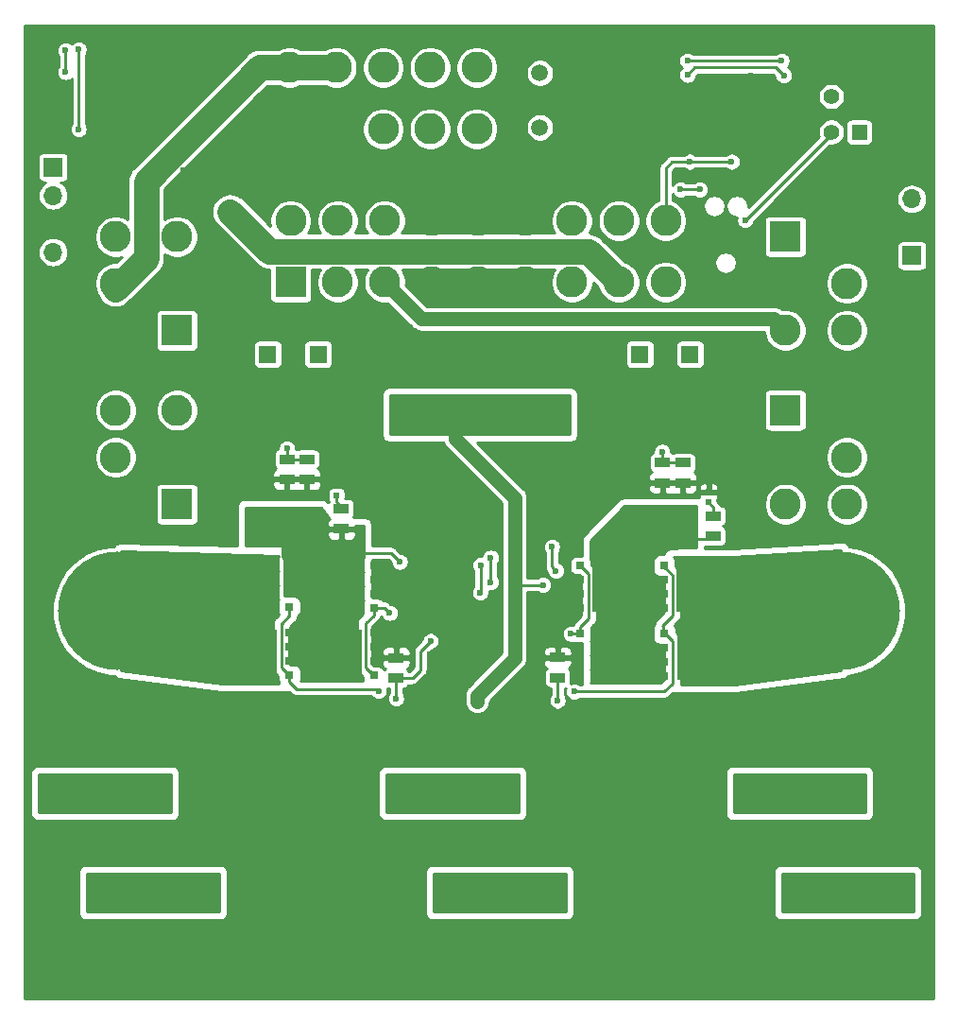
<source format=gbl>
G04 #@! TF.GenerationSoftware,KiCad,Pcbnew,(5.0.0)*
G04 #@! TF.CreationDate,2018-12-05T00:13:52-06:00*
G04 #@! TF.ProjectId,0002-ATX,303030322D4154582E6B696361645F70,0000*
G04 #@! TF.SameCoordinates,Original*
G04 #@! TF.FileFunction,Copper,L2,Bot,Signal*
G04 #@! TF.FilePolarity,Positive*
%FSLAX46Y46*%
G04 Gerber Fmt 4.6, Leading zero omitted, Abs format (unit mm)*
G04 Created by KiCad (PCBNEW (5.0.0)) date 12/05/18 00:13:52*
%MOMM*%
%LPD*%
G01*
G04 APERTURE LIST*
G04 #@! TA.AperFunction,ComponentPad*
%ADD10C,2.800000*%
G04 #@! TD*
G04 #@! TA.AperFunction,ComponentPad*
%ADD11R,2.800000X2.800000*%
G04 #@! TD*
G04 #@! TA.AperFunction,ComponentPad*
%ADD12R,1.600000X1.600000*%
G04 #@! TD*
G04 #@! TA.AperFunction,ComponentPad*
%ADD13C,1.600000*%
G04 #@! TD*
G04 #@! TA.AperFunction,SMDPad,CuDef*
%ADD14R,0.800000X0.700000*%
G04 #@! TD*
G04 #@! TA.AperFunction,SMDPad,CuDef*
%ADD15R,4.290000X4.500000*%
G04 #@! TD*
G04 #@! TA.AperFunction,SMDPad,CuDef*
%ADD16R,1.600000X1.550000*%
G04 #@! TD*
G04 #@! TA.AperFunction,SMDPad,CuDef*
%ADD17R,1.200000X1.550000*%
G04 #@! TD*
G04 #@! TA.AperFunction,SMDPad,CuDef*
%ADD18R,1.350000X0.850000*%
G04 #@! TD*
G04 #@! TA.AperFunction,SMDPad,CuDef*
%ADD19R,0.550000X0.490000*%
G04 #@! TD*
G04 #@! TA.AperFunction,ComponentPad*
%ADD20C,3.000000*%
G04 #@! TD*
G04 #@! TA.AperFunction,ComponentPad*
%ADD21C,1.400000*%
G04 #@! TD*
G04 #@! TA.AperFunction,ComponentPad*
%ADD22R,1.400000X1.400000*%
G04 #@! TD*
G04 #@! TA.AperFunction,ComponentPad*
%ADD23C,1.500000*%
G04 #@! TD*
G04 #@! TA.AperFunction,ComponentPad*
%ADD24R,1.700000X1.700000*%
G04 #@! TD*
G04 #@! TA.AperFunction,ComponentPad*
%ADD25O,1.700000X1.700000*%
G04 #@! TD*
G04 #@! TA.AperFunction,ComponentPad*
%ADD26C,10.600000*%
G04 #@! TD*
G04 #@! TA.AperFunction,ComponentPad*
%ADD27C,0.700000*%
G04 #@! TD*
G04 #@! TA.AperFunction,ViaPad*
%ADD28C,0.600000*%
G04 #@! TD*
G04 #@! TA.AperFunction,Conductor*
%ADD29C,2.286000*%
G04 #@! TD*
G04 #@! TA.AperFunction,Conductor*
%ADD30C,0.250000*%
G04 #@! TD*
G04 #@! TA.AperFunction,Conductor*
%ADD31C,1.270000*%
G04 #@! TD*
G04 #@! TA.AperFunction,Conductor*
%ADD32C,2.540000*%
G04 #@! TD*
G04 #@! TA.AperFunction,Conductor*
%ADD33C,0.254000*%
G04 #@! TD*
G04 APERTURE END LIST*
D10*
G04 #@! TO.P,J21,6*
G04 #@! TO.N,N/C*
X119888000Y-93790000D03*
G04 #@! TO.P,J21,5*
G04 #@! TO.N,Vmain*
X119888000Y-97990000D03*
G04 #@! TO.P,J21,4*
G04 #@! TO.N,GND*
X119888000Y-102190000D03*
G04 #@! TO.P,J21,3*
G04 #@! TO.N,5V*
X125388000Y-93790000D03*
G04 #@! TO.P,J21,2*
G04 #@! TO.N,GND*
X125388000Y-97990000D03*
D11*
G04 #@! TO.P,J21,1*
G04 #@! TO.N,3V3*
X125388000Y-102190000D03*
G04 #@! TD*
D12*
G04 #@! TO.P,C15,1*
G04 #@! TO.N,5V*
X138049000Y-88773000D03*
D13*
G04 #@! TO.P,C15,2*
G04 #@! TO.N,GND*
X140549000Y-88773000D03*
G04 #@! TD*
D14*
G04 #@! TO.P,Q1,1*
G04 #@! TO.N,Net-(C11-Pad1)*
X135465000Y-107564000D03*
G04 #@! TO.P,Q1,2*
X135465000Y-108834000D03*
G04 #@! TO.P,Q1,3*
X135465000Y-110114000D03*
G04 #@! TO.P,Q1,4*
G04 #@! TO.N,Net-(Q1-Pad4)*
X135465000Y-111384000D03*
G04 #@! TO.P,Q1,5*
G04 #@! TO.N,Vmain*
X129965000Y-111384000D03*
X129965000Y-110114000D03*
X129965000Y-108834000D03*
X129965000Y-107564000D03*
D15*
X132215000Y-109474000D03*
D16*
X131465000Y-108384000D03*
X131465000Y-110564000D03*
D17*
X133465000Y-108384000D03*
X133465000Y-110564000D03*
G04 #@! TD*
G04 #@! TO.P,Q6,5*
G04 #@! TO.N,Vmain*
X133477000Y-116713000D03*
X133477000Y-114533000D03*
D16*
X131477000Y-116713000D03*
X131477000Y-114533000D03*
D15*
X132227000Y-115623000D03*
D14*
X129977000Y-113713000D03*
X129977000Y-114983000D03*
X129977000Y-116263000D03*
X129977000Y-117533000D03*
G04 #@! TO.P,Q6,4*
G04 #@! TO.N,Net-(Q1-Pad4)*
X135477000Y-117533000D03*
G04 #@! TO.P,Q6,3*
G04 #@! TO.N,Net-(C11-Pad1)*
X135477000Y-116263000D03*
G04 #@! TO.P,Q6,2*
X135477000Y-114983000D03*
G04 #@! TO.P,Q6,1*
X135477000Y-113713000D03*
G04 #@! TD*
D10*
G04 #@! TO.P,J15,18*
G04 #@! TO.N,3V3*
X169200000Y-76796000D03*
G04 #@! TO.P,J15,17*
X165000000Y-76796000D03*
G04 #@! TO.P,J15,16*
G04 #@! TO.N,3V3-RS*
X160800000Y-76796000D03*
G04 #@! TO.P,J15,15*
G04 #@! TO.N,GND*
X156600000Y-76796000D03*
G04 #@! TO.P,J15,14*
X152400000Y-76796000D03*
G04 #@! TO.P,J15,13*
X148200000Y-76796000D03*
G04 #@! TO.P,J15,12*
G04 #@! TO.N,5Vsb*
X144000000Y-76796000D03*
G04 #@! TO.P,J15,11*
G04 #@! TO.N,5V*
X139800000Y-76796000D03*
G04 #@! TO.P,J15,10*
X135600000Y-76796000D03*
G04 #@! TO.P,J15,9*
G04 #@! TO.N,3V3*
X169200000Y-82296000D03*
G04 #@! TO.P,J15,8*
X165000000Y-82296000D03*
G04 #@! TO.P,J15,7*
G04 #@! TO.N,N/C*
X160800000Y-82296000D03*
G04 #@! TO.P,J15,6*
G04 #@! TO.N,GND*
X156600000Y-82296000D03*
G04 #@! TO.P,J15,5*
X152400000Y-82296000D03*
G04 #@! TO.P,J15,4*
X148200000Y-82296000D03*
G04 #@! TO.P,J15,3*
G04 #@! TO.N,5V*
X144000000Y-82296000D03*
G04 #@! TO.P,J15,2*
X139800000Y-82296000D03*
D11*
G04 #@! TO.P,J15,1*
X135600000Y-82296000D03*
G04 #@! TD*
D17*
G04 #@! TO.P,Q9,5*
G04 #@! TO.N,Net-(C21-Pad1)*
X163494000Y-108508000D03*
X163494000Y-110688000D03*
D16*
X165494000Y-108508000D03*
X165494000Y-110688000D03*
D15*
X164744000Y-109598000D03*
D14*
X166994000Y-111508000D03*
X166994000Y-110238000D03*
X166994000Y-108958000D03*
X166994000Y-107688000D03*
G04 #@! TO.P,Q9,4*
G04 #@! TO.N,Net-(Q4-Pad4)*
X161494000Y-107688000D03*
G04 #@! TO.P,Q9,3*
G04 #@! TO.N,GND*
X161494000Y-108958000D03*
G04 #@! TO.P,Q9,2*
X161494000Y-110238000D03*
G04 #@! TO.P,Q9,1*
X161494000Y-111508000D03*
G04 #@! TD*
D18*
G04 #@! TO.P,C7,2*
G04 #@! TO.N,GND*
X145034000Y-115951000D03*
G04 #@! TO.P,C7,1*
G04 #@! TO.N,Vmain*
X145034000Y-117761000D03*
G04 #@! TD*
D19*
G04 #@! TO.P,C12,2*
G04 #@! TO.N,GND*
X139700000Y-100427000D03*
G04 #@! TO.P,C12,1*
G04 #@! TO.N,Net-(C12-Pad1)*
X139700000Y-101377000D03*
G04 #@! TD*
D18*
G04 #@! TO.P,C13,2*
G04 #@! TO.N,GND*
X137033000Y-99965000D03*
G04 #@! TO.P,C13,1*
G04 #@! TO.N,5V*
X137033000Y-98155000D03*
G04 #@! TD*
G04 #@! TO.P,C14,1*
G04 #@! TO.N,5V*
X135255000Y-98155000D03*
G04 #@! TO.P,C14,2*
G04 #@! TO.N,GND*
X135255000Y-99965000D03*
G04 #@! TD*
G04 #@! TO.P,C23,2*
G04 #@! TO.N,GND*
X170751000Y-100282000D03*
G04 #@! TO.P,C23,1*
G04 #@! TO.N,3V3*
X170751000Y-98472000D03*
G04 #@! TD*
G04 #@! TO.P,C24,2*
G04 #@! TO.N,GND*
X168910000Y-100282000D03*
G04 #@! TO.P,C24,1*
G04 #@! TO.N,3V3*
X168910000Y-98472000D03*
G04 #@! TD*
D13*
G04 #@! TO.P,C25,2*
G04 #@! TO.N,GND*
X164378000Y-88773000D03*
D12*
G04 #@! TO.P,C25,1*
G04 #@! TO.N,3V3*
X166878000Y-88773000D03*
G04 #@! TD*
G04 #@! TO.P,C26,1*
G04 #@! TO.N,3V3*
X171386000Y-88773000D03*
D13*
G04 #@! TO.P,C26,2*
G04 #@! TO.N,GND*
X173886000Y-88773000D03*
G04 #@! TD*
D17*
G04 #@! TO.P,Q3,5*
G04 #@! TO.N,Vmain*
X171081000Y-114607000D03*
X171081000Y-116787000D03*
D16*
X173081000Y-114607000D03*
X173081000Y-116787000D03*
D15*
X172331000Y-115697000D03*
D14*
X174581000Y-117607000D03*
X174581000Y-116337000D03*
X174581000Y-115057000D03*
X174581000Y-113787000D03*
G04 #@! TO.P,Q3,4*
G04 #@! TO.N,Net-(Q3-Pad4)*
X169081000Y-113787000D03*
G04 #@! TO.P,Q3,3*
G04 #@! TO.N,Net-(C21-Pad1)*
X169081000Y-115057000D03*
G04 #@! TO.P,Q3,2*
X169081000Y-116337000D03*
G04 #@! TO.P,Q3,1*
X169081000Y-117607000D03*
G04 #@! TD*
G04 #@! TO.P,Q4,1*
G04 #@! TO.N,GND*
X161502000Y-117604000D03*
G04 #@! TO.P,Q4,2*
X161502000Y-116334000D03*
G04 #@! TO.P,Q4,3*
X161502000Y-115054000D03*
G04 #@! TO.P,Q4,4*
G04 #@! TO.N,Net-(Q4-Pad4)*
X161502000Y-113784000D03*
G04 #@! TO.P,Q4,5*
G04 #@! TO.N,Net-(C21-Pad1)*
X167002000Y-113784000D03*
X167002000Y-115054000D03*
X167002000Y-116334000D03*
X167002000Y-117604000D03*
D15*
X164752000Y-115694000D03*
D16*
X165502000Y-116784000D03*
X165502000Y-114604000D03*
D17*
X163502000Y-116784000D03*
X163502000Y-114604000D03*
G04 #@! TD*
D18*
G04 #@! TO.P,R14,2*
G04 #@! TO.N,Net-(C22-Pad1)*
X173482000Y-103235000D03*
G04 #@! TO.P,R14,1*
G04 #@! TO.N,Net-(C21-Pad1)*
X173482000Y-105045000D03*
G04 #@! TD*
D17*
G04 #@! TO.P,Q2,5*
G04 #@! TO.N,Net-(C11-Pad1)*
X141085000Y-110638000D03*
X141085000Y-108458000D03*
D16*
X139085000Y-110638000D03*
X139085000Y-108458000D03*
D15*
X139835000Y-109548000D03*
D14*
X137585000Y-107638000D03*
X137585000Y-108908000D03*
X137585000Y-110188000D03*
X137585000Y-111458000D03*
G04 #@! TO.P,Q2,4*
G04 #@! TO.N,Net-(Q2-Pad4)*
X143085000Y-111458000D03*
G04 #@! TO.P,Q2,3*
G04 #@! TO.N,GND*
X143085000Y-110188000D03*
G04 #@! TO.P,Q2,2*
X143085000Y-108908000D03*
G04 #@! TO.P,Q2,1*
X143085000Y-107638000D03*
G04 #@! TD*
G04 #@! TO.P,Q7,1*
G04 #@! TO.N,GND*
X143085000Y-113723000D03*
G04 #@! TO.P,Q7,2*
X143085000Y-114993000D03*
G04 #@! TO.P,Q7,3*
X143085000Y-116273000D03*
G04 #@! TO.P,Q7,4*
G04 #@! TO.N,Net-(Q2-Pad4)*
X143085000Y-117543000D03*
G04 #@! TO.P,Q7,5*
G04 #@! TO.N,Net-(C11-Pad1)*
X137585000Y-117543000D03*
X137585000Y-116273000D03*
X137585000Y-114993000D03*
X137585000Y-113723000D03*
D15*
X139835000Y-115633000D03*
D16*
X139085000Y-114543000D03*
X139085000Y-116723000D03*
D17*
X141085000Y-114543000D03*
X141085000Y-116723000D03*
G04 #@! TD*
D14*
G04 #@! TO.P,Q8,1*
G04 #@! TO.N,Net-(C21-Pad1)*
X169050000Y-111508000D03*
G04 #@! TO.P,Q8,2*
X169050000Y-110238000D03*
G04 #@! TO.P,Q8,3*
X169050000Y-108958000D03*
G04 #@! TO.P,Q8,4*
G04 #@! TO.N,Net-(Q3-Pad4)*
X169050000Y-107688000D03*
G04 #@! TO.P,Q8,5*
G04 #@! TO.N,Vmain*
X174550000Y-107688000D03*
X174550000Y-108958000D03*
X174550000Y-110238000D03*
X174550000Y-111508000D03*
D15*
X172300000Y-109598000D03*
D16*
X173050000Y-110688000D03*
X173050000Y-108508000D03*
D17*
X171050000Y-110688000D03*
X171050000Y-108508000D03*
G04 #@! TD*
D13*
G04 #@! TO.P,C16,2*
G04 #@! TO.N,GND*
X131040000Y-88773000D03*
D12*
G04 #@! TO.P,C16,1*
G04 #@! TO.N,5V*
X133540000Y-88773000D03*
G04 #@! TD*
D18*
G04 #@! TO.P,R8,2*
G04 #@! TO.N,Net-(C12-Pad1)*
X140144000Y-102584000D03*
G04 #@! TO.P,R8,1*
G04 #@! TO.N,Net-(C11-Pad1)*
X140144000Y-104394000D03*
G04 #@! TD*
G04 #@! TO.P,C17,1*
G04 #@! TO.N,Vmain*
X159512000Y-117729000D03*
G04 #@! TO.P,C17,2*
G04 #@! TO.N,GND*
X159512000Y-115919000D03*
G04 #@! TD*
D19*
G04 #@! TO.P,C22,2*
G04 #@! TO.N,GND*
X173038000Y-101094000D03*
G04 #@! TO.P,C22,1*
G04 #@! TO.N,Net-(C22-Pad1)*
X173038000Y-102044000D03*
G04 #@! TD*
D10*
G04 #@! TO.P,J2,8*
G04 #@! TO.N,GND*
X158518000Y-122555000D03*
G04 #@! TO.P,J2,7*
X154318000Y-122555000D03*
G04 #@! TO.P,J2,6*
X150118000Y-122555000D03*
G04 #@! TO.P,J2,5*
X145918000Y-122555000D03*
G04 #@! TO.P,J2,4*
X158518000Y-128055000D03*
G04 #@! TO.P,J2,3*
G04 #@! TO.N,Vmain*
X154318000Y-128055000D03*
G04 #@! TO.P,J2,2*
X150118000Y-128055000D03*
D11*
G04 #@! TO.P,J2,1*
X145918000Y-128055000D03*
G04 #@! TD*
G04 #@! TO.P,J3,1*
G04 #@! TO.N,Vmain*
X127472000Y-137033000D03*
D10*
G04 #@! TO.P,J3,2*
X123272000Y-137033000D03*
G04 #@! TO.P,J3,3*
X119072000Y-137033000D03*
G04 #@! TO.P,J3,4*
G04 #@! TO.N,GND*
X114872000Y-137033000D03*
G04 #@! TO.P,J3,5*
X127472000Y-142533000D03*
G04 #@! TO.P,J3,6*
X123272000Y-142533000D03*
G04 #@! TO.P,J3,7*
X119072000Y-142533000D03*
G04 #@! TO.P,J3,8*
X114872000Y-142533000D03*
G04 #@! TD*
G04 #@! TO.P,J4,8*
G04 #@! TO.N,GND*
X189629000Y-122555000D03*
G04 #@! TO.P,J4,7*
X185429000Y-122555000D03*
G04 #@! TO.P,J4,6*
X181229000Y-122555000D03*
G04 #@! TO.P,J4,5*
X177029000Y-122555000D03*
G04 #@! TO.P,J4,4*
X189629000Y-128055000D03*
G04 #@! TO.P,J4,3*
G04 #@! TO.N,Vmain*
X185429000Y-128055000D03*
G04 #@! TO.P,J4,2*
X181229000Y-128055000D03*
D11*
G04 #@! TO.P,J4,1*
X177029000Y-128055000D03*
G04 #@! TD*
D10*
G04 #@! TO.P,J6,8*
G04 #@! TO.N,GND*
X177074000Y-142533000D03*
G04 #@! TO.P,J6,7*
X181274000Y-142533000D03*
G04 #@! TO.P,J6,6*
X185474000Y-142533000D03*
G04 #@! TO.P,J6,5*
X189674000Y-142533000D03*
G04 #@! TO.P,J6,4*
X177074000Y-137033000D03*
G04 #@! TO.P,J6,3*
G04 #@! TO.N,Vmain*
X181274000Y-137033000D03*
G04 #@! TO.P,J6,2*
X185474000Y-137033000D03*
D11*
G04 #@! TO.P,J6,1*
X189674000Y-137033000D03*
G04 #@! TD*
G04 #@! TO.P,J7,1*
G04 #@! TO.N,Vmain*
X158573000Y-137033000D03*
D10*
G04 #@! TO.P,J7,2*
X154373000Y-137033000D03*
G04 #@! TO.P,J7,3*
X150173000Y-137033000D03*
G04 #@! TO.P,J7,4*
G04 #@! TO.N,GND*
X145973000Y-137033000D03*
G04 #@! TO.P,J7,5*
X158573000Y-142533000D03*
G04 #@! TO.P,J7,6*
X154373000Y-142533000D03*
G04 #@! TO.P,J7,7*
X150173000Y-142533000D03*
G04 #@! TO.P,J7,8*
X145973000Y-142533000D03*
G04 #@! TD*
G04 #@! TO.P,J8,8*
G04 #@! TO.N,Vmain*
X146150000Y-94349200D03*
G04 #@! TO.P,J8,7*
X150350000Y-94349200D03*
G04 #@! TO.P,J8,6*
X154550000Y-94349200D03*
G04 #@! TO.P,J8,5*
X158750000Y-94349200D03*
G04 #@! TO.P,J8,4*
G04 #@! TO.N,GND*
X146150000Y-88849200D03*
G04 #@! TO.P,J8,3*
X150350000Y-88849200D03*
G04 #@! TO.P,J8,2*
X154550000Y-88849200D03*
D11*
G04 #@! TO.P,J8,1*
X158750000Y-88849200D03*
G04 #@! TD*
G04 #@! TO.P,J11,1*
G04 #@! TO.N,3V3*
X125388000Y-86632000D03*
D10*
G04 #@! TO.P,J11,2*
G04 #@! TO.N,GND*
X125388000Y-82432000D03*
G04 #@! TO.P,J11,3*
G04 #@! TO.N,5V*
X125388000Y-78232000D03*
G04 #@! TO.P,J11,4*
G04 #@! TO.N,GND*
X119888000Y-86632000D03*
G04 #@! TO.P,J11,5*
G04 #@! TO.N,Vmain*
X119888000Y-82432000D03*
G04 #@! TO.P,J11,6*
G04 #@! TO.N,N/C*
X119888000Y-78232000D03*
G04 #@! TD*
G04 #@! TO.P,J12,6*
G04 #@! TO.N,N/C*
X185420000Y-86632000D03*
G04 #@! TO.P,J12,5*
G04 #@! TO.N,Vmain*
X185420000Y-82432000D03*
G04 #@! TO.P,J12,4*
G04 #@! TO.N,GND*
X185420000Y-78232000D03*
G04 #@! TO.P,J12,3*
G04 #@! TO.N,5V*
X179920000Y-86632000D03*
G04 #@! TO.P,J12,2*
G04 #@! TO.N,GND*
X179920000Y-82432000D03*
D11*
G04 #@! TO.P,J12,1*
G04 #@! TO.N,3V3*
X179920000Y-78232000D03*
G04 #@! TD*
G04 #@! TO.P,J13,1*
G04 #@! TO.N,3V3*
X179920000Y-93789500D03*
D10*
G04 #@! TO.P,J13,2*
G04 #@! TO.N,GND*
X179920000Y-97989500D03*
G04 #@! TO.P,J13,3*
G04 #@! TO.N,5V*
X179920000Y-102189500D03*
G04 #@! TO.P,J13,4*
G04 #@! TO.N,GND*
X185420000Y-93789500D03*
G04 #@! TO.P,J13,5*
G04 #@! TO.N,Vmain*
X185420000Y-97989500D03*
G04 #@! TO.P,J13,6*
G04 #@! TO.N,N/C*
X185420000Y-102189500D03*
G04 #@! TD*
G04 #@! TO.P,J14,10*
G04 #@! TO.N,/24pinATX/PWOK*
X152273000Y-63080000D03*
G04 #@! TO.P,J14,9*
G04 #@! TO.N,5Vsb*
X148073000Y-63080000D03*
G04 #@! TO.P,J14,8*
G04 #@! TO.N,N/C*
X143873000Y-63080000D03*
G04 #@! TO.P,J14,7*
G04 #@! TO.N,Vmain*
X139673000Y-63080000D03*
G04 #@! TO.P,J14,6*
X135473000Y-63080000D03*
G04 #@! TO.P,J14,5*
G04 #@! TO.N,/24pinATX/PSON*
X152273000Y-68580000D03*
G04 #@! TO.P,J14,4*
G04 #@! TO.N,N/C*
X148073000Y-68580000D03*
G04 #@! TO.P,J14,3*
X143873000Y-68580000D03*
G04 #@! TO.P,J14,2*
G04 #@! TO.N,GND*
X139673000Y-68580000D03*
D11*
G04 #@! TO.P,J14,1*
X135473000Y-68580000D03*
G04 #@! TD*
G04 #@! TO.P,J5,1*
G04 #@! TO.N,Vmain*
X114808000Y-128055000D03*
D10*
G04 #@! TO.P,J5,2*
X119008000Y-128055000D03*
G04 #@! TO.P,J5,3*
X123208000Y-128055000D03*
G04 #@! TO.P,J5,4*
G04 #@! TO.N,GND*
X127408000Y-128055000D03*
G04 #@! TO.P,J5,5*
X114808000Y-122555000D03*
G04 #@! TO.P,J5,6*
X119008000Y-122555000D03*
G04 #@! TO.P,J5,7*
X123208000Y-122555000D03*
G04 #@! TO.P,J5,8*
X127408000Y-122555000D03*
G04 #@! TD*
D20*
G04 #@! TO.P,J24,5*
G04 #@! TO.N,GND*
X191326000Y-66167000D03*
D21*
G04 #@! TO.P,J24,4*
X186556000Y-65677000D03*
G04 #@! TO.P,J24,3*
G04 #@! TO.N,Net-(J23-Pad4)*
X184056000Y-65677000D03*
D22*
G04 #@! TO.P,J24,1*
G04 #@! TO.N,Net-(D1-Pad2)*
X186556000Y-68877000D03*
D20*
G04 #@! TO.P,J24,5*
G04 #@! TO.N,GND*
X179286000Y-66167000D03*
D21*
G04 #@! TO.P,J24,2*
G04 #@! TO.N,Net-(J23-Pad5)*
X184056000Y-68877000D03*
G04 #@! TD*
D23*
G04 #@! TO.P,Y1,1*
G04 #@! TO.N,Net-(C35-Pad1)*
X157924000Y-68453000D03*
G04 #@! TO.P,Y1,2*
G04 #@! TO.N,Net-(C37-Pad1)*
X157924000Y-63573000D03*
G04 #@! TD*
D24*
G04 #@! TO.P,J32,1*
G04 #@! TO.N,Vstby*
X114300000Y-72009000D03*
D25*
G04 #@! TO.P,J32,2*
G04 #@! TO.N,PSON*
X114300000Y-74549000D03*
G04 #@! TO.P,J32,3*
G04 #@! TO.N,GND*
X114300000Y-77089000D03*
G04 #@! TO.P,J32,4*
G04 #@! TO.N,PWOK*
X114300000Y-79629000D03*
G04 #@! TD*
D26*
G04 #@! TO.P,J28,1*
G04 #@! TO.N,GND*
X168148000Y-125730000D03*
D27*
G04 #@! TO.P,J28,*
G04 #@! TO.N,*
X172123000Y-125730000D03*
X170958749Y-128540749D03*
X168148000Y-129705000D03*
X165337251Y-128540749D03*
X164173000Y-125730000D03*
X165337251Y-122919251D03*
X168148000Y-121755000D03*
X170958749Y-122919251D03*
G04 #@! TD*
G04 #@! TO.P,J29,*
G04 #@! TO.N,*
X122825749Y-108949251D03*
X120015000Y-107785000D03*
X117204251Y-108949251D03*
X116040000Y-111760000D03*
X117204251Y-114570749D03*
X120015000Y-115735000D03*
X122825749Y-114570749D03*
X123990000Y-111760000D03*
D26*
G04 #@! TO.P,J29,1*
G04 #@! TO.N,Vmain*
X120015000Y-111760000D03*
G04 #@! TD*
G04 #@! TO.P,J30,1*
G04 #@! TO.N,GND*
X136398000Y-125730000D03*
D27*
G04 #@! TO.P,J30,*
G04 #@! TO.N,*
X140373000Y-125730000D03*
X139208749Y-128540749D03*
X136398000Y-129705000D03*
X133587251Y-128540749D03*
X132423000Y-125730000D03*
X133587251Y-122919251D03*
X136398000Y-121755000D03*
X139208749Y-122919251D03*
G04 #@! TD*
G04 #@! TO.P,J34,*
G04 #@! TO.N,*
X187722749Y-108949251D03*
X184912000Y-107785000D03*
X182101251Y-108949251D03*
X180937000Y-111760000D03*
X182101251Y-114570749D03*
X184912000Y-115735000D03*
X187722749Y-114570749D03*
X188887000Y-111760000D03*
D26*
G04 #@! TO.P,J34,1*
G04 #@! TO.N,Vmain*
X184912000Y-111760000D03*
G04 #@! TD*
D24*
G04 #@! TO.P,J31,1*
G04 #@! TO.N,/8pinVRM/SCL*
X191262000Y-79946500D03*
D25*
G04 #@! TO.P,J31,2*
G04 #@! TO.N,GND*
X191262000Y-77406500D03*
G04 #@! TO.P,J31,3*
G04 #@! TO.N,/8pinVRM/SDA*
X191262000Y-74866500D03*
G04 #@! TD*
D28*
G04 #@! TO.N,Vmain*
X148133000Y-114452000D03*
X158191000Y-109423000D03*
X145034000Y-119583000D03*
X159512000Y-119786000D03*
X152298000Y-119837000D03*
X170878000Y-117348000D03*
X170878000Y-116205000D03*
X170878000Y-115062000D03*
X170878000Y-113919000D03*
X172022000Y-117348000D03*
X172022000Y-116205000D03*
X172022000Y-115062000D03*
X172022000Y-113919000D03*
X173164000Y-117348000D03*
X173164000Y-116205000D03*
X173164000Y-115062000D03*
X173164000Y-113919000D03*
X174308000Y-117348000D03*
X174308000Y-116205000D03*
X174308000Y-115062000D03*
X174308000Y-113919000D03*
X170752000Y-111252000D03*
X170752000Y-110109000D03*
X170752000Y-108966000D03*
X170752000Y-107823000D03*
X171894000Y-111252000D03*
X171894000Y-110109000D03*
X171894000Y-108966000D03*
X171894000Y-107823000D03*
X173038000Y-111252000D03*
X173038000Y-110109000D03*
X173038000Y-108966000D03*
X173038000Y-107823000D03*
X174180000Y-111252000D03*
X174180000Y-110109000D03*
X174180000Y-108966000D03*
X174180000Y-107823000D03*
X133350000Y-107823000D03*
X133350000Y-108966000D03*
X133350000Y-110109000D03*
X133350000Y-111252000D03*
X132207000Y-107823000D03*
X132207000Y-108966000D03*
X132207000Y-110109000D03*
X132207000Y-111252000D03*
X131064000Y-107823000D03*
X131064000Y-108966000D03*
X131064000Y-110109000D03*
X131064000Y-111252000D03*
X129921000Y-108966000D03*
X129921000Y-110109000D03*
X133477000Y-114046000D03*
X133477000Y-115189000D03*
X133477000Y-116332000D03*
X133477000Y-117475000D03*
X132334000Y-114046000D03*
X132334000Y-115189000D03*
X132334000Y-116332000D03*
X132334000Y-117475000D03*
X131191000Y-114046000D03*
X131191000Y-115189000D03*
X131191000Y-116332000D03*
X131191000Y-117475000D03*
X130048000Y-114046000D03*
X130048000Y-115189000D03*
X130048000Y-116332000D03*
X130048000Y-117475000D03*
X130048000Y-107696000D03*
X129965000Y-111384000D03*
G04 #@! TO.N,GND*
X125943000Y-72285400D03*
X176327000Y-78028800D03*
X177800000Y-71526400D03*
X173006000Y-60365800D03*
X176886000Y-63855600D03*
X162103000Y-59639200D03*
X160630000Y-63550800D03*
X158140000Y-108255000D03*
X131388000Y-68446400D03*
X112928000Y-69494400D03*
X153924000Y-110439000D03*
X147422000Y-109423000D03*
X148082000Y-115621000D03*
X156992000Y-114328000D03*
X150801000Y-112458000D03*
X138256000Y-120527000D03*
X121412006Y-67564000D03*
G04 #@! TO.N,5V*
X135265000Y-97190800D03*
G04 #@! TO.N,3V3*
X171348000Y-71526400D03*
X175108000Y-71526400D03*
X130149000Y-75997000D03*
X152572000Y-110124000D03*
X152603000Y-107645000D03*
X168880000Y-97512300D03*
G04 #@! TO.N,Net-(C11-Pad1)*
X145361000Y-107352000D03*
X137541000Y-110109000D03*
X137541000Y-116332000D03*
X140970000Y-114046000D03*
X138049000Y-102997000D03*
X138049000Y-104140000D03*
X138049000Y-105283000D03*
X136906000Y-102997000D03*
X136906000Y-104140000D03*
X136906000Y-105283000D03*
X135763000Y-102997000D03*
X135763000Y-104140000D03*
X135763000Y-105283000D03*
X134620000Y-102997000D03*
X134620000Y-104140000D03*
X134620000Y-105283000D03*
X133477000Y-102997000D03*
X133477000Y-104140000D03*
X133477000Y-105283000D03*
X140970000Y-115189000D03*
X140970000Y-116332000D03*
X140970000Y-117475000D03*
X139827000Y-114046000D03*
X139827000Y-115189000D03*
X139827000Y-116332000D03*
X139827000Y-117475000D03*
X138684000Y-114046000D03*
X138684000Y-115189000D03*
X138684000Y-116332000D03*
X138684000Y-117475000D03*
X137541000Y-114046000D03*
X137541000Y-115189000D03*
X137541000Y-117475000D03*
X140970000Y-107823000D03*
X140970000Y-108966000D03*
X140970000Y-110109000D03*
X140970000Y-111252000D03*
X139827000Y-107823000D03*
X139827000Y-108966000D03*
X139827000Y-110109000D03*
X139827000Y-111252000D03*
X138684000Y-107823000D03*
X138684000Y-108966000D03*
X138684000Y-110109000D03*
X138684000Y-111252000D03*
X137541000Y-107823000D03*
X137541000Y-108966000D03*
X137541000Y-111252000D03*
G04 #@! TO.N,Net-(Q1-Pad4)*
X143459000Y-118923000D03*
G04 #@! TO.N,Net-(Q2-Pad4)*
X144456000Y-111928000D03*
G04 #@! TO.N,Net-(C21-Pad1)*
X169088000Y-104140000D03*
X171323000Y-102997000D03*
X171323000Y-104140000D03*
X171323000Y-105283000D03*
X170180000Y-102997000D03*
X170180000Y-104140000D03*
X170180000Y-105283000D03*
X169037000Y-102997000D03*
X169037000Y-105283000D03*
X167894000Y-102997000D03*
X167894000Y-104140000D03*
X167894000Y-105283000D03*
X166751000Y-102997000D03*
X166751000Y-104140000D03*
X166751000Y-105283000D03*
X163449000Y-117284000D03*
X163449000Y-116142000D03*
X163449000Y-114998000D03*
X163449000Y-113856000D03*
X164592000Y-117284000D03*
X164592000Y-116142000D03*
X164592000Y-114998000D03*
X164592000Y-113856000D03*
X165735000Y-117284000D03*
X165735000Y-116142000D03*
X165735000Y-114998000D03*
X165735000Y-113856000D03*
X166878000Y-117284000D03*
X166878000Y-116142000D03*
X163449000Y-111188000D03*
X163449000Y-110046000D03*
X163449000Y-108902000D03*
X163449000Y-107760000D03*
X164592000Y-111188000D03*
X164592000Y-110046000D03*
X164592000Y-108902000D03*
X164592000Y-107760000D03*
X165735000Y-111188000D03*
X165735000Y-110046000D03*
X165735000Y-108902000D03*
X165735000Y-107760000D03*
X166878000Y-111188000D03*
X166878000Y-110046000D03*
X166878000Y-107760000D03*
X166878000Y-115062000D03*
X166878000Y-113792000D03*
X166878000Y-108966000D03*
G04 #@! TO.N,/24pinATX/PWOK*
X159360000Y-108153000D03*
X115418000Y-63500000D03*
X115418000Y-61569600D03*
X159004000Y-106020000D03*
G04 #@! TO.N,/24pinATX/PSON*
X116581000Y-68610800D03*
X116586000Y-61468000D03*
G04 #@! TO.N,3V3-RS*
X153518000Y-109169000D03*
X153518000Y-106985000D03*
G04 #@! TO.N,Net-(Q3-Pad4)*
X160985000Y-118974000D03*
G04 #@! TO.N,Net-(Q4-Pad4)*
X160696000Y-113798000D03*
G04 #@! TO.N,Net-(J23-Pad1)*
X170536000Y-74015600D03*
X172263000Y-74015600D03*
G04 #@! TO.N,Net-(J23-Pad4)*
X171145000Y-62484000D03*
X179578000Y-62484000D03*
G04 #@! TO.N,Net-(J23-Pad5)*
X176327000Y-76758800D03*
X171145000Y-63754000D03*
X179781000Y-63804800D03*
G04 #@! TD*
D29*
G04 #@! TO.N,Vmain*
X120142000Y-82686000D02*
X122631000Y-80197000D01*
X122631000Y-80197000D02*
X122631000Y-73267900D01*
X122631000Y-73267900D02*
X132819000Y-63080000D01*
X132819000Y-63080000D02*
X135473000Y-63080000D01*
X119888000Y-82940000D02*
X120142000Y-82686000D01*
D30*
X119888000Y-82432000D02*
X120142000Y-82686000D01*
X174487000Y-116848000D02*
X172987000Y-116848000D01*
X172987000Y-116848000D02*
X172987000Y-116508000D01*
X172987000Y-116508000D02*
X172237000Y-115758000D01*
X174487000Y-117668000D02*
X174487000Y-116848000D01*
X132014000Y-115070000D02*
X131477000Y-114533000D01*
X133477000Y-114533000D02*
X132552000Y-114533000D01*
X132552000Y-114533000D02*
X132014000Y-115070000D01*
X129965000Y-108834000D02*
X129965000Y-108511000D01*
X129965000Y-108961000D02*
X129965000Y-108834000D01*
X129965000Y-111384000D02*
X129965000Y-111511000D01*
X132215000Y-110691000D02*
X131140000Y-110691000D01*
X131140000Y-110691000D02*
X130690000Y-110241000D01*
X130690000Y-110241000D02*
X129965000Y-110241000D01*
X129965000Y-110241000D02*
X129965000Y-111384000D01*
X132215000Y-109474000D02*
X132215000Y-110691000D01*
X129965000Y-108511000D02*
X132215000Y-108511000D01*
X132215000Y-108511000D02*
X132215000Y-109474000D01*
D31*
X155651000Y-109423000D02*
X155651000Y-115976000D01*
X155651000Y-115976000D02*
X152298000Y-119329000D01*
X152298000Y-119329000D02*
X152298000Y-119837000D01*
X150350000Y-94349200D02*
X150350000Y-96329100D01*
X150350000Y-96329100D02*
X155651000Y-101630000D01*
X155651000Y-101630000D02*
X155651000Y-109423000D01*
D30*
X148133000Y-114452000D02*
X147218000Y-115367000D01*
X147218000Y-115367000D02*
X147218000Y-117043000D01*
X147218000Y-117043000D02*
X146501000Y-117761000D01*
X146501000Y-117761000D02*
X145034000Y-117761000D01*
X158191000Y-109423000D02*
X155651000Y-109423000D01*
X145034000Y-117761000D02*
X145034000Y-119583000D01*
X159512000Y-117729000D02*
X159512000Y-119786000D01*
D29*
X135473000Y-63080000D02*
X139673000Y-63080000D01*
D30*
X172987000Y-107752000D02*
X172987000Y-107472000D01*
X172987000Y-107472000D02*
X172332000Y-107472000D01*
X133465000Y-110691000D02*
X132215000Y-110691000D01*
X129965000Y-108511000D02*
X129965000Y-107691000D01*
X170987000Y-108572000D02*
X172237000Y-108572000D01*
X172237000Y-110752000D02*
X172237000Y-108572000D01*
X172237000Y-108572000D02*
X172987000Y-108572000D01*
X172987000Y-108572000D02*
X172987000Y-107752000D01*
X170987000Y-110752000D02*
X172237000Y-110752000D01*
X174487000Y-110302000D02*
X174487000Y-110752000D01*
X172237000Y-110752000D02*
X174487000Y-110752000D01*
X174487000Y-109022000D02*
X174487000Y-107752000D01*
X174487000Y-107752000D02*
X172987000Y-107752000D01*
X129977000Y-116263000D02*
X129977000Y-117533000D01*
X129977000Y-116263000D02*
X129977000Y-115590000D01*
X129977000Y-115590000D02*
X130352000Y-115965000D01*
X130352000Y-115965000D02*
X130352000Y-116713000D01*
X130352000Y-116713000D02*
X131477000Y-116713000D01*
X132014000Y-115070000D02*
X132014000Y-115410000D01*
X132014000Y-115410000D02*
X132227000Y-115623000D01*
X132227000Y-115623000D02*
X132552000Y-115948000D01*
X132552000Y-115948000D02*
X132552000Y-116713000D01*
X132552000Y-116713000D02*
X133014000Y-116713000D01*
X174487000Y-115118000D02*
X174487000Y-114668000D01*
X174487000Y-114668000D02*
X174487000Y-113848000D01*
X174487000Y-116398000D02*
X174487000Y-116848000D01*
X172237000Y-115758000D02*
X172987000Y-115008000D01*
X172987000Y-115008000D02*
X172987000Y-114668000D01*
X172987000Y-114668000D02*
X174487000Y-114668000D01*
X170987000Y-116848000D02*
X171912000Y-116848000D01*
X171912000Y-116848000D02*
X171912000Y-116083000D01*
X171912000Y-116083000D02*
X172237000Y-115758000D01*
X170987000Y-114668000D02*
X171912000Y-114668000D01*
X171912000Y-114668000D02*
X171912000Y-115433000D01*
X171912000Y-115433000D02*
X172237000Y-115758000D01*
X174487000Y-110752000D02*
X174487000Y-111572000D01*
X133477000Y-116713000D02*
X133014000Y-116713000D01*
X133014000Y-116713000D02*
X133014000Y-117833000D01*
D32*
G04 #@! TO.N,GND*
X127662000Y-126619000D02*
X127662000Y-121119000D01*
X115044000Y-137033000D02*
X115044000Y-142533000D01*
X139038000Y-140553000D02*
X139038000Y-137033000D01*
D30*
X139038000Y-142533000D02*
X139038000Y-140553000D01*
X115062000Y-144272000D02*
X116787000Y-144272000D01*
D31*
G04 #@! TO.N,5V*
X144000000Y-82296000D02*
X147302000Y-85598000D01*
X147302000Y-85598000D02*
X178886000Y-85598000D01*
X178886000Y-85598000D02*
X179920000Y-86632000D01*
D30*
X135255000Y-98155000D02*
X137033000Y-98155000D01*
X135265000Y-97190800D02*
X135265000Y-97394700D01*
X135265000Y-97394700D02*
X135255000Y-97404700D01*
X135255000Y-97404700D02*
X135255000Y-98155000D01*
G04 #@! TO.N,3V3*
X169200000Y-76796000D02*
X169200000Y-72100000D01*
X169200000Y-72100000D02*
X169774000Y-71526400D01*
X169774000Y-71526400D02*
X171348000Y-71526400D01*
X175108000Y-71526400D02*
X171348000Y-71526400D01*
D29*
X130149000Y-75997000D02*
X133705000Y-79553000D01*
X133705000Y-79553000D02*
X162257000Y-79553000D01*
X162257000Y-79553000D02*
X165000000Y-82296000D01*
D30*
X152603000Y-107645000D02*
X152603000Y-110093000D01*
X152603000Y-110093000D02*
X152572000Y-110124000D01*
X168880000Y-97512300D02*
X168880000Y-97691700D01*
X168880000Y-97691700D02*
X168910000Y-97721700D01*
X168910000Y-97721700D02*
X168910000Y-98096800D01*
X168910000Y-98472000D02*
X168910000Y-98096800D01*
X168910000Y-98096800D02*
X169285000Y-98472000D01*
X169285000Y-98472000D02*
X170751000Y-98472000D01*
G04 #@! TO.N,Net-(C11-Pad1)*
X135477000Y-114983000D02*
X135477000Y-113713000D01*
X135477000Y-116263000D02*
X135477000Y-114983000D01*
X135465000Y-110114000D02*
X135465000Y-108834000D01*
X135465000Y-110188000D02*
X135465000Y-110114000D01*
X137534000Y-108458000D02*
X139034000Y-108458000D01*
X139034000Y-108458000D02*
X139571000Y-108995000D01*
X137534000Y-108908000D02*
X137534000Y-108458000D01*
X137585000Y-114993000D02*
X137522000Y-114993000D01*
X139022000Y-114883000D02*
X138357000Y-114883000D01*
X138357000Y-114883000D02*
X138247000Y-114993000D01*
X138247000Y-114993000D02*
X137585000Y-114993000D01*
X137522000Y-114993000D02*
X137522000Y-113723000D01*
X139022000Y-114543000D02*
X139022000Y-114883000D01*
X139085000Y-116723000D02*
X140097000Y-116723000D01*
X139022000Y-116723000D02*
X139085000Y-116723000D01*
X140097000Y-116723000D02*
X140097000Y-115958000D01*
X140097000Y-115958000D02*
X139772000Y-115633000D01*
X141022000Y-116723000D02*
X140097000Y-116723000D01*
X139571000Y-110101000D02*
X139784000Y-109888000D01*
X139784000Y-109888000D02*
X139784000Y-109208000D01*
X139784000Y-109208000D02*
X139571000Y-108995000D01*
X141022000Y-114383000D02*
X141022000Y-113443000D01*
X141022000Y-113443000D02*
X140913000Y-113334000D01*
X140913000Y-113334000D02*
X140913000Y-111859000D01*
X140913000Y-111859000D02*
X141034000Y-111738000D01*
X141034000Y-111738000D02*
X141034000Y-110638000D01*
X141034000Y-110638000D02*
X140109000Y-110638000D01*
X140109000Y-110638000D02*
X139571000Y-110101000D01*
X135465000Y-107564000D02*
X135465000Y-108834000D01*
X135499000Y-106803000D02*
X135499000Y-106982000D01*
X135499000Y-106982000D02*
X135465000Y-107016000D01*
X135465000Y-107016000D02*
X135465000Y-107564000D01*
X137522000Y-116273000D02*
X136212000Y-116273000D01*
X136212000Y-116273000D02*
X136202000Y-116263000D01*
X136202000Y-116263000D02*
X135477000Y-116263000D01*
X137534000Y-111458000D02*
X137534000Y-110638000D01*
X135465000Y-110241000D02*
X135465000Y-110188000D01*
X140144000Y-104394000D02*
X140144000Y-106564000D01*
X140144000Y-106564000D02*
X144574000Y-106564000D01*
X144574000Y-106564000D02*
X145361000Y-107352000D01*
X135465000Y-110188000D02*
X137534000Y-110188000D01*
X137534000Y-110188000D02*
X137534000Y-110638000D01*
X141022000Y-114543000D02*
X141022000Y-114383000D01*
X141022000Y-114383000D02*
X139772000Y-115633000D01*
X139022000Y-114883000D02*
X139772000Y-115633000D01*
X137522000Y-114993000D02*
X137522000Y-116273000D01*
X137522000Y-116273000D02*
X137522000Y-117543000D01*
X137534000Y-108458000D02*
X137534000Y-107638000D01*
X139571000Y-110101000D02*
X139034000Y-110638000D01*
X139034000Y-110638000D02*
X137534000Y-110638000D01*
X141034000Y-108458000D02*
X140571000Y-108458000D01*
X140571000Y-108458000D02*
X140109000Y-108458000D01*
X140109000Y-108458000D02*
X139571000Y-108995000D01*
X140571000Y-108458000D02*
X140652000Y-108377000D01*
X140652000Y-108377000D02*
X140652000Y-106945000D01*
G04 #@! TO.N,Net-(C12-Pad1)*
X140144000Y-102584000D02*
X140144000Y-102391000D01*
X140144000Y-102391000D02*
X139700000Y-101947000D01*
X139700000Y-101947000D02*
X139700000Y-101377000D01*
G04 #@! TO.N,Net-(Q1-Pad4)*
X135465000Y-111511000D02*
X135465000Y-111384000D01*
X135465000Y-111511000D02*
X135465000Y-112186000D01*
X135465000Y-112186000D02*
X134752000Y-112900000D01*
X134752000Y-112900000D02*
X134752000Y-116808000D01*
X134752000Y-116808000D02*
X135477000Y-117533000D01*
X135477000Y-117533000D02*
X135477000Y-118133000D01*
X135477000Y-118133000D02*
X136114000Y-118770000D01*
X136114000Y-118770000D02*
X143307000Y-118770000D01*
X143307000Y-118770000D02*
X143459000Y-118923000D01*
G04 #@! TO.N,Net-(Q2-Pad4)*
X142659500Y-117180500D02*
X142722500Y-117180500D01*
X142722500Y-117180500D02*
X143085000Y-117543000D01*
X142659500Y-117180500D02*
X142297000Y-116818000D01*
X142297000Y-116818000D02*
X142297000Y-112871000D01*
X142297000Y-112871000D02*
X143034000Y-112133000D01*
X143034000Y-112133000D02*
X143034000Y-111458000D01*
X143022000Y-117543000D02*
X142659500Y-117180500D01*
X143085000Y-111458000D02*
X143034000Y-111458000D01*
X143085000Y-111458000D02*
X143986000Y-111458000D01*
X143986000Y-111458000D02*
X144456000Y-111928000D01*
G04 #@! TO.N,Net-(C21-Pad1)*
X164957000Y-109046000D02*
X164744000Y-109258000D01*
X164744000Y-109258000D02*
X164744000Y-109598000D01*
X163494000Y-108508000D02*
X164419000Y-108508000D01*
X164419000Y-108508000D02*
X164957000Y-109046000D01*
X164957000Y-110151000D02*
X165494000Y-110688000D01*
X163494000Y-110688000D02*
X164419000Y-110688000D01*
X164419000Y-110688000D02*
X164957000Y-110151000D01*
X166994000Y-110874000D02*
X165494000Y-110874000D01*
X166994000Y-110238000D02*
X166994000Y-110874000D01*
X166994000Y-108508000D02*
X165494000Y-108508000D01*
X166994000Y-107688000D02*
X166994000Y-108508000D01*
X167002000Y-115054000D02*
X167002000Y-116334000D01*
X167002000Y-113784000D02*
X167002000Y-115054000D01*
X164427000Y-116784000D02*
X164427000Y-116019000D01*
X164427000Y-116019000D02*
X164752000Y-115694000D01*
X163502000Y-116784000D02*
X164427000Y-116784000D01*
X164427000Y-114604000D02*
X164427000Y-115370000D01*
X164427000Y-115370000D02*
X164752000Y-115694000D01*
X163502000Y-114604000D02*
X164427000Y-114604000D01*
X171323000Y-105283000D02*
X173244000Y-105283000D01*
X173244000Y-105283000D02*
X173482000Y-105045000D01*
X168987000Y-109022000D02*
X168987000Y-111572000D01*
X165502000Y-114604000D02*
X164427000Y-114604000D01*
X165502000Y-116784000D02*
X164427000Y-116784000D01*
X165502000Y-116784000D02*
X166627000Y-116784000D01*
X167002000Y-117604000D02*
X167002000Y-116929000D01*
X167002000Y-116929000D02*
X166772000Y-116929000D01*
X166772000Y-116929000D02*
X166627000Y-116784000D01*
X166627000Y-116784000D02*
X166627000Y-116709000D01*
X166627000Y-116709000D02*
X167002000Y-116334000D01*
X166994000Y-108508000D02*
X166994000Y-108958000D01*
X166994000Y-110874000D02*
X166994000Y-111508000D01*
X165494000Y-110688000D02*
X165494000Y-110874000D01*
X165494000Y-110874000D02*
X165494000Y-111789000D01*
X164957000Y-110151000D02*
X164744000Y-109938000D01*
X164744000Y-109938000D02*
X164744000Y-109598000D01*
X164957000Y-109046000D02*
X165494000Y-108508000D01*
X168987000Y-117668000D02*
X168987000Y-115118000D01*
G04 #@! TO.N,Net-(C22-Pad1)*
X173482000Y-103235000D02*
X173482000Y-102485000D01*
X173482000Y-102485000D02*
X173478000Y-102485000D01*
X173478000Y-102485000D02*
X173038000Y-102044000D01*
G04 #@! TO.N,/24pinATX/PWOK*
X159004000Y-106020000D02*
X159004000Y-107798000D01*
X159004000Y-107798000D02*
X159060000Y-107853000D01*
X159060000Y-107853000D02*
X159360000Y-108153000D01*
X115418000Y-61569600D02*
X115418000Y-63500000D01*
G04 #@! TO.N,/24pinATX/PSON*
X116586000Y-61468000D02*
X116586000Y-68605400D01*
X116586000Y-68605400D02*
X116581000Y-68610800D01*
G04 #@! TO.N,3V3-RS*
X153518000Y-106985000D02*
X153518000Y-109169000D01*
G04 #@! TO.N,Net-(Q3-Pad4)*
X169050000Y-107815000D02*
X169050000Y-107688000D01*
X169050000Y-107815000D02*
X168987000Y-107752000D01*
X168987000Y-113848000D02*
X168987000Y-113787000D01*
X169081000Y-113787000D02*
X168987000Y-113787000D01*
X160985000Y-118974000D02*
X169062000Y-118974000D01*
X169062000Y-118974000D02*
X169806000Y-118230000D01*
X169806000Y-118230000D02*
X169806000Y-114462000D01*
X169806000Y-114462000D02*
X169131000Y-113787000D01*
X169131000Y-113787000D02*
X169081000Y-113787000D01*
X169799000Y-108564000D02*
X169050000Y-107815000D01*
X169799000Y-112169000D02*
X169799000Y-108564000D01*
X168891000Y-113077000D02*
X169799000Y-112169000D01*
X168987000Y-113787000D02*
X168987000Y-113173000D01*
X168987000Y-113173000D02*
X168891000Y-113077000D01*
G04 #@! TO.N,Net-(Q4-Pad4)*
X161502000Y-113784000D02*
X160709000Y-113784000D01*
X160709000Y-113784000D02*
X160696000Y-113798000D01*
X161494000Y-107688000D02*
X161544000Y-107688000D01*
X161544000Y-107688000D02*
X162255000Y-108400000D01*
X162255000Y-108400000D02*
X162255000Y-112431000D01*
X162255000Y-112431000D02*
X161502000Y-113184000D01*
X161502000Y-113184000D02*
X161502000Y-113784000D01*
G04 #@! TO.N,Net-(J23-Pad1)*
X172263000Y-74015600D02*
X170536000Y-74015600D01*
G04 #@! TO.N,Net-(J23-Pad4)*
X179578000Y-62484000D02*
X171145000Y-62484000D01*
G04 #@! TO.N,Net-(J23-Pad5)*
X176327000Y-76758800D02*
X184056000Y-69030100D01*
X184056000Y-69030100D02*
X184056000Y-68877000D01*
X179781000Y-63804800D02*
X179070000Y-63093600D01*
X179070000Y-63093600D02*
X171806000Y-63093600D01*
X171806000Y-63093600D02*
X171145000Y-63754000D01*
G04 #@! TD*
D33*
G04 #@! TO.N,GND*
G36*
X193167000Y-146431000D02*
X111708000Y-146431000D01*
X111708000Y-135128000D01*
X116586000Y-135128000D01*
X116586000Y-138811000D01*
X116634336Y-139054004D01*
X116771987Y-139260013D01*
X116977996Y-139397664D01*
X117221000Y-139446000D01*
X129286000Y-139446000D01*
X129529004Y-139397664D01*
X129735013Y-139260013D01*
X129872664Y-139054004D01*
X129921000Y-138811000D01*
X129921000Y-135128000D01*
X147655278Y-135128000D01*
X147655278Y-138811000D01*
X147703614Y-139054004D01*
X147841265Y-139260013D01*
X148047274Y-139397664D01*
X148290278Y-139446000D01*
X160355278Y-139446000D01*
X160598282Y-139397664D01*
X160804291Y-139260013D01*
X160941942Y-139054004D01*
X160990278Y-138811000D01*
X160990278Y-135128000D01*
X178861082Y-135128000D01*
X178861082Y-138811000D01*
X178909418Y-139054004D01*
X179047069Y-139260013D01*
X179253078Y-139397664D01*
X179496082Y-139446000D01*
X191561082Y-139446000D01*
X191804086Y-139397664D01*
X192010095Y-139260013D01*
X192147746Y-139054004D01*
X192196082Y-138811000D01*
X192196082Y-135128000D01*
X192147746Y-134884996D01*
X192010095Y-134678987D01*
X191804086Y-134541336D01*
X191561082Y-134493000D01*
X179496082Y-134493000D01*
X179253078Y-134541336D01*
X179047069Y-134678987D01*
X178909418Y-134884996D01*
X178861082Y-135128000D01*
X160990278Y-135128000D01*
X160941942Y-134884996D01*
X160804291Y-134678987D01*
X160598282Y-134541336D01*
X160355278Y-134493000D01*
X148290278Y-134493000D01*
X148047274Y-134541336D01*
X147841265Y-134678987D01*
X147703614Y-134884996D01*
X147655278Y-135128000D01*
X129921000Y-135128000D01*
X129872664Y-134884996D01*
X129735013Y-134678987D01*
X129529004Y-134541336D01*
X129286000Y-134493000D01*
X117221000Y-134493000D01*
X116977996Y-134541336D01*
X116771987Y-134678987D01*
X116634336Y-134884996D01*
X116586000Y-135128000D01*
X111708000Y-135128000D01*
X111708000Y-126238000D01*
X112284579Y-126238000D01*
X112284579Y-129921000D01*
X112332915Y-130164004D01*
X112470566Y-130370013D01*
X112676575Y-130507664D01*
X112919579Y-130556000D01*
X124984579Y-130556000D01*
X125227583Y-130507664D01*
X125433592Y-130370013D01*
X125571243Y-130164004D01*
X125619579Y-129921000D01*
X125619579Y-129620494D01*
X135540000Y-129620494D01*
X135540000Y-129789506D01*
X135572973Y-129955269D01*
X135637651Y-130111415D01*
X135731548Y-130251943D01*
X135851057Y-130371452D01*
X135991585Y-130465349D01*
X136147731Y-130530027D01*
X136313494Y-130563000D01*
X136482506Y-130563000D01*
X136648269Y-130530027D01*
X136804415Y-130465349D01*
X136944943Y-130371452D01*
X137064452Y-130251943D01*
X137158349Y-130111415D01*
X137223027Y-129955269D01*
X137256000Y-129789506D01*
X137256000Y-129620494D01*
X137223027Y-129454731D01*
X137158349Y-129298585D01*
X137064452Y-129158057D01*
X136944943Y-129038548D01*
X136804415Y-128944651D01*
X136648269Y-128879973D01*
X136482506Y-128847000D01*
X136313494Y-128847000D01*
X136147731Y-128879973D01*
X135991585Y-128944651D01*
X135851057Y-129038548D01*
X135731548Y-129158057D01*
X135637651Y-129298585D01*
X135572973Y-129454731D01*
X135540000Y-129620494D01*
X125619579Y-129620494D01*
X125619579Y-128456243D01*
X132729251Y-128456243D01*
X132729251Y-128625255D01*
X132762224Y-128791018D01*
X132826902Y-128947164D01*
X132920799Y-129087692D01*
X133040308Y-129207201D01*
X133180836Y-129301098D01*
X133336982Y-129365776D01*
X133502745Y-129398749D01*
X133671757Y-129398749D01*
X133837520Y-129365776D01*
X133993666Y-129301098D01*
X134134194Y-129207201D01*
X134253703Y-129087692D01*
X134347600Y-128947164D01*
X134412278Y-128791018D01*
X134445251Y-128625255D01*
X134445251Y-128456243D01*
X138350749Y-128456243D01*
X138350749Y-128625255D01*
X138383722Y-128791018D01*
X138448400Y-128947164D01*
X138542297Y-129087692D01*
X138661806Y-129207201D01*
X138802334Y-129301098D01*
X138958480Y-129365776D01*
X139124243Y-129398749D01*
X139293255Y-129398749D01*
X139459018Y-129365776D01*
X139615164Y-129301098D01*
X139755692Y-129207201D01*
X139875201Y-129087692D01*
X139969098Y-128947164D01*
X140033776Y-128791018D01*
X140066749Y-128625255D01*
X140066749Y-128456243D01*
X140033776Y-128290480D01*
X139969098Y-128134334D01*
X139875201Y-127993806D01*
X139755692Y-127874297D01*
X139615164Y-127780400D01*
X139459018Y-127715722D01*
X139293255Y-127682749D01*
X139124243Y-127682749D01*
X138958480Y-127715722D01*
X138802334Y-127780400D01*
X138661806Y-127874297D01*
X138542297Y-127993806D01*
X138448400Y-128134334D01*
X138383722Y-128290480D01*
X138350749Y-128456243D01*
X134445251Y-128456243D01*
X134412278Y-128290480D01*
X134347600Y-128134334D01*
X134253703Y-127993806D01*
X134134194Y-127874297D01*
X133993666Y-127780400D01*
X133837520Y-127715722D01*
X133671757Y-127682749D01*
X133502745Y-127682749D01*
X133336982Y-127715722D01*
X133180836Y-127780400D01*
X133040308Y-127874297D01*
X132920799Y-127993806D01*
X132826902Y-128134334D01*
X132762224Y-128290480D01*
X132729251Y-128456243D01*
X125619579Y-128456243D01*
X125619579Y-126238000D01*
X125571243Y-125994996D01*
X125433592Y-125788987D01*
X125227583Y-125651336D01*
X125198213Y-125645494D01*
X131565000Y-125645494D01*
X131565000Y-125814506D01*
X131597973Y-125980269D01*
X131662651Y-126136415D01*
X131756548Y-126276943D01*
X131876057Y-126396452D01*
X132016585Y-126490349D01*
X132172731Y-126555027D01*
X132338494Y-126588000D01*
X132507506Y-126588000D01*
X132673269Y-126555027D01*
X132829415Y-126490349D01*
X132969943Y-126396452D01*
X133089452Y-126276943D01*
X133183349Y-126136415D01*
X133248027Y-125980269D01*
X133281000Y-125814506D01*
X133281000Y-125645494D01*
X139515000Y-125645494D01*
X139515000Y-125814506D01*
X139547973Y-125980269D01*
X139612651Y-126136415D01*
X139706548Y-126276943D01*
X139826057Y-126396452D01*
X139966585Y-126490349D01*
X140122731Y-126555027D01*
X140288494Y-126588000D01*
X140457506Y-126588000D01*
X140623269Y-126555027D01*
X140779415Y-126490349D01*
X140919943Y-126396452D01*
X141039452Y-126276943D01*
X141065472Y-126238000D01*
X143444126Y-126238000D01*
X143444126Y-129921000D01*
X143492462Y-130164004D01*
X143630113Y-130370013D01*
X143836122Y-130507664D01*
X144079126Y-130556000D01*
X156144126Y-130556000D01*
X156387130Y-130507664D01*
X156593139Y-130370013D01*
X156730790Y-130164004D01*
X156779126Y-129921000D01*
X156779126Y-129620494D01*
X167290000Y-129620494D01*
X167290000Y-129789506D01*
X167322973Y-129955269D01*
X167387651Y-130111415D01*
X167481548Y-130251943D01*
X167601057Y-130371452D01*
X167741585Y-130465349D01*
X167897731Y-130530027D01*
X168063494Y-130563000D01*
X168232506Y-130563000D01*
X168398269Y-130530027D01*
X168554415Y-130465349D01*
X168694943Y-130371452D01*
X168814452Y-130251943D01*
X168908349Y-130111415D01*
X168973027Y-129955269D01*
X169006000Y-129789506D01*
X169006000Y-129620494D01*
X168973027Y-129454731D01*
X168908349Y-129298585D01*
X168814452Y-129158057D01*
X168694943Y-129038548D01*
X168554415Y-128944651D01*
X168398269Y-128879973D01*
X168232506Y-128847000D01*
X168063494Y-128847000D01*
X167897731Y-128879973D01*
X167741585Y-128944651D01*
X167601057Y-129038548D01*
X167481548Y-129158057D01*
X167387651Y-129298585D01*
X167322973Y-129454731D01*
X167290000Y-129620494D01*
X156779126Y-129620494D01*
X156779126Y-128456243D01*
X164479251Y-128456243D01*
X164479251Y-128625255D01*
X164512224Y-128791018D01*
X164576902Y-128947164D01*
X164670799Y-129087692D01*
X164790308Y-129207201D01*
X164930836Y-129301098D01*
X165086982Y-129365776D01*
X165252745Y-129398749D01*
X165421757Y-129398749D01*
X165587520Y-129365776D01*
X165743666Y-129301098D01*
X165884194Y-129207201D01*
X166003703Y-129087692D01*
X166097600Y-128947164D01*
X166162278Y-128791018D01*
X166195251Y-128625255D01*
X166195251Y-128456243D01*
X170100749Y-128456243D01*
X170100749Y-128625255D01*
X170133722Y-128791018D01*
X170198400Y-128947164D01*
X170292297Y-129087692D01*
X170411806Y-129207201D01*
X170552334Y-129301098D01*
X170708480Y-129365776D01*
X170874243Y-129398749D01*
X171043255Y-129398749D01*
X171209018Y-129365776D01*
X171365164Y-129301098D01*
X171505692Y-129207201D01*
X171625201Y-129087692D01*
X171719098Y-128947164D01*
X171783776Y-128791018D01*
X171816749Y-128625255D01*
X171816749Y-128456243D01*
X171783776Y-128290480D01*
X171719098Y-128134334D01*
X171625201Y-127993806D01*
X171505692Y-127874297D01*
X171365164Y-127780400D01*
X171209018Y-127715722D01*
X171043255Y-127682749D01*
X170874243Y-127682749D01*
X170708480Y-127715722D01*
X170552334Y-127780400D01*
X170411806Y-127874297D01*
X170292297Y-127993806D01*
X170198400Y-128134334D01*
X170133722Y-128290480D01*
X170100749Y-128456243D01*
X166195251Y-128456243D01*
X166162278Y-128290480D01*
X166097600Y-128134334D01*
X166003703Y-127993806D01*
X165884194Y-127874297D01*
X165743666Y-127780400D01*
X165587520Y-127715722D01*
X165421757Y-127682749D01*
X165252745Y-127682749D01*
X165086982Y-127715722D01*
X164930836Y-127780400D01*
X164790308Y-127874297D01*
X164670799Y-127993806D01*
X164576902Y-128134334D01*
X164512224Y-128290480D01*
X164479251Y-128456243D01*
X156779126Y-128456243D01*
X156779126Y-126238000D01*
X156730790Y-125994996D01*
X156593139Y-125788987D01*
X156387130Y-125651336D01*
X156357760Y-125645494D01*
X163315000Y-125645494D01*
X163315000Y-125814506D01*
X163347973Y-125980269D01*
X163412651Y-126136415D01*
X163506548Y-126276943D01*
X163626057Y-126396452D01*
X163766585Y-126490349D01*
X163922731Y-126555027D01*
X164088494Y-126588000D01*
X164257506Y-126588000D01*
X164423269Y-126555027D01*
X164579415Y-126490349D01*
X164719943Y-126396452D01*
X164839452Y-126276943D01*
X164933349Y-126136415D01*
X164998027Y-125980269D01*
X165031000Y-125814506D01*
X165031000Y-125645494D01*
X171265000Y-125645494D01*
X171265000Y-125814506D01*
X171297973Y-125980269D01*
X171362651Y-126136415D01*
X171456548Y-126276943D01*
X171576057Y-126396452D01*
X171716585Y-126490349D01*
X171872731Y-126555027D01*
X172038494Y-126588000D01*
X172207506Y-126588000D01*
X172373269Y-126555027D01*
X172529415Y-126490349D01*
X172669943Y-126396452D01*
X172789452Y-126276943D01*
X172815472Y-126238000D01*
X174522689Y-126238000D01*
X174522689Y-129921000D01*
X174571025Y-130164004D01*
X174708676Y-130370013D01*
X174914685Y-130507664D01*
X175157689Y-130556000D01*
X187222689Y-130556000D01*
X187465693Y-130507664D01*
X187671702Y-130370013D01*
X187809353Y-130164004D01*
X187857689Y-129921000D01*
X187857689Y-126238000D01*
X187809353Y-125994996D01*
X187671702Y-125788987D01*
X187465693Y-125651336D01*
X187222689Y-125603000D01*
X175157689Y-125603000D01*
X174914685Y-125651336D01*
X174708676Y-125788987D01*
X174571025Y-125994996D01*
X174522689Y-126238000D01*
X172815472Y-126238000D01*
X172883349Y-126136415D01*
X172948027Y-125980269D01*
X172981000Y-125814506D01*
X172981000Y-125645494D01*
X172948027Y-125479731D01*
X172883349Y-125323585D01*
X172789452Y-125183057D01*
X172669943Y-125063548D01*
X172529415Y-124969651D01*
X172373269Y-124904973D01*
X172207506Y-124872000D01*
X172038494Y-124872000D01*
X171872731Y-124904973D01*
X171716585Y-124969651D01*
X171576057Y-125063548D01*
X171456548Y-125183057D01*
X171362651Y-125323585D01*
X171297973Y-125479731D01*
X171265000Y-125645494D01*
X165031000Y-125645494D01*
X164998027Y-125479731D01*
X164933349Y-125323585D01*
X164839452Y-125183057D01*
X164719943Y-125063548D01*
X164579415Y-124969651D01*
X164423269Y-124904973D01*
X164257506Y-124872000D01*
X164088494Y-124872000D01*
X163922731Y-124904973D01*
X163766585Y-124969651D01*
X163626057Y-125063548D01*
X163506548Y-125183057D01*
X163412651Y-125323585D01*
X163347973Y-125479731D01*
X163315000Y-125645494D01*
X156357760Y-125645494D01*
X156144126Y-125603000D01*
X144079126Y-125603000D01*
X143836122Y-125651336D01*
X143630113Y-125788987D01*
X143492462Y-125994996D01*
X143444126Y-126238000D01*
X141065472Y-126238000D01*
X141133349Y-126136415D01*
X141198027Y-125980269D01*
X141231000Y-125814506D01*
X141231000Y-125645494D01*
X141198027Y-125479731D01*
X141133349Y-125323585D01*
X141039452Y-125183057D01*
X140919943Y-125063548D01*
X140779415Y-124969651D01*
X140623269Y-124904973D01*
X140457506Y-124872000D01*
X140288494Y-124872000D01*
X140122731Y-124904973D01*
X139966585Y-124969651D01*
X139826057Y-125063548D01*
X139706548Y-125183057D01*
X139612651Y-125323585D01*
X139547973Y-125479731D01*
X139515000Y-125645494D01*
X133281000Y-125645494D01*
X133248027Y-125479731D01*
X133183349Y-125323585D01*
X133089452Y-125183057D01*
X132969943Y-125063548D01*
X132829415Y-124969651D01*
X132673269Y-124904973D01*
X132507506Y-124872000D01*
X132338494Y-124872000D01*
X132172731Y-124904973D01*
X132016585Y-124969651D01*
X131876057Y-125063548D01*
X131756548Y-125183057D01*
X131662651Y-125323585D01*
X131597973Y-125479731D01*
X131565000Y-125645494D01*
X125198213Y-125645494D01*
X124984579Y-125603000D01*
X112919579Y-125603000D01*
X112676575Y-125651336D01*
X112470566Y-125788987D01*
X112332915Y-125994996D01*
X112284579Y-126238000D01*
X111708000Y-126238000D01*
X111708000Y-122834745D01*
X132729251Y-122834745D01*
X132729251Y-123003757D01*
X132762224Y-123169520D01*
X132826902Y-123325666D01*
X132920799Y-123466194D01*
X133040308Y-123585703D01*
X133180836Y-123679600D01*
X133336982Y-123744278D01*
X133502745Y-123777251D01*
X133671757Y-123777251D01*
X133837520Y-123744278D01*
X133993666Y-123679600D01*
X134134194Y-123585703D01*
X134253703Y-123466194D01*
X134347600Y-123325666D01*
X134412278Y-123169520D01*
X134445251Y-123003757D01*
X134445251Y-122834745D01*
X138350749Y-122834745D01*
X138350749Y-123003757D01*
X138383722Y-123169520D01*
X138448400Y-123325666D01*
X138542297Y-123466194D01*
X138661806Y-123585703D01*
X138802334Y-123679600D01*
X138958480Y-123744278D01*
X139124243Y-123777251D01*
X139293255Y-123777251D01*
X139459018Y-123744278D01*
X139615164Y-123679600D01*
X139755692Y-123585703D01*
X139875201Y-123466194D01*
X139969098Y-123325666D01*
X140033776Y-123169520D01*
X140066749Y-123003757D01*
X140066749Y-122834745D01*
X164479251Y-122834745D01*
X164479251Y-123003757D01*
X164512224Y-123169520D01*
X164576902Y-123325666D01*
X164670799Y-123466194D01*
X164790308Y-123585703D01*
X164930836Y-123679600D01*
X165086982Y-123744278D01*
X165252745Y-123777251D01*
X165421757Y-123777251D01*
X165587520Y-123744278D01*
X165743666Y-123679600D01*
X165884194Y-123585703D01*
X166003703Y-123466194D01*
X166097600Y-123325666D01*
X166162278Y-123169520D01*
X166195251Y-123003757D01*
X166195251Y-122834745D01*
X170100749Y-122834745D01*
X170100749Y-123003757D01*
X170133722Y-123169520D01*
X170198400Y-123325666D01*
X170292297Y-123466194D01*
X170411806Y-123585703D01*
X170552334Y-123679600D01*
X170708480Y-123744278D01*
X170874243Y-123777251D01*
X171043255Y-123777251D01*
X171209018Y-123744278D01*
X171365164Y-123679600D01*
X171505692Y-123585703D01*
X171625201Y-123466194D01*
X171719098Y-123325666D01*
X171783776Y-123169520D01*
X171816749Y-123003757D01*
X171816749Y-122834745D01*
X171783776Y-122668982D01*
X171719098Y-122512836D01*
X171625201Y-122372308D01*
X171505692Y-122252799D01*
X171365164Y-122158902D01*
X171209018Y-122094224D01*
X171043255Y-122061251D01*
X170874243Y-122061251D01*
X170708480Y-122094224D01*
X170552334Y-122158902D01*
X170411806Y-122252799D01*
X170292297Y-122372308D01*
X170198400Y-122512836D01*
X170133722Y-122668982D01*
X170100749Y-122834745D01*
X166195251Y-122834745D01*
X166162278Y-122668982D01*
X166097600Y-122512836D01*
X166003703Y-122372308D01*
X165884194Y-122252799D01*
X165743666Y-122158902D01*
X165587520Y-122094224D01*
X165421757Y-122061251D01*
X165252745Y-122061251D01*
X165086982Y-122094224D01*
X164930836Y-122158902D01*
X164790308Y-122252799D01*
X164670799Y-122372308D01*
X164576902Y-122512836D01*
X164512224Y-122668982D01*
X164479251Y-122834745D01*
X140066749Y-122834745D01*
X140033776Y-122668982D01*
X139969098Y-122512836D01*
X139875201Y-122372308D01*
X139755692Y-122252799D01*
X139615164Y-122158902D01*
X139459018Y-122094224D01*
X139293255Y-122061251D01*
X139124243Y-122061251D01*
X138958480Y-122094224D01*
X138802334Y-122158902D01*
X138661806Y-122252799D01*
X138542297Y-122372308D01*
X138448400Y-122512836D01*
X138383722Y-122668982D01*
X138350749Y-122834745D01*
X134445251Y-122834745D01*
X134412278Y-122668982D01*
X134347600Y-122512836D01*
X134253703Y-122372308D01*
X134134194Y-122252799D01*
X133993666Y-122158902D01*
X133837520Y-122094224D01*
X133671757Y-122061251D01*
X133502745Y-122061251D01*
X133336982Y-122094224D01*
X133180836Y-122158902D01*
X133040308Y-122252799D01*
X132920799Y-122372308D01*
X132826902Y-122512836D01*
X132762224Y-122668982D01*
X132729251Y-122834745D01*
X111708000Y-122834745D01*
X111708000Y-121670494D01*
X135540000Y-121670494D01*
X135540000Y-121839506D01*
X135572973Y-122005269D01*
X135637651Y-122161415D01*
X135731548Y-122301943D01*
X135851057Y-122421452D01*
X135991585Y-122515349D01*
X136147731Y-122580027D01*
X136313494Y-122613000D01*
X136482506Y-122613000D01*
X136648269Y-122580027D01*
X136804415Y-122515349D01*
X136944943Y-122421452D01*
X137064452Y-122301943D01*
X137158349Y-122161415D01*
X137223027Y-122005269D01*
X137256000Y-121839506D01*
X137256000Y-121670494D01*
X167290000Y-121670494D01*
X167290000Y-121839506D01*
X167322973Y-122005269D01*
X167387651Y-122161415D01*
X167481548Y-122301943D01*
X167601057Y-122421452D01*
X167741585Y-122515349D01*
X167897731Y-122580027D01*
X168063494Y-122613000D01*
X168232506Y-122613000D01*
X168398269Y-122580027D01*
X168554415Y-122515349D01*
X168694943Y-122421452D01*
X168814452Y-122301943D01*
X168908349Y-122161415D01*
X168973027Y-122005269D01*
X169006000Y-121839506D01*
X169006000Y-121670494D01*
X168973027Y-121504731D01*
X168908349Y-121348585D01*
X168814452Y-121208057D01*
X168694943Y-121088548D01*
X168554415Y-120994651D01*
X168398269Y-120929973D01*
X168232506Y-120897000D01*
X168063494Y-120897000D01*
X167897731Y-120929973D01*
X167741585Y-120994651D01*
X167601057Y-121088548D01*
X167481548Y-121208057D01*
X167387651Y-121348585D01*
X167322973Y-121504731D01*
X167290000Y-121670494D01*
X137256000Y-121670494D01*
X137223027Y-121504731D01*
X137158349Y-121348585D01*
X137064452Y-121208057D01*
X136944943Y-121088548D01*
X136804415Y-120994651D01*
X136648269Y-120929973D01*
X136482506Y-120897000D01*
X136313494Y-120897000D01*
X136147731Y-120929973D01*
X135991585Y-120994651D01*
X135851057Y-121088548D01*
X135731548Y-121208057D01*
X135637651Y-121348585D01*
X135572973Y-121504731D01*
X135540000Y-121670494D01*
X111708000Y-121670494D01*
X111708000Y-111187962D01*
X114207000Y-111187962D01*
X114207000Y-112332038D01*
X114430199Y-113454131D01*
X114868018Y-114511119D01*
X115503632Y-115462384D01*
X116312616Y-116271368D01*
X117263881Y-116906982D01*
X118320869Y-117344801D01*
X119442962Y-117568000D01*
X119746279Y-117568000D01*
X119767761Y-117610852D01*
X119955106Y-117772992D01*
X120190238Y-117851096D01*
X129334238Y-118994096D01*
X129413000Y-118999000D01*
X134620000Y-118999000D01*
X134683500Y-118986369D01*
X134747000Y-118999000D01*
X135447802Y-118999000D01*
X135644420Y-119195618D01*
X135664236Y-119219764D01*
X135688382Y-119239580D01*
X135688383Y-119239581D01*
X135728927Y-119272854D01*
X135760623Y-119298866D01*
X135870590Y-119357645D01*
X135989910Y-119393840D01*
X136082912Y-119403000D01*
X136082913Y-119403000D01*
X136113999Y-119406062D01*
X136145085Y-119403000D01*
X142807952Y-119403000D01*
X142831385Y-119438070D01*
X142943930Y-119550615D01*
X143076268Y-119639041D01*
X143223315Y-119699949D01*
X143379419Y-119731000D01*
X143538581Y-119731000D01*
X143694685Y-119699949D01*
X143841732Y-119639041D01*
X143974070Y-119550615D01*
X144086615Y-119438070D01*
X144175041Y-119305732D01*
X144235949Y-119158685D01*
X144267000Y-119002581D01*
X144267000Y-118843419D01*
X144235949Y-118687315D01*
X144232261Y-118678412D01*
X144259415Y-118686649D01*
X144359000Y-118696457D01*
X144401001Y-118696457D01*
X144401001Y-119075988D01*
X144317959Y-119200268D01*
X144257051Y-119347315D01*
X144226000Y-119503419D01*
X144226000Y-119662581D01*
X144257051Y-119818685D01*
X144317959Y-119965732D01*
X144406385Y-120098070D01*
X144518930Y-120210615D01*
X144651268Y-120299041D01*
X144798315Y-120359949D01*
X144954419Y-120391000D01*
X145113581Y-120391000D01*
X145269685Y-120359949D01*
X145416732Y-120299041D01*
X145549070Y-120210615D01*
X145661615Y-120098070D01*
X145750041Y-119965732D01*
X145810949Y-119818685D01*
X145842000Y-119662581D01*
X145842000Y-119503419D01*
X145810949Y-119347315D01*
X145750041Y-119200268D01*
X145667000Y-119075989D01*
X145667000Y-118696457D01*
X145709000Y-118696457D01*
X145808585Y-118686649D01*
X145904343Y-118657601D01*
X145992595Y-118610429D01*
X146069948Y-118546948D01*
X146133429Y-118469595D01*
X146173836Y-118394000D01*
X146470132Y-118394000D01*
X146501443Y-118397062D01*
X146563091Y-118390946D01*
X146625090Y-118384840D01*
X146625305Y-118384775D01*
X146625524Y-118384753D01*
X146683880Y-118367007D01*
X146744410Y-118348645D01*
X146744611Y-118348538D01*
X146744820Y-118348474D01*
X146798584Y-118319688D01*
X146854377Y-118289866D01*
X146854552Y-118289722D01*
X146854745Y-118289619D01*
X146901907Y-118250859D01*
X146950764Y-118210764D01*
X146970726Y-118186440D01*
X147643788Y-117512440D01*
X147667764Y-117492764D01*
X147687720Y-117468447D01*
X147687877Y-117468290D01*
X147707732Y-117444062D01*
X147746866Y-117396377D01*
X147746970Y-117396182D01*
X147747112Y-117396009D01*
X147776231Y-117341439D01*
X147805645Y-117286410D01*
X147805710Y-117286194D01*
X147805813Y-117286002D01*
X147823389Y-117227915D01*
X147841840Y-117167090D01*
X147841862Y-117166863D01*
X147841925Y-117166656D01*
X147847838Y-117106191D01*
X147851000Y-117074088D01*
X147851000Y-117073859D01*
X147854061Y-117042558D01*
X147851000Y-117011699D01*
X147851000Y-115629197D01*
X148222088Y-115258109D01*
X148368685Y-115228949D01*
X148515732Y-115168041D01*
X148648070Y-115079615D01*
X148760615Y-114967070D01*
X148849041Y-114834732D01*
X148909949Y-114687685D01*
X148941000Y-114531581D01*
X148941000Y-114372419D01*
X148909949Y-114216315D01*
X148849041Y-114069268D01*
X148760615Y-113936930D01*
X148648070Y-113824385D01*
X148515732Y-113735959D01*
X148368685Y-113675051D01*
X148212581Y-113644000D01*
X148053419Y-113644000D01*
X147897315Y-113675051D01*
X147750268Y-113735959D01*
X147617930Y-113824385D01*
X147505385Y-113936930D01*
X147416959Y-114069268D01*
X147356051Y-114216315D01*
X147326891Y-114362912D01*
X146792387Y-114897416D01*
X146768236Y-114917236D01*
X146689134Y-115013624D01*
X146630355Y-115123591D01*
X146598732Y-115227840D01*
X146594160Y-115242911D01*
X146581938Y-115367000D01*
X146585000Y-115398089D01*
X146585001Y-116781060D01*
X146238545Y-117128000D01*
X146173836Y-117128000D01*
X146133429Y-117052405D01*
X146069948Y-116975052D01*
X146018551Y-116932873D01*
X146113789Y-116869237D01*
X146202237Y-116780789D01*
X146271730Y-116676785D01*
X146319597Y-116561223D01*
X146344000Y-116438542D01*
X146344000Y-116236750D01*
X146185250Y-116078000D01*
X145161000Y-116078000D01*
X145161000Y-116098000D01*
X144907000Y-116098000D01*
X144907000Y-116078000D01*
X143882750Y-116078000D01*
X143724000Y-116236750D01*
X143724000Y-116438542D01*
X143748403Y-116561223D01*
X143796270Y-116676785D01*
X143865763Y-116780789D01*
X143954211Y-116869237D01*
X144049449Y-116932873D01*
X143998052Y-116975052D01*
X143962781Y-117018030D01*
X143956601Y-116997657D01*
X143909429Y-116909405D01*
X143845948Y-116832052D01*
X143768595Y-116768571D01*
X143680343Y-116721399D01*
X143584585Y-116692351D01*
X143485000Y-116682543D01*
X143113540Y-116682543D01*
X143075877Y-116651634D01*
X142968362Y-116594166D01*
X142930000Y-116555804D01*
X142930000Y-115463458D01*
X143724000Y-115463458D01*
X143724000Y-115665250D01*
X143882750Y-115824000D01*
X144907000Y-115824000D01*
X144907000Y-115049750D01*
X145161000Y-115049750D01*
X145161000Y-115824000D01*
X146185250Y-115824000D01*
X146344000Y-115665250D01*
X146344000Y-115463458D01*
X146319597Y-115340777D01*
X146271730Y-115225215D01*
X146202237Y-115121211D01*
X146113789Y-115032763D01*
X146009785Y-114963270D01*
X145894223Y-114915403D01*
X145771542Y-114891000D01*
X145319750Y-114891000D01*
X145161000Y-115049750D01*
X144907000Y-115049750D01*
X144748250Y-114891000D01*
X144296458Y-114891000D01*
X144173777Y-114915403D01*
X144058215Y-114963270D01*
X143954211Y-115032763D01*
X143865763Y-115121211D01*
X143796270Y-115225215D01*
X143748403Y-115340777D01*
X143724000Y-115463458D01*
X142930000Y-115463458D01*
X142930000Y-113132945D01*
X143459780Y-112602447D01*
X143483764Y-112582764D01*
X143503720Y-112558447D01*
X143503869Y-112558298D01*
X143523204Y-112534706D01*
X143562866Y-112486377D01*
X143562968Y-112486187D01*
X143563106Y-112486018D01*
X143592466Y-112431000D01*
X143621645Y-112376410D01*
X143621708Y-112376202D01*
X143621809Y-112376013D01*
X143639714Y-112316844D01*
X143648039Y-112289400D01*
X143680343Y-112279601D01*
X143718595Y-112259155D01*
X143739959Y-112310732D01*
X143828385Y-112443070D01*
X143940930Y-112555615D01*
X144073268Y-112644041D01*
X144220315Y-112704949D01*
X144376419Y-112736000D01*
X144535581Y-112736000D01*
X144691685Y-112704949D01*
X144838732Y-112644041D01*
X144971070Y-112555615D01*
X145083615Y-112443070D01*
X145172041Y-112310732D01*
X145232949Y-112163685D01*
X145264000Y-112007581D01*
X145264000Y-111848419D01*
X145232949Y-111692315D01*
X145172041Y-111545268D01*
X145083615Y-111412930D01*
X144971070Y-111300385D01*
X144838732Y-111211959D01*
X144691685Y-111151051D01*
X144545088Y-111121891D01*
X144455584Y-111032387D01*
X144435764Y-111008236D01*
X144339377Y-110929134D01*
X144229410Y-110870355D01*
X144110090Y-110834160D01*
X144035329Y-110826797D01*
X143986000Y-110821938D01*
X143954912Y-110825000D01*
X143909747Y-110825000D01*
X143909429Y-110824405D01*
X143845948Y-110747052D01*
X143768595Y-110683571D01*
X143680343Y-110636399D01*
X143584585Y-110607351D01*
X143485000Y-110597543D01*
X142875000Y-110597543D01*
X142875000Y-110044419D01*
X151764000Y-110044419D01*
X151764000Y-110203581D01*
X151795051Y-110359685D01*
X151855959Y-110506732D01*
X151944385Y-110639070D01*
X152056930Y-110751615D01*
X152189268Y-110840041D01*
X152336315Y-110900949D01*
X152492419Y-110932000D01*
X152651581Y-110932000D01*
X152807685Y-110900949D01*
X152954732Y-110840041D01*
X153087070Y-110751615D01*
X153199615Y-110639070D01*
X153288041Y-110506732D01*
X153348949Y-110359685D01*
X153380000Y-110203581D01*
X153380000Y-110044419D01*
X153363630Y-109962124D01*
X153438419Y-109977000D01*
X153597581Y-109977000D01*
X153753685Y-109945949D01*
X153900732Y-109885041D01*
X154033070Y-109796615D01*
X154145615Y-109684070D01*
X154234041Y-109551732D01*
X154294949Y-109404685D01*
X154326000Y-109248581D01*
X154326000Y-109089419D01*
X154294949Y-108933315D01*
X154234041Y-108786268D01*
X154151000Y-108661989D01*
X154151000Y-107492011D01*
X154234041Y-107367732D01*
X154294949Y-107220685D01*
X154326000Y-107064581D01*
X154326000Y-106905419D01*
X154294949Y-106749315D01*
X154234041Y-106602268D01*
X154145615Y-106469930D01*
X154033070Y-106357385D01*
X153900732Y-106268959D01*
X153753685Y-106208051D01*
X153597581Y-106177000D01*
X153438419Y-106177000D01*
X153282315Y-106208051D01*
X153135268Y-106268959D01*
X153002930Y-106357385D01*
X152890385Y-106469930D01*
X152801959Y-106602268D01*
X152741051Y-106749315D01*
X152722048Y-106844850D01*
X152682581Y-106837000D01*
X152523419Y-106837000D01*
X152367315Y-106868051D01*
X152220268Y-106928959D01*
X152087930Y-107017385D01*
X151975385Y-107129930D01*
X151886959Y-107262268D01*
X151826051Y-107409315D01*
X151795000Y-107565419D01*
X151795000Y-107724581D01*
X151826051Y-107880685D01*
X151886959Y-108027732D01*
X151970000Y-108152011D01*
X151970001Y-109583314D01*
X151944385Y-109608930D01*
X151855959Y-109741268D01*
X151795051Y-109888315D01*
X151764000Y-110044419D01*
X142875000Y-110044419D01*
X142875000Y-107197000D01*
X144311568Y-107197000D01*
X144554778Y-107440519D01*
X144584051Y-107587685D01*
X144644959Y-107734732D01*
X144733385Y-107867070D01*
X144845930Y-107979615D01*
X144978268Y-108068041D01*
X145125315Y-108128949D01*
X145281419Y-108160000D01*
X145440581Y-108160000D01*
X145596685Y-108128949D01*
X145743732Y-108068041D01*
X145876070Y-107979615D01*
X145988615Y-107867070D01*
X146077041Y-107734732D01*
X146137949Y-107587685D01*
X146169000Y-107431581D01*
X146169000Y-107272419D01*
X146137949Y-107116315D01*
X146077041Y-106969268D01*
X145988615Y-106836930D01*
X145876070Y-106724385D01*
X145743732Y-106635959D01*
X145596685Y-106575051D01*
X145450656Y-106546004D01*
X145043715Y-106138547D01*
X145023764Y-106114236D01*
X144974572Y-106073866D01*
X144927712Y-106035359D01*
X144927537Y-106035265D01*
X144927377Y-106035134D01*
X144871170Y-106005090D01*
X144817783Y-105976511D01*
X144817595Y-105976454D01*
X144817410Y-105976355D01*
X144756686Y-105957935D01*
X144698485Y-105940239D01*
X144698285Y-105940219D01*
X144698090Y-105940160D01*
X144636181Y-105934062D01*
X144574403Y-105927938D01*
X144543113Y-105931000D01*
X142875000Y-105931000D01*
X142875000Y-104013000D01*
X142826664Y-103769996D01*
X142689013Y-103563987D01*
X142483004Y-103426336D01*
X142240000Y-103378000D01*
X141170136Y-103378000D01*
X141179948Y-103369948D01*
X141243429Y-103292595D01*
X141290601Y-103204343D01*
X141319649Y-103108585D01*
X141329457Y-103009000D01*
X141329457Y-102159000D01*
X141319649Y-102059415D01*
X141290601Y-101963657D01*
X141243429Y-101875405D01*
X141179948Y-101798052D01*
X141102595Y-101734571D01*
X141014343Y-101687399D01*
X140918585Y-101658351D01*
X140819000Y-101648543D01*
X140482843Y-101648543D01*
X140485457Y-101622000D01*
X140485457Y-101132000D01*
X140475649Y-101032415D01*
X140446601Y-100936657D01*
X140399429Y-100848405D01*
X140335948Y-100771052D01*
X140258595Y-100707571D01*
X140170343Y-100660399D01*
X140074585Y-100631351D01*
X139975000Y-100621543D01*
X139425000Y-100621543D01*
X139325415Y-100631351D01*
X139229657Y-100660399D01*
X139141405Y-100707571D01*
X139064052Y-100771052D01*
X139000571Y-100848405D01*
X138953399Y-100936657D01*
X138924351Y-101032415D01*
X138914543Y-101132000D01*
X138914543Y-101622000D01*
X138924351Y-101721585D01*
X138953399Y-101817343D01*
X139000571Y-101905595D01*
X139017444Y-101926155D01*
X138997399Y-101963657D01*
X138975813Y-102034816D01*
X138952092Y-102000552D01*
X138673004Y-101775336D01*
X138430000Y-101727000D01*
X131445000Y-101727000D01*
X131201996Y-101775336D01*
X130995987Y-101912987D01*
X130858336Y-102118996D01*
X130810000Y-102362000D01*
X130810000Y-105943626D01*
X120285852Y-105664224D01*
X120025996Y-105712336D01*
X119819987Y-105849987D01*
X119751824Y-105952000D01*
X119442962Y-105952000D01*
X118320869Y-106175199D01*
X117263881Y-106613018D01*
X116312616Y-107248632D01*
X115503632Y-108057616D01*
X114868018Y-109008881D01*
X114430199Y-110065869D01*
X114207000Y-111187962D01*
X111708000Y-111187962D01*
X111708000Y-100790000D01*
X123477543Y-100790000D01*
X123477543Y-103590000D01*
X123487351Y-103689585D01*
X123516399Y-103785343D01*
X123563571Y-103873595D01*
X123627052Y-103950948D01*
X123704405Y-104014429D01*
X123792657Y-104061601D01*
X123888415Y-104090649D01*
X123988000Y-104100457D01*
X126788000Y-104100457D01*
X126887585Y-104090649D01*
X126983343Y-104061601D01*
X127071595Y-104014429D01*
X127148948Y-103950948D01*
X127212429Y-103873595D01*
X127259601Y-103785343D01*
X127288649Y-103689585D01*
X127298457Y-103590000D01*
X127298457Y-100790000D01*
X127288649Y-100690415D01*
X127259601Y-100594657D01*
X127212429Y-100506405D01*
X127148948Y-100429052D01*
X127071595Y-100365571D01*
X126983343Y-100318399D01*
X126887585Y-100289351D01*
X126788000Y-100279543D01*
X123988000Y-100279543D01*
X123888415Y-100289351D01*
X123792657Y-100318399D01*
X123704405Y-100365571D01*
X123627052Y-100429052D01*
X123563571Y-100506405D01*
X123516399Y-100594657D01*
X123487351Y-100690415D01*
X123477543Y-100790000D01*
X111708000Y-100790000D01*
X111708000Y-100250750D01*
X133945000Y-100250750D01*
X133945000Y-100452542D01*
X133969403Y-100575223D01*
X134017270Y-100690785D01*
X134086763Y-100794789D01*
X134175211Y-100883237D01*
X134279215Y-100952730D01*
X134394777Y-101000597D01*
X134517458Y-101025000D01*
X134969250Y-101025000D01*
X135128000Y-100866250D01*
X135128000Y-100092000D01*
X135382000Y-100092000D01*
X135382000Y-100866250D01*
X135540750Y-101025000D01*
X135992542Y-101025000D01*
X136115223Y-101000597D01*
X136144000Y-100988677D01*
X136172777Y-101000597D01*
X136295458Y-101025000D01*
X136747250Y-101025000D01*
X136906000Y-100866250D01*
X136906000Y-100092000D01*
X137160000Y-100092000D01*
X137160000Y-100866250D01*
X137318750Y-101025000D01*
X137770542Y-101025000D01*
X137893223Y-101000597D01*
X138008785Y-100952730D01*
X138112789Y-100883237D01*
X138201237Y-100794789D01*
X138270730Y-100690785D01*
X138318597Y-100575223D01*
X138343000Y-100452542D01*
X138343000Y-100250750D01*
X138184250Y-100092000D01*
X137160000Y-100092000D01*
X136906000Y-100092000D01*
X135382000Y-100092000D01*
X135128000Y-100092000D01*
X134103750Y-100092000D01*
X133945000Y-100250750D01*
X111708000Y-100250750D01*
X111708000Y-97802078D01*
X117980000Y-97802078D01*
X117980000Y-98177922D01*
X118053323Y-98546543D01*
X118197152Y-98893777D01*
X118405960Y-99206279D01*
X118671721Y-99472040D01*
X118984223Y-99680848D01*
X119331457Y-99824677D01*
X119700078Y-99898000D01*
X120075922Y-99898000D01*
X120444543Y-99824677D01*
X120791777Y-99680848D01*
X121096170Y-99477458D01*
X133945000Y-99477458D01*
X133945000Y-99679250D01*
X134103750Y-99838000D01*
X135128000Y-99838000D01*
X135128000Y-99818000D01*
X135382000Y-99818000D01*
X135382000Y-99838000D01*
X136906000Y-99838000D01*
X136906000Y-99818000D01*
X137160000Y-99818000D01*
X137160000Y-99838000D01*
X138184250Y-99838000D01*
X138343000Y-99679250D01*
X138343000Y-99477458D01*
X138318597Y-99354777D01*
X138270730Y-99239215D01*
X138201237Y-99135211D01*
X138112789Y-99046763D01*
X138017551Y-98983127D01*
X138068948Y-98940948D01*
X138132429Y-98863595D01*
X138179601Y-98775343D01*
X138208649Y-98679585D01*
X138218457Y-98580000D01*
X138218457Y-97730000D01*
X138208649Y-97630415D01*
X138179601Y-97534657D01*
X138132429Y-97446405D01*
X138068948Y-97369052D01*
X137991595Y-97305571D01*
X137903343Y-97258399D01*
X137807585Y-97229351D01*
X137708000Y-97219543D01*
X136358000Y-97219543D01*
X136258415Y-97229351D01*
X136162657Y-97258399D01*
X136144000Y-97268371D01*
X136125343Y-97258399D01*
X136073000Y-97242521D01*
X136073000Y-97111219D01*
X136041949Y-96955115D01*
X135981041Y-96808068D01*
X135892615Y-96675730D01*
X135780070Y-96563185D01*
X135647732Y-96474759D01*
X135500685Y-96413851D01*
X135344581Y-96382800D01*
X135185419Y-96382800D01*
X135029315Y-96413851D01*
X134882268Y-96474759D01*
X134749930Y-96563185D01*
X134637385Y-96675730D01*
X134548959Y-96808068D01*
X134488051Y-96955115D01*
X134457000Y-97111219D01*
X134457000Y-97236454D01*
X134384657Y-97258399D01*
X134296405Y-97305571D01*
X134219052Y-97369052D01*
X134155571Y-97446405D01*
X134108399Y-97534657D01*
X134079351Y-97630415D01*
X134069543Y-97730000D01*
X134069543Y-98580000D01*
X134079351Y-98679585D01*
X134108399Y-98775343D01*
X134155571Y-98863595D01*
X134219052Y-98940948D01*
X134270449Y-98983127D01*
X134175211Y-99046763D01*
X134086763Y-99135211D01*
X134017270Y-99239215D01*
X133969403Y-99354777D01*
X133945000Y-99477458D01*
X121096170Y-99477458D01*
X121104279Y-99472040D01*
X121370040Y-99206279D01*
X121578848Y-98893777D01*
X121722677Y-98546543D01*
X121796000Y-98177922D01*
X121796000Y-97802078D01*
X121722677Y-97433457D01*
X121578848Y-97086223D01*
X121370040Y-96773721D01*
X121104279Y-96507960D01*
X120791777Y-96299152D01*
X120444543Y-96155323D01*
X120075922Y-96082000D01*
X119700078Y-96082000D01*
X119331457Y-96155323D01*
X118984223Y-96299152D01*
X118671721Y-96507960D01*
X118405960Y-96773721D01*
X118197152Y-97086223D01*
X118053323Y-97433457D01*
X117980000Y-97802078D01*
X111708000Y-97802078D01*
X111708000Y-93602078D01*
X117980000Y-93602078D01*
X117980000Y-93977922D01*
X118053323Y-94346543D01*
X118197152Y-94693777D01*
X118405960Y-95006279D01*
X118671721Y-95272040D01*
X118984223Y-95480848D01*
X119331457Y-95624677D01*
X119700078Y-95698000D01*
X120075922Y-95698000D01*
X120444543Y-95624677D01*
X120791777Y-95480848D01*
X121104279Y-95272040D01*
X121370040Y-95006279D01*
X121578848Y-94693777D01*
X121722677Y-94346543D01*
X121796000Y-93977922D01*
X121796000Y-93602078D01*
X123480000Y-93602078D01*
X123480000Y-93977922D01*
X123553323Y-94346543D01*
X123697152Y-94693777D01*
X123905960Y-95006279D01*
X124171721Y-95272040D01*
X124484223Y-95480848D01*
X124831457Y-95624677D01*
X125200078Y-95698000D01*
X125575922Y-95698000D01*
X125944543Y-95624677D01*
X126291777Y-95480848D01*
X126604279Y-95272040D01*
X126870040Y-95006279D01*
X127078848Y-94693777D01*
X127222677Y-94346543D01*
X127296000Y-93977922D01*
X127296000Y-93602078D01*
X127222677Y-93233457D01*
X127078848Y-92886223D01*
X126870040Y-92573721D01*
X126650719Y-92354400D01*
X143765268Y-92354400D01*
X143765268Y-96037400D01*
X143813604Y-96280404D01*
X143951255Y-96486413D01*
X144157264Y-96624064D01*
X144400268Y-96672400D01*
X149259709Y-96672400D01*
X149288898Y-96768623D01*
X149288900Y-96768627D01*
X149288902Y-96768633D01*
X149335419Y-96855659D01*
X149395033Y-96967189D01*
X149395038Y-96967195D01*
X149395039Y-96967197D01*
X149473283Y-97062536D01*
X149537868Y-97141233D01*
X149581481Y-97177025D01*
X154508000Y-102103453D01*
X154508001Y-109366845D01*
X154508000Y-109366855D01*
X154508001Y-115502553D01*
X151529482Y-118481073D01*
X151485867Y-118516867D01*
X151343032Y-118690912D01*
X151236897Y-118889478D01*
X151199303Y-119013410D01*
X151182149Y-119069959D01*
X151171539Y-119104934D01*
X151155000Y-119272855D01*
X151155000Y-119272861D01*
X151149471Y-119329000D01*
X151155000Y-119385139D01*
X151155000Y-119893146D01*
X151171539Y-120061067D01*
X151236897Y-120276523D01*
X151343033Y-120475089D01*
X151485868Y-120649133D01*
X151659912Y-120791968D01*
X151858478Y-120898103D01*
X152073934Y-120963461D01*
X152298000Y-120985530D01*
X152522067Y-120963461D01*
X152737523Y-120898103D01*
X152936089Y-120791968D01*
X153110133Y-120649133D01*
X153252968Y-120475089D01*
X153359103Y-120276522D01*
X153424461Y-120061066D01*
X153441000Y-119893145D01*
X153441000Y-119802445D01*
X156419523Y-116823923D01*
X156463133Y-116788133D01*
X156605968Y-116614089D01*
X156712103Y-116415523D01*
X156764767Y-116241913D01*
X156776040Y-116204750D01*
X158202000Y-116204750D01*
X158202000Y-116406542D01*
X158226403Y-116529223D01*
X158274270Y-116644785D01*
X158343763Y-116748789D01*
X158432211Y-116837237D01*
X158527449Y-116900873D01*
X158476052Y-116943052D01*
X158412571Y-117020405D01*
X158365399Y-117108657D01*
X158336351Y-117204415D01*
X158326543Y-117304000D01*
X158326543Y-118154000D01*
X158336351Y-118253585D01*
X158365399Y-118349343D01*
X158412571Y-118437595D01*
X158476052Y-118514948D01*
X158553405Y-118578429D01*
X158641657Y-118625601D01*
X158737415Y-118654649D01*
X158837000Y-118664457D01*
X158879000Y-118664457D01*
X158879001Y-119278988D01*
X158795959Y-119403268D01*
X158735051Y-119550315D01*
X158704000Y-119706419D01*
X158704000Y-119865581D01*
X158735051Y-120021685D01*
X158795959Y-120168732D01*
X158884385Y-120301070D01*
X158996930Y-120413615D01*
X159129268Y-120502041D01*
X159276315Y-120562949D01*
X159432419Y-120594000D01*
X159591581Y-120594000D01*
X159747685Y-120562949D01*
X159894732Y-120502041D01*
X160027070Y-120413615D01*
X160139615Y-120301070D01*
X160228041Y-120168732D01*
X160288949Y-120021685D01*
X160320000Y-119865581D01*
X160320000Y-119706419D01*
X160288949Y-119550315D01*
X160228041Y-119403268D01*
X160145000Y-119278989D01*
X160145000Y-118664457D01*
X160187000Y-118664457D01*
X160240840Y-118659154D01*
X160208051Y-118738315D01*
X160177000Y-118894419D01*
X160177000Y-119053581D01*
X160208051Y-119209685D01*
X160268959Y-119356732D01*
X160357385Y-119489070D01*
X160469930Y-119601615D01*
X160602268Y-119690041D01*
X160749315Y-119750949D01*
X160905419Y-119782000D01*
X161064581Y-119782000D01*
X161220685Y-119750949D01*
X161367732Y-119690041D01*
X161492011Y-119607000D01*
X169030912Y-119607000D01*
X169062000Y-119610062D01*
X169093088Y-119607000D01*
X169186090Y-119597840D01*
X169305410Y-119561645D01*
X169415377Y-119502866D01*
X169511764Y-119423764D01*
X169531584Y-119399613D01*
X169805197Y-119126000D01*
X175387000Y-119126000D01*
X175469839Y-119120573D01*
X185121839Y-117850573D01*
X185282004Y-117807664D01*
X185488013Y-117670013D01*
X185567233Y-117551451D01*
X186606131Y-117344801D01*
X187663119Y-116906982D01*
X188614384Y-116271368D01*
X189423368Y-115462384D01*
X190058982Y-114511119D01*
X190496801Y-113454131D01*
X190720000Y-112332038D01*
X190720000Y-111187962D01*
X190496801Y-110065869D01*
X190058982Y-109008881D01*
X189423368Y-108057616D01*
X188614384Y-107248632D01*
X187663119Y-106613018D01*
X186606131Y-106175199D01*
X185629599Y-105980954D01*
X185608917Y-105891964D01*
X185458369Y-105695183D01*
X185243977Y-105570993D01*
X184998378Y-105538301D01*
X175112674Y-106172000D01*
X172720000Y-106172000D01*
X172720000Y-105971888D01*
X172807000Y-105980457D01*
X174157000Y-105980457D01*
X174256585Y-105970649D01*
X174352343Y-105941601D01*
X174440595Y-105894429D01*
X174517948Y-105830948D01*
X174581429Y-105753595D01*
X174628601Y-105665343D01*
X174657649Y-105569585D01*
X174667457Y-105470000D01*
X174667457Y-104620000D01*
X174657649Y-104520415D01*
X174628601Y-104424657D01*
X174581429Y-104336405D01*
X174517948Y-104259052D01*
X174440595Y-104195571D01*
X174352343Y-104148399D01*
X174324655Y-104140000D01*
X174352343Y-104131601D01*
X174440595Y-104084429D01*
X174517948Y-104020948D01*
X174581429Y-103943595D01*
X174628601Y-103855343D01*
X174657649Y-103759585D01*
X174667457Y-103660000D01*
X174667457Y-102810000D01*
X174657649Y-102710415D01*
X174628601Y-102614657D01*
X174581429Y-102526405D01*
X174517948Y-102449052D01*
X174440595Y-102385571D01*
X174352343Y-102338399D01*
X174256585Y-102309351D01*
X174157000Y-102299543D01*
X174087225Y-102299543D01*
X174069645Y-102241590D01*
X174010866Y-102131623D01*
X173931764Y-102035236D01*
X173890752Y-102001578D01*
X178012000Y-102001578D01*
X178012000Y-102377422D01*
X178085323Y-102746043D01*
X178229152Y-103093277D01*
X178437960Y-103405779D01*
X178703721Y-103671540D01*
X179016223Y-103880348D01*
X179363457Y-104024177D01*
X179732078Y-104097500D01*
X180107922Y-104097500D01*
X180476543Y-104024177D01*
X180823777Y-103880348D01*
X181136279Y-103671540D01*
X181402040Y-103405779D01*
X181610848Y-103093277D01*
X181754677Y-102746043D01*
X181828000Y-102377422D01*
X181828000Y-102001578D01*
X183512000Y-102001578D01*
X183512000Y-102377422D01*
X183585323Y-102746043D01*
X183729152Y-103093277D01*
X183937960Y-103405779D01*
X184203721Y-103671540D01*
X184516223Y-103880348D01*
X184863457Y-104024177D01*
X185232078Y-104097500D01*
X185607922Y-104097500D01*
X185976543Y-104024177D01*
X186323777Y-103880348D01*
X186636279Y-103671540D01*
X186902040Y-103405779D01*
X187110848Y-103093277D01*
X187254677Y-102746043D01*
X187328000Y-102377422D01*
X187328000Y-102001578D01*
X187254677Y-101632957D01*
X187110848Y-101285723D01*
X186902040Y-100973221D01*
X186636279Y-100707460D01*
X186323777Y-100498652D01*
X185976543Y-100354823D01*
X185607922Y-100281500D01*
X185232078Y-100281500D01*
X184863457Y-100354823D01*
X184516223Y-100498652D01*
X184203721Y-100707460D01*
X183937960Y-100973221D01*
X183729152Y-101285723D01*
X183585323Y-101632957D01*
X183512000Y-102001578D01*
X181828000Y-102001578D01*
X181754677Y-101632957D01*
X181610848Y-101285723D01*
X181402040Y-100973221D01*
X181136279Y-100707460D01*
X180823777Y-100498652D01*
X180476543Y-100354823D01*
X180107922Y-100281500D01*
X179732078Y-100281500D01*
X179363457Y-100354823D01*
X179016223Y-100498652D01*
X178703721Y-100707460D01*
X178437960Y-100973221D01*
X178229152Y-101285723D01*
X178085323Y-101632957D01*
X178012000Y-102001578D01*
X173890752Y-102001578D01*
X173885816Y-101997528D01*
X173823457Y-101935027D01*
X173823457Y-101799000D01*
X173816506Y-101728421D01*
X173875730Y-101639785D01*
X173923597Y-101524223D01*
X173948000Y-101401542D01*
X173948000Y-101375250D01*
X173789250Y-101216500D01*
X173165000Y-101216500D01*
X173165000Y-101241000D01*
X172911000Y-101241000D01*
X172911000Y-101216500D01*
X172286750Y-101216500D01*
X172128000Y-101375250D01*
X172128000Y-101401542D01*
X172152403Y-101524223D01*
X172192661Y-101621415D01*
X172085000Y-101600000D01*
X165481000Y-101600000D01*
X165237996Y-101648336D01*
X165031987Y-101785987D01*
X161856987Y-104960987D01*
X161719336Y-105166996D01*
X161671000Y-105410000D01*
X161671000Y-106827543D01*
X161094000Y-106827543D01*
X160994415Y-106837351D01*
X160898657Y-106866399D01*
X160810405Y-106913571D01*
X160733052Y-106977052D01*
X160669571Y-107054405D01*
X160622399Y-107142657D01*
X160593351Y-107238415D01*
X160583543Y-107338000D01*
X160583543Y-108038000D01*
X160593351Y-108137585D01*
X160622399Y-108233343D01*
X160669571Y-108321595D01*
X160733052Y-108398948D01*
X160810405Y-108462429D01*
X160898657Y-108509601D01*
X160994415Y-108538649D01*
X161094000Y-108548457D01*
X161508680Y-108548457D01*
X161622000Y-108661937D01*
X161622001Y-112168802D01*
X161076387Y-112714416D01*
X161052236Y-112734236D01*
X160973134Y-112830624D01*
X160914355Y-112940591D01*
X160907849Y-112962037D01*
X160906657Y-112962399D01*
X160833475Y-113001516D01*
X160775581Y-112990000D01*
X160616419Y-112990000D01*
X160460315Y-113021051D01*
X160313268Y-113081959D01*
X160180930Y-113170385D01*
X160068385Y-113282930D01*
X159979959Y-113415268D01*
X159919051Y-113562315D01*
X159888000Y-113718419D01*
X159888000Y-113877581D01*
X159919051Y-114033685D01*
X159979959Y-114180732D01*
X160068385Y-114313070D01*
X160180930Y-114425615D01*
X160313268Y-114514041D01*
X160460315Y-114574949D01*
X160616419Y-114606000D01*
X160775581Y-114606000D01*
X160871652Y-114586890D01*
X160906657Y-114605601D01*
X161002415Y-114634649D01*
X161102000Y-114644457D01*
X161671000Y-114644457D01*
X161671000Y-118341000D01*
X161492011Y-118341000D01*
X161367732Y-118257959D01*
X161220685Y-118197051D01*
X161064581Y-118166000D01*
X160905419Y-118166000D01*
X160749315Y-118197051D01*
X160690831Y-118221275D01*
X160697457Y-118154000D01*
X160697457Y-117304000D01*
X160687649Y-117204415D01*
X160658601Y-117108657D01*
X160611429Y-117020405D01*
X160547948Y-116943052D01*
X160496551Y-116900873D01*
X160591789Y-116837237D01*
X160680237Y-116748789D01*
X160749730Y-116644785D01*
X160797597Y-116529223D01*
X160822000Y-116406542D01*
X160822000Y-116204750D01*
X160663250Y-116046000D01*
X159639000Y-116046000D01*
X159639000Y-116066000D01*
X159385000Y-116066000D01*
X159385000Y-116046000D01*
X158360750Y-116046000D01*
X158202000Y-116204750D01*
X156776040Y-116204750D01*
X156777461Y-116200068D01*
X156779694Y-116177400D01*
X156794000Y-116032146D01*
X156794000Y-116032140D01*
X156799529Y-115976001D01*
X156794000Y-115919862D01*
X156794000Y-115431458D01*
X158202000Y-115431458D01*
X158202000Y-115633250D01*
X158360750Y-115792000D01*
X159385000Y-115792000D01*
X159385000Y-115017750D01*
X159639000Y-115017750D01*
X159639000Y-115792000D01*
X160663250Y-115792000D01*
X160822000Y-115633250D01*
X160822000Y-115431458D01*
X160797597Y-115308777D01*
X160749730Y-115193215D01*
X160680237Y-115089211D01*
X160591789Y-115000763D01*
X160487785Y-114931270D01*
X160372223Y-114883403D01*
X160249542Y-114859000D01*
X159797750Y-114859000D01*
X159639000Y-115017750D01*
X159385000Y-115017750D01*
X159226250Y-114859000D01*
X158774458Y-114859000D01*
X158651777Y-114883403D01*
X158536215Y-114931270D01*
X158432211Y-115000763D01*
X158343763Y-115089211D01*
X158274270Y-115193215D01*
X158226403Y-115308777D01*
X158202000Y-115431458D01*
X156794000Y-115431458D01*
X156794000Y-110056000D01*
X157683989Y-110056000D01*
X157808268Y-110139041D01*
X157955315Y-110199949D01*
X158111419Y-110231000D01*
X158270581Y-110231000D01*
X158426685Y-110199949D01*
X158573732Y-110139041D01*
X158706070Y-110050615D01*
X158818615Y-109938070D01*
X158907041Y-109805732D01*
X158967949Y-109658685D01*
X158999000Y-109502581D01*
X158999000Y-109343419D01*
X158967949Y-109187315D01*
X158907041Y-109040268D01*
X158818615Y-108907930D01*
X158706070Y-108795385D01*
X158573732Y-108706959D01*
X158426685Y-108646051D01*
X158270581Y-108615000D01*
X158111419Y-108615000D01*
X157955315Y-108646051D01*
X157808268Y-108706959D01*
X157683989Y-108790000D01*
X156794000Y-108790000D01*
X156794000Y-105940419D01*
X158196000Y-105940419D01*
X158196000Y-106099581D01*
X158227051Y-106255685D01*
X158287959Y-106402732D01*
X158371000Y-106527011D01*
X158371001Y-107769763D01*
X158367964Y-107803730D01*
X158374335Y-107862938D01*
X158380161Y-107922090D01*
X158380996Y-107924843D01*
X158381304Y-107927704D01*
X158399079Y-107984455D01*
X158416356Y-108041410D01*
X158417713Y-108043949D01*
X158418573Y-108046694D01*
X158447089Y-108098908D01*
X158475135Y-108151377D01*
X158476960Y-108153600D01*
X158478339Y-108156126D01*
X158516484Y-108201761D01*
X158554237Y-108247764D01*
X158555173Y-108248532D01*
X158583051Y-108388685D01*
X158643959Y-108535732D01*
X158732385Y-108668070D01*
X158844930Y-108780615D01*
X158977268Y-108869041D01*
X159124315Y-108929949D01*
X159280419Y-108961000D01*
X159439581Y-108961000D01*
X159595685Y-108929949D01*
X159742732Y-108869041D01*
X159875070Y-108780615D01*
X159987615Y-108668070D01*
X160076041Y-108535732D01*
X160136949Y-108388685D01*
X160168000Y-108232581D01*
X160168000Y-108073419D01*
X160136949Y-107917315D01*
X160076041Y-107770268D01*
X159987615Y-107637930D01*
X159875070Y-107525385D01*
X159742732Y-107436959D01*
X159637000Y-107393164D01*
X159637000Y-106527011D01*
X159720041Y-106402732D01*
X159780949Y-106255685D01*
X159812000Y-106099581D01*
X159812000Y-105940419D01*
X159780949Y-105784315D01*
X159720041Y-105637268D01*
X159631615Y-105504930D01*
X159519070Y-105392385D01*
X159386732Y-105303959D01*
X159239685Y-105243051D01*
X159083581Y-105212000D01*
X158924419Y-105212000D01*
X158768315Y-105243051D01*
X158621268Y-105303959D01*
X158488930Y-105392385D01*
X158376385Y-105504930D01*
X158287959Y-105637268D01*
X158227051Y-105784315D01*
X158196000Y-105940419D01*
X156794000Y-105940419D01*
X156794000Y-101686132D01*
X156799529Y-101629988D01*
X156794000Y-101573854D01*
X156777461Y-101405933D01*
X156777460Y-101405929D01*
X156777459Y-101405921D01*
X156741851Y-101288543D01*
X156712103Y-101190477D01*
X156712099Y-101190470D01*
X156712098Y-101190466D01*
X156670044Y-101111789D01*
X156605968Y-100991911D01*
X156605963Y-100991905D01*
X156605961Y-100991901D01*
X156498916Y-100861469D01*
X156463133Y-100817867D01*
X156419521Y-100782076D01*
X156205191Y-100567750D01*
X167600000Y-100567750D01*
X167600000Y-100769542D01*
X167624403Y-100892223D01*
X167672270Y-101007785D01*
X167741763Y-101111789D01*
X167830211Y-101200237D01*
X167934215Y-101269730D01*
X168049777Y-101317597D01*
X168172458Y-101342000D01*
X168624250Y-101342000D01*
X168783000Y-101183250D01*
X168783000Y-100409000D01*
X169037000Y-100409000D01*
X169037000Y-101183250D01*
X169195750Y-101342000D01*
X169647542Y-101342000D01*
X169770223Y-101317597D01*
X169830500Y-101292630D01*
X169890777Y-101317597D01*
X170013458Y-101342000D01*
X170465250Y-101342000D01*
X170624000Y-101183250D01*
X170624000Y-100409000D01*
X170878000Y-100409000D01*
X170878000Y-101183250D01*
X171036750Y-101342000D01*
X171488542Y-101342000D01*
X171611223Y-101317597D01*
X171726785Y-101269730D01*
X171830789Y-101200237D01*
X171919237Y-101111789D01*
X171988730Y-101007785D01*
X172036597Y-100892223D01*
X172057635Y-100786458D01*
X172128000Y-100786458D01*
X172128000Y-100812750D01*
X172286750Y-100971500D01*
X172911000Y-100971500D01*
X172911000Y-100372750D01*
X173165000Y-100372750D01*
X173165000Y-100971500D01*
X173789250Y-100971500D01*
X173948000Y-100812750D01*
X173948000Y-100786458D01*
X173923597Y-100663777D01*
X173875730Y-100548215D01*
X173806237Y-100444211D01*
X173717789Y-100355763D01*
X173613785Y-100286270D01*
X173498223Y-100238403D01*
X173375542Y-100214000D01*
X173323750Y-100214000D01*
X173165000Y-100372750D01*
X172911000Y-100372750D01*
X172752250Y-100214000D01*
X172700458Y-100214000D01*
X172577777Y-100238403D01*
X172462215Y-100286270D01*
X172358211Y-100355763D01*
X172269763Y-100444211D01*
X172200270Y-100548215D01*
X172152403Y-100663777D01*
X172128000Y-100786458D01*
X172057635Y-100786458D01*
X172061000Y-100769542D01*
X172061000Y-100567750D01*
X171902250Y-100409000D01*
X170878000Y-100409000D01*
X170624000Y-100409000D01*
X169037000Y-100409000D01*
X168783000Y-100409000D01*
X167758750Y-100409000D01*
X167600000Y-100567750D01*
X156205191Y-100567750D01*
X155431885Y-99794458D01*
X167600000Y-99794458D01*
X167600000Y-99996250D01*
X167758750Y-100155000D01*
X168783000Y-100155000D01*
X168783000Y-100135000D01*
X169037000Y-100135000D01*
X169037000Y-100155000D01*
X170624000Y-100155000D01*
X170624000Y-100135000D01*
X170878000Y-100135000D01*
X170878000Y-100155000D01*
X171902250Y-100155000D01*
X172061000Y-99996250D01*
X172061000Y-99794458D01*
X172036597Y-99671777D01*
X171988730Y-99556215D01*
X171919237Y-99452211D01*
X171830789Y-99363763D01*
X171735551Y-99300127D01*
X171786948Y-99257948D01*
X171850429Y-99180595D01*
X171897601Y-99092343D01*
X171926649Y-98996585D01*
X171936457Y-98897000D01*
X171936457Y-98047000D01*
X171926649Y-97947415D01*
X171897601Y-97851657D01*
X171870834Y-97801578D01*
X183512000Y-97801578D01*
X183512000Y-98177422D01*
X183585323Y-98546043D01*
X183729152Y-98893277D01*
X183937960Y-99205779D01*
X184203721Y-99471540D01*
X184516223Y-99680348D01*
X184863457Y-99824177D01*
X185232078Y-99897500D01*
X185607922Y-99897500D01*
X185976543Y-99824177D01*
X186323777Y-99680348D01*
X186636279Y-99471540D01*
X186902040Y-99205779D01*
X187110848Y-98893277D01*
X187254677Y-98546043D01*
X187328000Y-98177422D01*
X187328000Y-97801578D01*
X187254677Y-97432957D01*
X187110848Y-97085723D01*
X186902040Y-96773221D01*
X186636279Y-96507460D01*
X186323777Y-96298652D01*
X185976543Y-96154823D01*
X185607922Y-96081500D01*
X185232078Y-96081500D01*
X184863457Y-96154823D01*
X184516223Y-96298652D01*
X184203721Y-96507460D01*
X183937960Y-96773221D01*
X183729152Y-97085723D01*
X183585323Y-97432957D01*
X183512000Y-97801578D01*
X171870834Y-97801578D01*
X171850429Y-97763405D01*
X171786948Y-97686052D01*
X171709595Y-97622571D01*
X171621343Y-97575399D01*
X171525585Y-97546351D01*
X171426000Y-97536543D01*
X170076000Y-97536543D01*
X169976415Y-97546351D01*
X169880657Y-97575399D01*
X169830500Y-97602209D01*
X169780343Y-97575399D01*
X169688000Y-97547387D01*
X169688000Y-97432719D01*
X169656949Y-97276615D01*
X169596041Y-97129568D01*
X169507615Y-96997230D01*
X169395070Y-96884685D01*
X169262732Y-96796259D01*
X169115685Y-96735351D01*
X168959581Y-96704300D01*
X168800419Y-96704300D01*
X168644315Y-96735351D01*
X168497268Y-96796259D01*
X168364930Y-96884685D01*
X168252385Y-96997230D01*
X168163959Y-97129568D01*
X168103051Y-97276615D01*
X168072000Y-97432719D01*
X168072000Y-97565588D01*
X168039657Y-97575399D01*
X167951405Y-97622571D01*
X167874052Y-97686052D01*
X167810571Y-97763405D01*
X167763399Y-97851657D01*
X167734351Y-97947415D01*
X167724543Y-98047000D01*
X167724543Y-98897000D01*
X167734351Y-98996585D01*
X167763399Y-99092343D01*
X167810571Y-99180595D01*
X167874052Y-99257948D01*
X167925449Y-99300127D01*
X167830211Y-99363763D01*
X167741763Y-99452211D01*
X167672270Y-99556215D01*
X167624403Y-99671777D01*
X167600000Y-99794458D01*
X155431885Y-99794458D01*
X152309767Y-96672400D01*
X160700834Y-96672400D01*
X160943838Y-96624064D01*
X161149847Y-96486413D01*
X161287498Y-96280404D01*
X161335834Y-96037400D01*
X161335834Y-92389500D01*
X178009543Y-92389500D01*
X178009543Y-95189500D01*
X178019351Y-95289085D01*
X178048399Y-95384843D01*
X178095571Y-95473095D01*
X178159052Y-95550448D01*
X178236405Y-95613929D01*
X178324657Y-95661101D01*
X178420415Y-95690149D01*
X178520000Y-95699957D01*
X181320000Y-95699957D01*
X181419585Y-95690149D01*
X181515343Y-95661101D01*
X181603595Y-95613929D01*
X181680948Y-95550448D01*
X181744429Y-95473095D01*
X181791601Y-95384843D01*
X181820649Y-95289085D01*
X181830457Y-95189500D01*
X181830457Y-92389500D01*
X181820649Y-92289915D01*
X181791601Y-92194157D01*
X181744429Y-92105905D01*
X181680948Y-92028552D01*
X181603595Y-91965071D01*
X181515343Y-91917899D01*
X181419585Y-91888851D01*
X181320000Y-91879043D01*
X178520000Y-91879043D01*
X178420415Y-91888851D01*
X178324657Y-91917899D01*
X178236405Y-91965071D01*
X178159052Y-92028552D01*
X178095571Y-92105905D01*
X178048399Y-92194157D01*
X178019351Y-92289915D01*
X178009543Y-92389500D01*
X161335834Y-92389500D01*
X161335834Y-92354400D01*
X161287498Y-92111396D01*
X161149847Y-91905387D01*
X160943838Y-91767736D01*
X160700834Y-91719400D01*
X144400268Y-91719400D01*
X144157264Y-91767736D01*
X143951255Y-91905387D01*
X143813604Y-92111396D01*
X143765268Y-92354400D01*
X126650719Y-92354400D01*
X126604279Y-92307960D01*
X126291777Y-92099152D01*
X125944543Y-91955323D01*
X125575922Y-91882000D01*
X125200078Y-91882000D01*
X124831457Y-91955323D01*
X124484223Y-92099152D01*
X124171721Y-92307960D01*
X123905960Y-92573721D01*
X123697152Y-92886223D01*
X123553323Y-93233457D01*
X123480000Y-93602078D01*
X121796000Y-93602078D01*
X121722677Y-93233457D01*
X121578848Y-92886223D01*
X121370040Y-92573721D01*
X121104279Y-92307960D01*
X120791777Y-92099152D01*
X120444543Y-91955323D01*
X120075922Y-91882000D01*
X119700078Y-91882000D01*
X119331457Y-91955323D01*
X118984223Y-92099152D01*
X118671721Y-92307960D01*
X118405960Y-92573721D01*
X118197152Y-92886223D01*
X118053323Y-93233457D01*
X117980000Y-93602078D01*
X111708000Y-93602078D01*
X111708000Y-85232000D01*
X123477543Y-85232000D01*
X123477543Y-88032000D01*
X123487351Y-88131585D01*
X123516399Y-88227343D01*
X123563571Y-88315595D01*
X123627052Y-88392948D01*
X123704405Y-88456429D01*
X123792657Y-88503601D01*
X123888415Y-88532649D01*
X123988000Y-88542457D01*
X126788000Y-88542457D01*
X126887585Y-88532649D01*
X126983343Y-88503601D01*
X127071595Y-88456429D01*
X127148948Y-88392948D01*
X127212429Y-88315595D01*
X127259601Y-88227343D01*
X127288649Y-88131585D01*
X127298457Y-88032000D01*
X127298457Y-87973000D01*
X132229543Y-87973000D01*
X132229543Y-89573000D01*
X132239351Y-89672585D01*
X132268399Y-89768343D01*
X132315571Y-89856595D01*
X132379052Y-89933948D01*
X132456405Y-89997429D01*
X132544657Y-90044601D01*
X132640415Y-90073649D01*
X132740000Y-90083457D01*
X134340000Y-90083457D01*
X134439585Y-90073649D01*
X134535343Y-90044601D01*
X134623595Y-89997429D01*
X134700948Y-89933948D01*
X134764429Y-89856595D01*
X134811601Y-89768343D01*
X134840649Y-89672585D01*
X134850457Y-89573000D01*
X134850457Y-87973000D01*
X136738543Y-87973000D01*
X136738543Y-89573000D01*
X136748351Y-89672585D01*
X136777399Y-89768343D01*
X136824571Y-89856595D01*
X136888052Y-89933948D01*
X136965405Y-89997429D01*
X137053657Y-90044601D01*
X137149415Y-90073649D01*
X137249000Y-90083457D01*
X138849000Y-90083457D01*
X138948585Y-90073649D01*
X139044343Y-90044601D01*
X139132595Y-89997429D01*
X139209948Y-89933948D01*
X139273429Y-89856595D01*
X139320601Y-89768343D01*
X139349649Y-89672585D01*
X139359457Y-89573000D01*
X139359457Y-87973000D01*
X165567543Y-87973000D01*
X165567543Y-89573000D01*
X165577351Y-89672585D01*
X165606399Y-89768343D01*
X165653571Y-89856595D01*
X165717052Y-89933948D01*
X165794405Y-89997429D01*
X165882657Y-90044601D01*
X165978415Y-90073649D01*
X166078000Y-90083457D01*
X167678000Y-90083457D01*
X167777585Y-90073649D01*
X167873343Y-90044601D01*
X167961595Y-89997429D01*
X168038948Y-89933948D01*
X168102429Y-89856595D01*
X168149601Y-89768343D01*
X168178649Y-89672585D01*
X168188457Y-89573000D01*
X168188457Y-87973000D01*
X170075543Y-87973000D01*
X170075543Y-89573000D01*
X170085351Y-89672585D01*
X170114399Y-89768343D01*
X170161571Y-89856595D01*
X170225052Y-89933948D01*
X170302405Y-89997429D01*
X170390657Y-90044601D01*
X170486415Y-90073649D01*
X170586000Y-90083457D01*
X172186000Y-90083457D01*
X172285585Y-90073649D01*
X172381343Y-90044601D01*
X172469595Y-89997429D01*
X172546948Y-89933948D01*
X172610429Y-89856595D01*
X172657601Y-89768343D01*
X172686649Y-89672585D01*
X172696457Y-89573000D01*
X172696457Y-87973000D01*
X172686649Y-87873415D01*
X172657601Y-87777657D01*
X172610429Y-87689405D01*
X172546948Y-87612052D01*
X172469595Y-87548571D01*
X172381343Y-87501399D01*
X172285585Y-87472351D01*
X172186000Y-87462543D01*
X170586000Y-87462543D01*
X170486415Y-87472351D01*
X170390657Y-87501399D01*
X170302405Y-87548571D01*
X170225052Y-87612052D01*
X170161571Y-87689405D01*
X170114399Y-87777657D01*
X170085351Y-87873415D01*
X170075543Y-87973000D01*
X168188457Y-87973000D01*
X168178649Y-87873415D01*
X168149601Y-87777657D01*
X168102429Y-87689405D01*
X168038948Y-87612052D01*
X167961595Y-87548571D01*
X167873343Y-87501399D01*
X167777585Y-87472351D01*
X167678000Y-87462543D01*
X166078000Y-87462543D01*
X165978415Y-87472351D01*
X165882657Y-87501399D01*
X165794405Y-87548571D01*
X165717052Y-87612052D01*
X165653571Y-87689405D01*
X165606399Y-87777657D01*
X165577351Y-87873415D01*
X165567543Y-87973000D01*
X139359457Y-87973000D01*
X139349649Y-87873415D01*
X139320601Y-87777657D01*
X139273429Y-87689405D01*
X139209948Y-87612052D01*
X139132595Y-87548571D01*
X139044343Y-87501399D01*
X138948585Y-87472351D01*
X138849000Y-87462543D01*
X137249000Y-87462543D01*
X137149415Y-87472351D01*
X137053657Y-87501399D01*
X136965405Y-87548571D01*
X136888052Y-87612052D01*
X136824571Y-87689405D01*
X136777399Y-87777657D01*
X136748351Y-87873415D01*
X136738543Y-87973000D01*
X134850457Y-87973000D01*
X134840649Y-87873415D01*
X134811601Y-87777657D01*
X134764429Y-87689405D01*
X134700948Y-87612052D01*
X134623595Y-87548571D01*
X134535343Y-87501399D01*
X134439585Y-87472351D01*
X134340000Y-87462543D01*
X132740000Y-87462543D01*
X132640415Y-87472351D01*
X132544657Y-87501399D01*
X132456405Y-87548571D01*
X132379052Y-87612052D01*
X132315571Y-87689405D01*
X132268399Y-87777657D01*
X132239351Y-87873415D01*
X132229543Y-87973000D01*
X127298457Y-87973000D01*
X127298457Y-85232000D01*
X127288649Y-85132415D01*
X127259601Y-85036657D01*
X127212429Y-84948405D01*
X127148948Y-84871052D01*
X127071595Y-84807571D01*
X126983343Y-84760399D01*
X126887585Y-84731351D01*
X126788000Y-84721543D01*
X123988000Y-84721543D01*
X123888415Y-84731351D01*
X123792657Y-84760399D01*
X123704405Y-84807571D01*
X123627052Y-84871052D01*
X123563571Y-84948405D01*
X123516399Y-85036657D01*
X123487351Y-85132415D01*
X123477543Y-85232000D01*
X111708000Y-85232000D01*
X111708000Y-79629000D01*
X112935430Y-79629000D01*
X112961650Y-79895214D01*
X113039302Y-80151198D01*
X113165402Y-80387114D01*
X113335103Y-80593897D01*
X113541886Y-80763598D01*
X113777802Y-80889698D01*
X114033786Y-80967350D01*
X114233294Y-80987000D01*
X114366706Y-80987000D01*
X114566214Y-80967350D01*
X114822198Y-80889698D01*
X115058114Y-80763598D01*
X115264897Y-80593897D01*
X115434598Y-80387114D01*
X115560698Y-80151198D01*
X115638350Y-79895214D01*
X115664570Y-79629000D01*
X115638350Y-79362786D01*
X115560698Y-79106802D01*
X115434598Y-78870886D01*
X115264897Y-78664103D01*
X115058114Y-78494402D01*
X114822198Y-78368302D01*
X114566214Y-78290650D01*
X114366706Y-78271000D01*
X114233294Y-78271000D01*
X114033786Y-78290650D01*
X113777802Y-78368302D01*
X113541886Y-78494402D01*
X113335103Y-78664103D01*
X113165402Y-78870886D01*
X113039302Y-79106802D01*
X112961650Y-79362786D01*
X112935430Y-79629000D01*
X111708000Y-79629000D01*
X111708000Y-78044078D01*
X117980000Y-78044078D01*
X117980000Y-78419922D01*
X118053323Y-78788543D01*
X118197152Y-79135777D01*
X118405960Y-79448279D01*
X118671721Y-79714040D01*
X118984223Y-79922848D01*
X119331457Y-80066677D01*
X119700078Y-80140000D01*
X120075922Y-80140000D01*
X120421966Y-80071168D01*
X119969134Y-80524000D01*
X119700078Y-80524000D01*
X119331457Y-80597323D01*
X118984223Y-80741152D01*
X118671721Y-80949960D01*
X118405960Y-81215721D01*
X118197152Y-81528223D01*
X118053323Y-81875457D01*
X117980000Y-82244078D01*
X117980000Y-82619922D01*
X118053323Y-82988543D01*
X118197152Y-83335777D01*
X118353956Y-83570450D01*
X118355296Y-83574867D01*
X118508602Y-83861683D01*
X118714919Y-84113081D01*
X118966317Y-84319398D01*
X119253133Y-84472704D01*
X119564348Y-84567110D01*
X119888000Y-84598988D01*
X120211652Y-84567110D01*
X120522867Y-84472704D01*
X120809683Y-84319398D01*
X120998084Y-84164782D01*
X123741080Y-81421786D01*
X123804082Y-81370082D01*
X124010398Y-81118684D01*
X124129380Y-80896085D01*
X124163705Y-80831868D01*
X124191223Y-80741152D01*
X124258111Y-80520653D01*
X124282000Y-80278104D01*
X124282000Y-80278101D01*
X124289988Y-80197000D01*
X124282000Y-80115899D01*
X124282000Y-79787726D01*
X124484223Y-79922848D01*
X124831457Y-80066677D01*
X125200078Y-80140000D01*
X125575922Y-80140000D01*
X125944543Y-80066677D01*
X126291777Y-79922848D01*
X126604279Y-79714040D01*
X126870040Y-79448279D01*
X127078848Y-79135777D01*
X127222677Y-78788543D01*
X127296000Y-78419922D01*
X127296000Y-78044078D01*
X127222677Y-77675457D01*
X127078848Y-77328223D01*
X126870040Y-77015721D01*
X126604279Y-76749960D01*
X126291777Y-76541152D01*
X125944543Y-76397323D01*
X125575922Y-76324000D01*
X125200078Y-76324000D01*
X124831457Y-76397323D01*
X124484223Y-76541152D01*
X124282000Y-76676274D01*
X124282000Y-75997000D01*
X128490012Y-75997000D01*
X128521890Y-76320652D01*
X128616296Y-76631867D01*
X128769602Y-76918683D01*
X128924218Y-77107084D01*
X132480217Y-80663084D01*
X132531918Y-80726082D01*
X132594915Y-80777782D01*
X132783315Y-80932398D01*
X132936622Y-81014342D01*
X133070133Y-81085705D01*
X133381347Y-81180111D01*
X133623896Y-81204000D01*
X133623898Y-81204000D01*
X133689543Y-81210466D01*
X133689543Y-83696000D01*
X133699351Y-83795585D01*
X133728399Y-83891343D01*
X133775571Y-83979595D01*
X133839052Y-84056948D01*
X133916405Y-84120429D01*
X134004657Y-84167601D01*
X134100415Y-84196649D01*
X134200000Y-84206457D01*
X137000000Y-84206457D01*
X137099585Y-84196649D01*
X137195343Y-84167601D01*
X137283595Y-84120429D01*
X137360948Y-84056948D01*
X137424429Y-83979595D01*
X137471601Y-83891343D01*
X137500649Y-83795585D01*
X137510457Y-83696000D01*
X137510457Y-81204000D01*
X138234919Y-81204000D01*
X138109152Y-81392223D01*
X137965323Y-81739457D01*
X137892000Y-82108078D01*
X137892000Y-82483922D01*
X137965323Y-82852543D01*
X138109152Y-83199777D01*
X138317960Y-83512279D01*
X138583721Y-83778040D01*
X138896223Y-83986848D01*
X139243457Y-84130677D01*
X139612078Y-84204000D01*
X139987922Y-84204000D01*
X140356543Y-84130677D01*
X140703777Y-83986848D01*
X141016279Y-83778040D01*
X141282040Y-83512279D01*
X141490848Y-83199777D01*
X141634677Y-82852543D01*
X141708000Y-82483922D01*
X141708000Y-82108078D01*
X141634677Y-81739457D01*
X141490848Y-81392223D01*
X141365081Y-81204000D01*
X142434919Y-81204000D01*
X142309152Y-81392223D01*
X142165323Y-81739457D01*
X142092000Y-82108078D01*
X142092000Y-82483922D01*
X142165323Y-82852543D01*
X142309152Y-83199777D01*
X142517960Y-83512279D01*
X142783721Y-83778040D01*
X143096223Y-83986848D01*
X143443457Y-84130677D01*
X143812078Y-84204000D01*
X144187922Y-84204000D01*
X144274361Y-84186806D01*
X146454075Y-86366521D01*
X146489867Y-86410133D01*
X146663911Y-86552968D01*
X146862477Y-86659103D01*
X147012574Y-86704635D01*
X147077932Y-86724461D01*
X147100600Y-86726694D01*
X147245854Y-86741000D01*
X147245860Y-86741000D01*
X147301999Y-86746529D01*
X147358138Y-86741000D01*
X178012000Y-86741000D01*
X178012000Y-86819922D01*
X178085323Y-87188543D01*
X178229152Y-87535777D01*
X178437960Y-87848279D01*
X178703721Y-88114040D01*
X179016223Y-88322848D01*
X179363457Y-88466677D01*
X179732078Y-88540000D01*
X180107922Y-88540000D01*
X180476543Y-88466677D01*
X180823777Y-88322848D01*
X181136279Y-88114040D01*
X181402040Y-87848279D01*
X181610848Y-87535777D01*
X181754677Y-87188543D01*
X181828000Y-86819922D01*
X181828000Y-86444078D01*
X183512000Y-86444078D01*
X183512000Y-86819922D01*
X183585323Y-87188543D01*
X183729152Y-87535777D01*
X183937960Y-87848279D01*
X184203721Y-88114040D01*
X184516223Y-88322848D01*
X184863457Y-88466677D01*
X185232078Y-88540000D01*
X185607922Y-88540000D01*
X185976543Y-88466677D01*
X186323777Y-88322848D01*
X186636279Y-88114040D01*
X186902040Y-87848279D01*
X187110848Y-87535777D01*
X187254677Y-87188543D01*
X187328000Y-86819922D01*
X187328000Y-86444078D01*
X187254677Y-86075457D01*
X187110848Y-85728223D01*
X186902040Y-85415721D01*
X186636279Y-85149960D01*
X186323777Y-84941152D01*
X185976543Y-84797323D01*
X185607922Y-84724000D01*
X185232078Y-84724000D01*
X184863457Y-84797323D01*
X184516223Y-84941152D01*
X184203721Y-85149960D01*
X183937960Y-85415721D01*
X183729152Y-85728223D01*
X183585323Y-86075457D01*
X183512000Y-86444078D01*
X181828000Y-86444078D01*
X181754677Y-86075457D01*
X181610848Y-85728223D01*
X181402040Y-85415721D01*
X181136279Y-85149960D01*
X180823777Y-84941152D01*
X180476543Y-84797323D01*
X180107922Y-84724000D01*
X179732078Y-84724000D01*
X179644077Y-84741504D01*
X179524089Y-84643032D01*
X179325523Y-84536897D01*
X179110067Y-84471539D01*
X178942146Y-84455000D01*
X178942139Y-84455000D01*
X178886000Y-84449471D01*
X178829861Y-84455000D01*
X147775446Y-84455000D01*
X145890806Y-82570361D01*
X145908000Y-82483922D01*
X145908000Y-82108078D01*
X145834677Y-81739457D01*
X145690848Y-81392223D01*
X145565081Y-81204000D01*
X159234919Y-81204000D01*
X159109152Y-81392223D01*
X158965323Y-81739457D01*
X158892000Y-82108078D01*
X158892000Y-82483922D01*
X158965323Y-82852543D01*
X159109152Y-83199777D01*
X159317960Y-83512279D01*
X159583721Y-83778040D01*
X159896223Y-83986848D01*
X160243457Y-84130677D01*
X160612078Y-84204000D01*
X160987922Y-84204000D01*
X161356543Y-84130677D01*
X161703777Y-83986848D01*
X162016279Y-83778040D01*
X162282040Y-83512279D01*
X162490848Y-83199777D01*
X162634677Y-82852543D01*
X162708000Y-82483922D01*
X162708000Y-82338866D01*
X163151330Y-82782196D01*
X163165323Y-82852543D01*
X163309152Y-83199777D01*
X163517960Y-83512279D01*
X163783721Y-83778040D01*
X164096223Y-83986848D01*
X164443457Y-84130677D01*
X164812078Y-84204000D01*
X165187922Y-84204000D01*
X165556543Y-84130677D01*
X165903777Y-83986848D01*
X166216279Y-83778040D01*
X166482040Y-83512279D01*
X166690848Y-83199777D01*
X166834677Y-82852543D01*
X166908000Y-82483922D01*
X166908000Y-82108078D01*
X167292000Y-82108078D01*
X167292000Y-82483922D01*
X167365323Y-82852543D01*
X167509152Y-83199777D01*
X167717960Y-83512279D01*
X167983721Y-83778040D01*
X168296223Y-83986848D01*
X168643457Y-84130677D01*
X169012078Y-84204000D01*
X169387922Y-84204000D01*
X169756543Y-84130677D01*
X170103777Y-83986848D01*
X170416279Y-83778040D01*
X170682040Y-83512279D01*
X170890848Y-83199777D01*
X171034677Y-82852543D01*
X171108000Y-82483922D01*
X171108000Y-82244078D01*
X183512000Y-82244078D01*
X183512000Y-82619922D01*
X183585323Y-82988543D01*
X183729152Y-83335777D01*
X183937960Y-83648279D01*
X184203721Y-83914040D01*
X184516223Y-84122848D01*
X184863457Y-84266677D01*
X185232078Y-84340000D01*
X185607922Y-84340000D01*
X185976543Y-84266677D01*
X186323777Y-84122848D01*
X186636279Y-83914040D01*
X186902040Y-83648279D01*
X187110848Y-83335777D01*
X187254677Y-82988543D01*
X187328000Y-82619922D01*
X187328000Y-82244078D01*
X187254677Y-81875457D01*
X187110848Y-81528223D01*
X186902040Y-81215721D01*
X186636279Y-80949960D01*
X186323777Y-80741152D01*
X185976543Y-80597323D01*
X185607922Y-80524000D01*
X185232078Y-80524000D01*
X184863457Y-80597323D01*
X184516223Y-80741152D01*
X184203721Y-80949960D01*
X183937960Y-81215721D01*
X183729152Y-81528223D01*
X183585323Y-81875457D01*
X183512000Y-82244078D01*
X171108000Y-82244078D01*
X171108000Y-82108078D01*
X171034677Y-81739457D01*
X170890848Y-81392223D01*
X170682040Y-81079721D01*
X170416279Y-80813960D01*
X170103777Y-80605152D01*
X169808114Y-80482684D01*
X173558700Y-80482684D01*
X173558700Y-80680316D01*
X173597256Y-80874152D01*
X173672887Y-81056741D01*
X173782686Y-81221067D01*
X173922433Y-81360814D01*
X174086759Y-81470613D01*
X174269348Y-81546244D01*
X174463184Y-81584800D01*
X174660816Y-81584800D01*
X174854652Y-81546244D01*
X175037241Y-81470613D01*
X175201567Y-81360814D01*
X175341314Y-81221067D01*
X175451113Y-81056741D01*
X175526744Y-80874152D01*
X175565300Y-80680316D01*
X175565300Y-80482684D01*
X175526744Y-80288848D01*
X175451113Y-80106259D01*
X175341314Y-79941933D01*
X175201567Y-79802186D01*
X175037241Y-79692387D01*
X174854652Y-79616756D01*
X174660816Y-79578200D01*
X174463184Y-79578200D01*
X174269348Y-79616756D01*
X174086759Y-79692387D01*
X173922433Y-79802186D01*
X173782686Y-79941933D01*
X173672887Y-80106259D01*
X173597256Y-80288848D01*
X173558700Y-80482684D01*
X169808114Y-80482684D01*
X169756543Y-80461323D01*
X169387922Y-80388000D01*
X169012078Y-80388000D01*
X168643457Y-80461323D01*
X168296223Y-80605152D01*
X167983721Y-80813960D01*
X167717960Y-81079721D01*
X167509152Y-81392223D01*
X167365323Y-81739457D01*
X167292000Y-82108078D01*
X166908000Y-82108078D01*
X166834677Y-81739457D01*
X166690848Y-81392223D01*
X166482040Y-81079721D01*
X166216279Y-80813960D01*
X165903777Y-80605152D01*
X165556543Y-80461323D01*
X165486196Y-80447330D01*
X163481787Y-78442921D01*
X163430082Y-78379918D01*
X163178684Y-78173602D01*
X162891867Y-78020295D01*
X162580653Y-77925889D01*
X162354638Y-77903628D01*
X162490848Y-77699777D01*
X162634677Y-77352543D01*
X162708000Y-76983922D01*
X162708000Y-76608078D01*
X163092000Y-76608078D01*
X163092000Y-76983922D01*
X163165323Y-77352543D01*
X163309152Y-77699777D01*
X163517960Y-78012279D01*
X163783721Y-78278040D01*
X164096223Y-78486848D01*
X164443457Y-78630677D01*
X164812078Y-78704000D01*
X165187922Y-78704000D01*
X165556543Y-78630677D01*
X165903777Y-78486848D01*
X166216279Y-78278040D01*
X166482040Y-78012279D01*
X166690848Y-77699777D01*
X166834677Y-77352543D01*
X166908000Y-76983922D01*
X166908000Y-76608078D01*
X167292000Y-76608078D01*
X167292000Y-76983922D01*
X167365323Y-77352543D01*
X167509152Y-77699777D01*
X167717960Y-78012279D01*
X167983721Y-78278040D01*
X168296223Y-78486848D01*
X168643457Y-78630677D01*
X169012078Y-78704000D01*
X169387922Y-78704000D01*
X169756543Y-78630677D01*
X170103777Y-78486848D01*
X170416279Y-78278040D01*
X170682040Y-78012279D01*
X170890848Y-77699777D01*
X171034677Y-77352543D01*
X171108000Y-76983922D01*
X171108000Y-76608078D01*
X171034677Y-76239457D01*
X170890848Y-75892223D01*
X170682040Y-75579721D01*
X170505003Y-75402684D01*
X172542700Y-75402684D01*
X172542700Y-75600316D01*
X172581256Y-75794152D01*
X172656887Y-75976741D01*
X172766686Y-76141067D01*
X172906433Y-76280814D01*
X173070759Y-76390613D01*
X173253348Y-76466244D01*
X173447184Y-76504800D01*
X173644816Y-76504800D01*
X173838652Y-76466244D01*
X174021241Y-76390613D01*
X174185567Y-76280814D01*
X174325314Y-76141067D01*
X174435113Y-75976741D01*
X174510744Y-75794152D01*
X174549300Y-75600316D01*
X174549300Y-75402684D01*
X174574700Y-75402684D01*
X174574700Y-75600316D01*
X174613256Y-75794152D01*
X174688887Y-75976741D01*
X174798686Y-76141067D01*
X174938433Y-76280814D01*
X175102759Y-76390613D01*
X175285348Y-76466244D01*
X175479184Y-76504800D01*
X175557637Y-76504800D01*
X175550051Y-76523115D01*
X175519000Y-76679219D01*
X175519000Y-76838381D01*
X175550051Y-76994485D01*
X175610959Y-77141532D01*
X175699385Y-77273870D01*
X175811930Y-77386415D01*
X175944268Y-77474841D01*
X176091315Y-77535749D01*
X176247419Y-77566800D01*
X176406581Y-77566800D01*
X176562685Y-77535749D01*
X176709732Y-77474841D01*
X176842070Y-77386415D01*
X176954615Y-77273870D01*
X177043041Y-77141532D01*
X177103949Y-76994485D01*
X177133106Y-76847904D01*
X177149010Y-76832000D01*
X178009543Y-76832000D01*
X178009543Y-79632000D01*
X178019351Y-79731585D01*
X178048399Y-79827343D01*
X178095571Y-79915595D01*
X178159052Y-79992948D01*
X178236405Y-80056429D01*
X178324657Y-80103601D01*
X178420415Y-80132649D01*
X178520000Y-80142457D01*
X181320000Y-80142457D01*
X181419585Y-80132649D01*
X181515343Y-80103601D01*
X181603595Y-80056429D01*
X181680948Y-79992948D01*
X181744429Y-79915595D01*
X181791601Y-79827343D01*
X181820649Y-79731585D01*
X181830457Y-79632000D01*
X181830457Y-79096500D01*
X189901543Y-79096500D01*
X189901543Y-80796500D01*
X189911351Y-80896085D01*
X189940399Y-80991843D01*
X189987571Y-81080095D01*
X190051052Y-81157448D01*
X190128405Y-81220929D01*
X190216657Y-81268101D01*
X190312415Y-81297149D01*
X190412000Y-81306957D01*
X192112000Y-81306957D01*
X192211585Y-81297149D01*
X192307343Y-81268101D01*
X192395595Y-81220929D01*
X192472948Y-81157448D01*
X192536429Y-81080095D01*
X192583601Y-80991843D01*
X192612649Y-80896085D01*
X192622457Y-80796500D01*
X192622457Y-79096500D01*
X192612649Y-78996915D01*
X192583601Y-78901157D01*
X192536429Y-78812905D01*
X192472948Y-78735552D01*
X192395595Y-78672071D01*
X192307343Y-78624899D01*
X192211585Y-78595851D01*
X192112000Y-78586043D01*
X190412000Y-78586043D01*
X190312415Y-78595851D01*
X190216657Y-78624899D01*
X190128405Y-78672071D01*
X190051052Y-78735552D01*
X189987571Y-78812905D01*
X189940399Y-78901157D01*
X189911351Y-78996915D01*
X189901543Y-79096500D01*
X181830457Y-79096500D01*
X181830457Y-76832000D01*
X181820649Y-76732415D01*
X181791601Y-76636657D01*
X181744429Y-76548405D01*
X181680948Y-76471052D01*
X181603595Y-76407571D01*
X181515343Y-76360399D01*
X181419585Y-76331351D01*
X181320000Y-76321543D01*
X178520000Y-76321543D01*
X178420415Y-76331351D01*
X178324657Y-76360399D01*
X178236405Y-76407571D01*
X178159052Y-76471052D01*
X178095571Y-76548405D01*
X178048399Y-76636657D01*
X178019351Y-76732415D01*
X178009543Y-76832000D01*
X177149010Y-76832000D01*
X179114586Y-74866500D01*
X189897430Y-74866500D01*
X189923650Y-75132714D01*
X190001302Y-75388698D01*
X190127402Y-75624614D01*
X190297103Y-75831397D01*
X190503886Y-76001098D01*
X190739802Y-76127198D01*
X190995786Y-76204850D01*
X191195294Y-76224500D01*
X191328706Y-76224500D01*
X191528214Y-76204850D01*
X191784198Y-76127198D01*
X192020114Y-76001098D01*
X192226897Y-75831397D01*
X192396598Y-75624614D01*
X192522698Y-75388698D01*
X192600350Y-75132714D01*
X192626570Y-74866500D01*
X192600350Y-74600286D01*
X192522698Y-74344302D01*
X192396598Y-74108386D01*
X192226897Y-73901603D01*
X192020114Y-73731902D01*
X191784198Y-73605802D01*
X191528214Y-73528150D01*
X191328706Y-73508500D01*
X191195294Y-73508500D01*
X190995786Y-73528150D01*
X190739802Y-73605802D01*
X190503886Y-73731902D01*
X190297103Y-73901603D01*
X190127402Y-74108386D01*
X190001302Y-74344302D01*
X189923650Y-74600286D01*
X189897430Y-74866500D01*
X179114586Y-74866500D01*
X183903034Y-70078239D01*
X183937022Y-70085000D01*
X184174978Y-70085000D01*
X184408361Y-70038577D01*
X184628203Y-69947516D01*
X184826055Y-69815315D01*
X184994315Y-69647055D01*
X185126516Y-69449203D01*
X185217577Y-69229361D01*
X185264000Y-68995978D01*
X185264000Y-68758022D01*
X185217577Y-68524639D01*
X185126516Y-68304797D01*
X185041125Y-68177000D01*
X185345543Y-68177000D01*
X185345543Y-69577000D01*
X185355351Y-69676585D01*
X185384399Y-69772343D01*
X185431571Y-69860595D01*
X185495052Y-69937948D01*
X185572405Y-70001429D01*
X185660657Y-70048601D01*
X185756415Y-70077649D01*
X185856000Y-70087457D01*
X187256000Y-70087457D01*
X187355585Y-70077649D01*
X187451343Y-70048601D01*
X187539595Y-70001429D01*
X187616948Y-69937948D01*
X187680429Y-69860595D01*
X187727601Y-69772343D01*
X187756649Y-69676585D01*
X187766457Y-69577000D01*
X187766457Y-68177000D01*
X187756649Y-68077415D01*
X187727601Y-67981657D01*
X187680429Y-67893405D01*
X187616948Y-67816052D01*
X187539595Y-67752571D01*
X187451343Y-67705399D01*
X187355585Y-67676351D01*
X187256000Y-67666543D01*
X185856000Y-67666543D01*
X185756415Y-67676351D01*
X185660657Y-67705399D01*
X185572405Y-67752571D01*
X185495052Y-67816052D01*
X185431571Y-67893405D01*
X185384399Y-67981657D01*
X185355351Y-68077415D01*
X185345543Y-68177000D01*
X185041125Y-68177000D01*
X184994315Y-68106945D01*
X184826055Y-67938685D01*
X184628203Y-67806484D01*
X184408361Y-67715423D01*
X184174978Y-67669000D01*
X183937022Y-67669000D01*
X183703639Y-67715423D01*
X183483797Y-67806484D01*
X183285945Y-67938685D01*
X183117685Y-68106945D01*
X182985484Y-68304797D01*
X182894423Y-68524639D01*
X182848000Y-68758022D01*
X182848000Y-68995978D01*
X182894423Y-69229361D01*
X182914074Y-69276802D01*
X176579062Y-75611569D01*
X176581300Y-75600316D01*
X176581300Y-75402684D01*
X176542744Y-75208848D01*
X176467113Y-75026259D01*
X176357314Y-74861933D01*
X176217567Y-74722186D01*
X176053241Y-74612387D01*
X175870652Y-74536756D01*
X175676816Y-74498200D01*
X175479184Y-74498200D01*
X175285348Y-74536756D01*
X175102759Y-74612387D01*
X174938433Y-74722186D01*
X174798686Y-74861933D01*
X174688887Y-75026259D01*
X174613256Y-75208848D01*
X174574700Y-75402684D01*
X174549300Y-75402684D01*
X174510744Y-75208848D01*
X174435113Y-75026259D01*
X174325314Y-74861933D01*
X174185567Y-74722186D01*
X174021241Y-74612387D01*
X173838652Y-74536756D01*
X173644816Y-74498200D01*
X173447184Y-74498200D01*
X173253348Y-74536756D01*
X173070759Y-74612387D01*
X172906433Y-74722186D01*
X172766686Y-74861933D01*
X172656887Y-75026259D01*
X172581256Y-75208848D01*
X172542700Y-75402684D01*
X170505003Y-75402684D01*
X170416279Y-75313960D01*
X170103777Y-75105152D01*
X169833000Y-74992993D01*
X169833000Y-74417849D01*
X169908385Y-74530670D01*
X170020930Y-74643215D01*
X170153268Y-74731641D01*
X170300315Y-74792549D01*
X170456419Y-74823600D01*
X170615581Y-74823600D01*
X170771685Y-74792549D01*
X170918732Y-74731641D01*
X171043011Y-74648600D01*
X171755989Y-74648600D01*
X171880268Y-74731641D01*
X172027315Y-74792549D01*
X172183419Y-74823600D01*
X172342581Y-74823600D01*
X172498685Y-74792549D01*
X172645732Y-74731641D01*
X172778070Y-74643215D01*
X172890615Y-74530670D01*
X172979041Y-74398332D01*
X173039949Y-74251285D01*
X173071000Y-74095181D01*
X173071000Y-73936019D01*
X173039949Y-73779915D01*
X172979041Y-73632868D01*
X172890615Y-73500530D01*
X172778070Y-73387985D01*
X172645732Y-73299559D01*
X172498685Y-73238651D01*
X172342581Y-73207600D01*
X172183419Y-73207600D01*
X172027315Y-73238651D01*
X171880268Y-73299559D01*
X171755989Y-73382600D01*
X171043011Y-73382600D01*
X170918732Y-73299559D01*
X170771685Y-73238651D01*
X170615581Y-73207600D01*
X170456419Y-73207600D01*
X170300315Y-73238651D01*
X170153268Y-73299559D01*
X170020930Y-73387985D01*
X169908385Y-73500530D01*
X169833000Y-73613351D01*
X169833000Y-72362326D01*
X170036067Y-72159400D01*
X170840989Y-72159400D01*
X170965268Y-72242441D01*
X171112315Y-72303349D01*
X171268419Y-72334400D01*
X171427581Y-72334400D01*
X171583685Y-72303349D01*
X171730732Y-72242441D01*
X171855011Y-72159400D01*
X174600989Y-72159400D01*
X174725268Y-72242441D01*
X174872315Y-72303349D01*
X175028419Y-72334400D01*
X175187581Y-72334400D01*
X175343685Y-72303349D01*
X175490732Y-72242441D01*
X175623070Y-72154015D01*
X175735615Y-72041470D01*
X175824041Y-71909132D01*
X175884949Y-71762085D01*
X175916000Y-71605981D01*
X175916000Y-71446819D01*
X175884949Y-71290715D01*
X175824041Y-71143668D01*
X175735615Y-71011330D01*
X175623070Y-70898785D01*
X175490732Y-70810359D01*
X175343685Y-70749451D01*
X175187581Y-70718400D01*
X175028419Y-70718400D01*
X174872315Y-70749451D01*
X174725268Y-70810359D01*
X174600989Y-70893400D01*
X171855011Y-70893400D01*
X171730732Y-70810359D01*
X171583685Y-70749451D01*
X171427581Y-70718400D01*
X171268419Y-70718400D01*
X171112315Y-70749451D01*
X170965268Y-70810359D01*
X170840989Y-70893400D01*
X169805197Y-70893400D01*
X169774221Y-70890338D01*
X169743022Y-70893400D01*
X169742912Y-70893400D01*
X169711926Y-70896452D01*
X169650128Y-70902517D01*
X169650023Y-70902549D01*
X169649910Y-70902560D01*
X169589128Y-70920998D01*
X169530794Y-70938671D01*
X169530698Y-70938722D01*
X169530590Y-70938755D01*
X169475367Y-70968273D01*
X169420807Y-70997411D01*
X169420721Y-70997482D01*
X169420623Y-70997534D01*
X169372252Y-71037231D01*
X169348547Y-71056671D01*
X169348470Y-71056747D01*
X169324236Y-71076636D01*
X169304487Y-71100700D01*
X168774474Y-71630345D01*
X168750237Y-71650236D01*
X168710155Y-71699077D01*
X168671257Y-71746440D01*
X168671204Y-71746539D01*
X168671135Y-71746623D01*
X168642085Y-71800971D01*
X168612441Y-71856385D01*
X168612409Y-71856491D01*
X168612356Y-71856590D01*
X168594206Y-71916424D01*
X168576204Y-71975694D01*
X168576193Y-71975804D01*
X168576161Y-71975910D01*
X168570223Y-72036196D01*
X168563938Y-72099779D01*
X168567001Y-72130988D01*
X168567000Y-74992992D01*
X168296223Y-75105152D01*
X167983721Y-75313960D01*
X167717960Y-75579721D01*
X167509152Y-75892223D01*
X167365323Y-76239457D01*
X167292000Y-76608078D01*
X166908000Y-76608078D01*
X166834677Y-76239457D01*
X166690848Y-75892223D01*
X166482040Y-75579721D01*
X166216279Y-75313960D01*
X165903777Y-75105152D01*
X165556543Y-74961323D01*
X165187922Y-74888000D01*
X164812078Y-74888000D01*
X164443457Y-74961323D01*
X164096223Y-75105152D01*
X163783721Y-75313960D01*
X163517960Y-75579721D01*
X163309152Y-75892223D01*
X163165323Y-76239457D01*
X163092000Y-76608078D01*
X162708000Y-76608078D01*
X162634677Y-76239457D01*
X162490848Y-75892223D01*
X162282040Y-75579721D01*
X162016279Y-75313960D01*
X161703777Y-75105152D01*
X161356543Y-74961323D01*
X160987922Y-74888000D01*
X160612078Y-74888000D01*
X160243457Y-74961323D01*
X159896223Y-75105152D01*
X159583721Y-75313960D01*
X159317960Y-75579721D01*
X159109152Y-75892223D01*
X158965323Y-76239457D01*
X158892000Y-76608078D01*
X158892000Y-76983922D01*
X158965323Y-77352543D01*
X159109152Y-77699777D01*
X159244274Y-77902000D01*
X145555726Y-77902000D01*
X145690848Y-77699777D01*
X145834677Y-77352543D01*
X145908000Y-76983922D01*
X145908000Y-76608078D01*
X145834677Y-76239457D01*
X145690848Y-75892223D01*
X145482040Y-75579721D01*
X145216279Y-75313960D01*
X144903777Y-75105152D01*
X144556543Y-74961323D01*
X144187922Y-74888000D01*
X143812078Y-74888000D01*
X143443457Y-74961323D01*
X143096223Y-75105152D01*
X142783721Y-75313960D01*
X142517960Y-75579721D01*
X142309152Y-75892223D01*
X142165323Y-76239457D01*
X142092000Y-76608078D01*
X142092000Y-76983922D01*
X142165323Y-77352543D01*
X142309152Y-77699777D01*
X142444274Y-77902000D01*
X141355726Y-77902000D01*
X141490848Y-77699777D01*
X141634677Y-77352543D01*
X141708000Y-76983922D01*
X141708000Y-76608078D01*
X141634677Y-76239457D01*
X141490848Y-75892223D01*
X141282040Y-75579721D01*
X141016279Y-75313960D01*
X140703777Y-75105152D01*
X140356543Y-74961323D01*
X139987922Y-74888000D01*
X139612078Y-74888000D01*
X139243457Y-74961323D01*
X138896223Y-75105152D01*
X138583721Y-75313960D01*
X138317960Y-75579721D01*
X138109152Y-75892223D01*
X137965323Y-76239457D01*
X137892000Y-76608078D01*
X137892000Y-76983922D01*
X137965323Y-77352543D01*
X138109152Y-77699777D01*
X138244274Y-77902000D01*
X137155726Y-77902000D01*
X137290848Y-77699777D01*
X137434677Y-77352543D01*
X137508000Y-76983922D01*
X137508000Y-76608078D01*
X137434677Y-76239457D01*
X137290848Y-75892223D01*
X137082040Y-75579721D01*
X136816279Y-75313960D01*
X136503777Y-75105152D01*
X136156543Y-74961323D01*
X135787922Y-74888000D01*
X135412078Y-74888000D01*
X135043457Y-74961323D01*
X134696223Y-75105152D01*
X134383721Y-75313960D01*
X134117960Y-75579721D01*
X133909152Y-75892223D01*
X133765323Y-76239457D01*
X133692000Y-76608078D01*
X133692000Y-76983922D01*
X133746927Y-77260060D01*
X131259084Y-74772218D01*
X131070683Y-74617602D01*
X130783867Y-74464296D01*
X130472652Y-74369890D01*
X130149000Y-74338012D01*
X129825348Y-74369890D01*
X129514133Y-74464296D01*
X129227317Y-74617602D01*
X128975919Y-74823919D01*
X128769602Y-75075317D01*
X128616296Y-75362133D01*
X128521890Y-75673348D01*
X128490012Y-75997000D01*
X124282000Y-75997000D01*
X124282000Y-73951770D01*
X129841747Y-68392078D01*
X141965000Y-68392078D01*
X141965000Y-68767922D01*
X142038323Y-69136543D01*
X142182152Y-69483777D01*
X142390960Y-69796279D01*
X142656721Y-70062040D01*
X142969223Y-70270848D01*
X143316457Y-70414677D01*
X143685078Y-70488000D01*
X144060922Y-70488000D01*
X144429543Y-70414677D01*
X144776777Y-70270848D01*
X145089279Y-70062040D01*
X145355040Y-69796279D01*
X145563848Y-69483777D01*
X145707677Y-69136543D01*
X145781000Y-68767922D01*
X145781000Y-68392078D01*
X146165000Y-68392078D01*
X146165000Y-68767922D01*
X146238323Y-69136543D01*
X146382152Y-69483777D01*
X146590960Y-69796279D01*
X146856721Y-70062040D01*
X147169223Y-70270848D01*
X147516457Y-70414677D01*
X147885078Y-70488000D01*
X148260922Y-70488000D01*
X148629543Y-70414677D01*
X148976777Y-70270848D01*
X149289279Y-70062040D01*
X149555040Y-69796279D01*
X149763848Y-69483777D01*
X149907677Y-69136543D01*
X149981000Y-68767922D01*
X149981000Y-68392078D01*
X150365000Y-68392078D01*
X150365000Y-68767922D01*
X150438323Y-69136543D01*
X150582152Y-69483777D01*
X150790960Y-69796279D01*
X151056721Y-70062040D01*
X151369223Y-70270848D01*
X151716457Y-70414677D01*
X152085078Y-70488000D01*
X152460922Y-70488000D01*
X152829543Y-70414677D01*
X153176777Y-70270848D01*
X153489279Y-70062040D01*
X153755040Y-69796279D01*
X153963848Y-69483777D01*
X154107677Y-69136543D01*
X154181000Y-68767922D01*
X154181000Y-68392078D01*
X154168473Y-68329098D01*
X156666000Y-68329098D01*
X156666000Y-68576902D01*
X156714344Y-68819945D01*
X156809175Y-69048886D01*
X156946848Y-69254928D01*
X157122072Y-69430152D01*
X157328114Y-69567825D01*
X157557055Y-69662656D01*
X157800098Y-69711000D01*
X158047902Y-69711000D01*
X158290945Y-69662656D01*
X158519886Y-69567825D01*
X158725928Y-69430152D01*
X158901152Y-69254928D01*
X159038825Y-69048886D01*
X159133656Y-68819945D01*
X159182000Y-68576902D01*
X159182000Y-68329098D01*
X159133656Y-68086055D01*
X159038825Y-67857114D01*
X158901152Y-67651072D01*
X158725928Y-67475848D01*
X158519886Y-67338175D01*
X158290945Y-67243344D01*
X158047902Y-67195000D01*
X157800098Y-67195000D01*
X157557055Y-67243344D01*
X157328114Y-67338175D01*
X157122072Y-67475848D01*
X156946848Y-67651072D01*
X156809175Y-67857114D01*
X156714344Y-68086055D01*
X156666000Y-68329098D01*
X154168473Y-68329098D01*
X154107677Y-68023457D01*
X153963848Y-67676223D01*
X153755040Y-67363721D01*
X153489279Y-67097960D01*
X153176777Y-66889152D01*
X152829543Y-66745323D01*
X152460922Y-66672000D01*
X152085078Y-66672000D01*
X151716457Y-66745323D01*
X151369223Y-66889152D01*
X151056721Y-67097960D01*
X150790960Y-67363721D01*
X150582152Y-67676223D01*
X150438323Y-68023457D01*
X150365000Y-68392078D01*
X149981000Y-68392078D01*
X149907677Y-68023457D01*
X149763848Y-67676223D01*
X149555040Y-67363721D01*
X149289279Y-67097960D01*
X148976777Y-66889152D01*
X148629543Y-66745323D01*
X148260922Y-66672000D01*
X147885078Y-66672000D01*
X147516457Y-66745323D01*
X147169223Y-66889152D01*
X146856721Y-67097960D01*
X146590960Y-67363721D01*
X146382152Y-67676223D01*
X146238323Y-68023457D01*
X146165000Y-68392078D01*
X145781000Y-68392078D01*
X145707677Y-68023457D01*
X145563848Y-67676223D01*
X145355040Y-67363721D01*
X145089279Y-67097960D01*
X144776777Y-66889152D01*
X144429543Y-66745323D01*
X144060922Y-66672000D01*
X143685078Y-66672000D01*
X143316457Y-66745323D01*
X142969223Y-66889152D01*
X142656721Y-67097960D01*
X142390960Y-67363721D01*
X142182152Y-67676223D01*
X142038323Y-68023457D01*
X141965000Y-68392078D01*
X129841747Y-68392078D01*
X132675831Y-65558022D01*
X182848000Y-65558022D01*
X182848000Y-65795978D01*
X182894423Y-66029361D01*
X182985484Y-66249203D01*
X183117685Y-66447055D01*
X183285945Y-66615315D01*
X183483797Y-66747516D01*
X183703639Y-66838577D01*
X183937022Y-66885000D01*
X184174978Y-66885000D01*
X184408361Y-66838577D01*
X184628203Y-66747516D01*
X184826055Y-66615315D01*
X184994315Y-66447055D01*
X185126516Y-66249203D01*
X185217577Y-66029361D01*
X185264000Y-65795978D01*
X185264000Y-65558022D01*
X185217577Y-65324639D01*
X185126516Y-65104797D01*
X184994315Y-64906945D01*
X184826055Y-64738685D01*
X184628203Y-64606484D01*
X184408361Y-64515423D01*
X184174978Y-64469000D01*
X183937022Y-64469000D01*
X183703639Y-64515423D01*
X183483797Y-64606484D01*
X183285945Y-64738685D01*
X183117685Y-64906945D01*
X182985484Y-65104797D01*
X182894423Y-65324639D01*
X182848000Y-65558022D01*
X132675831Y-65558022D01*
X133502862Y-64731000D01*
X134509586Y-64731000D01*
X134569223Y-64770848D01*
X134916457Y-64914677D01*
X135285078Y-64988000D01*
X135660922Y-64988000D01*
X136029543Y-64914677D01*
X136376777Y-64770848D01*
X136436414Y-64731000D01*
X138709586Y-64731000D01*
X138769223Y-64770848D01*
X139116457Y-64914677D01*
X139485078Y-64988000D01*
X139860922Y-64988000D01*
X140229543Y-64914677D01*
X140576777Y-64770848D01*
X140889279Y-64562040D01*
X141155040Y-64296279D01*
X141363848Y-63983777D01*
X141507677Y-63636543D01*
X141581000Y-63267922D01*
X141581000Y-62892078D01*
X141965000Y-62892078D01*
X141965000Y-63267922D01*
X142038323Y-63636543D01*
X142182152Y-63983777D01*
X142390960Y-64296279D01*
X142656721Y-64562040D01*
X142969223Y-64770848D01*
X143316457Y-64914677D01*
X143685078Y-64988000D01*
X144060922Y-64988000D01*
X144429543Y-64914677D01*
X144776777Y-64770848D01*
X145089279Y-64562040D01*
X145355040Y-64296279D01*
X145563848Y-63983777D01*
X145707677Y-63636543D01*
X145781000Y-63267922D01*
X145781000Y-62892078D01*
X146165000Y-62892078D01*
X146165000Y-63267922D01*
X146238323Y-63636543D01*
X146382152Y-63983777D01*
X146590960Y-64296279D01*
X146856721Y-64562040D01*
X147169223Y-64770848D01*
X147516457Y-64914677D01*
X147885078Y-64988000D01*
X148260922Y-64988000D01*
X148629543Y-64914677D01*
X148976777Y-64770848D01*
X149289279Y-64562040D01*
X149555040Y-64296279D01*
X149763848Y-63983777D01*
X149907677Y-63636543D01*
X149981000Y-63267922D01*
X149981000Y-62892078D01*
X150365000Y-62892078D01*
X150365000Y-63267922D01*
X150438323Y-63636543D01*
X150582152Y-63983777D01*
X150790960Y-64296279D01*
X151056721Y-64562040D01*
X151369223Y-64770848D01*
X151716457Y-64914677D01*
X152085078Y-64988000D01*
X152460922Y-64988000D01*
X152829543Y-64914677D01*
X153176777Y-64770848D01*
X153489279Y-64562040D01*
X153755040Y-64296279D01*
X153963848Y-63983777D01*
X154107677Y-63636543D01*
X154144961Y-63449098D01*
X156666000Y-63449098D01*
X156666000Y-63696902D01*
X156714344Y-63939945D01*
X156809175Y-64168886D01*
X156946848Y-64374928D01*
X157122072Y-64550152D01*
X157328114Y-64687825D01*
X157557055Y-64782656D01*
X157800098Y-64831000D01*
X158047902Y-64831000D01*
X158290945Y-64782656D01*
X158519886Y-64687825D01*
X158725928Y-64550152D01*
X158901152Y-64374928D01*
X159038825Y-64168886D01*
X159133656Y-63939945D01*
X159182000Y-63696902D01*
X159182000Y-63449098D01*
X159133656Y-63206055D01*
X159038825Y-62977114D01*
X158901152Y-62771072D01*
X158725928Y-62595848D01*
X158519886Y-62458175D01*
X158390109Y-62404419D01*
X170337000Y-62404419D01*
X170337000Y-62563581D01*
X170368051Y-62719685D01*
X170428959Y-62866732D01*
X170517385Y-62999070D01*
X170629930Y-63111615D01*
X170640982Y-63119000D01*
X170629930Y-63126385D01*
X170517385Y-63238930D01*
X170428959Y-63371268D01*
X170368051Y-63518315D01*
X170337000Y-63674419D01*
X170337000Y-63833581D01*
X170368051Y-63989685D01*
X170428959Y-64136732D01*
X170517385Y-64269070D01*
X170629930Y-64381615D01*
X170762268Y-64470041D01*
X170909315Y-64530949D01*
X171065419Y-64562000D01*
X171224581Y-64562000D01*
X171380685Y-64530949D01*
X171527732Y-64470041D01*
X171660070Y-64381615D01*
X171772615Y-64269070D01*
X171861041Y-64136732D01*
X171921949Y-63989685D01*
X171951028Y-63843494D01*
X172068028Y-63726600D01*
X178807751Y-63726600D01*
X178974866Y-63893762D01*
X179004051Y-64040485D01*
X179064959Y-64187532D01*
X179153385Y-64319870D01*
X179265930Y-64432415D01*
X179398268Y-64520841D01*
X179545315Y-64581749D01*
X179701419Y-64612800D01*
X179860581Y-64612800D01*
X180016685Y-64581749D01*
X180163732Y-64520841D01*
X180296070Y-64432415D01*
X180408615Y-64319870D01*
X180497041Y-64187532D01*
X180557949Y-64040485D01*
X180589000Y-63884381D01*
X180589000Y-63725219D01*
X180557949Y-63569115D01*
X180497041Y-63422068D01*
X180408615Y-63289730D01*
X180296070Y-63177185D01*
X180163732Y-63088759D01*
X180129928Y-63074757D01*
X180205615Y-62999070D01*
X180294041Y-62866732D01*
X180354949Y-62719685D01*
X180386000Y-62563581D01*
X180386000Y-62404419D01*
X180354949Y-62248315D01*
X180294041Y-62101268D01*
X180205615Y-61968930D01*
X180093070Y-61856385D01*
X179960732Y-61767959D01*
X179813685Y-61707051D01*
X179657581Y-61676000D01*
X179498419Y-61676000D01*
X179342315Y-61707051D01*
X179195268Y-61767959D01*
X179070989Y-61851000D01*
X171652011Y-61851000D01*
X171527732Y-61767959D01*
X171380685Y-61707051D01*
X171224581Y-61676000D01*
X171065419Y-61676000D01*
X170909315Y-61707051D01*
X170762268Y-61767959D01*
X170629930Y-61856385D01*
X170517385Y-61968930D01*
X170428959Y-62101268D01*
X170368051Y-62248315D01*
X170337000Y-62404419D01*
X158390109Y-62404419D01*
X158290945Y-62363344D01*
X158047902Y-62315000D01*
X157800098Y-62315000D01*
X157557055Y-62363344D01*
X157328114Y-62458175D01*
X157122072Y-62595848D01*
X156946848Y-62771072D01*
X156809175Y-62977114D01*
X156714344Y-63206055D01*
X156666000Y-63449098D01*
X154144961Y-63449098D01*
X154181000Y-63267922D01*
X154181000Y-62892078D01*
X154107677Y-62523457D01*
X153963848Y-62176223D01*
X153755040Y-61863721D01*
X153489279Y-61597960D01*
X153176777Y-61389152D01*
X152829543Y-61245323D01*
X152460922Y-61172000D01*
X152085078Y-61172000D01*
X151716457Y-61245323D01*
X151369223Y-61389152D01*
X151056721Y-61597960D01*
X150790960Y-61863721D01*
X150582152Y-62176223D01*
X150438323Y-62523457D01*
X150365000Y-62892078D01*
X149981000Y-62892078D01*
X149907677Y-62523457D01*
X149763848Y-62176223D01*
X149555040Y-61863721D01*
X149289279Y-61597960D01*
X148976777Y-61389152D01*
X148629543Y-61245323D01*
X148260922Y-61172000D01*
X147885078Y-61172000D01*
X147516457Y-61245323D01*
X147169223Y-61389152D01*
X146856721Y-61597960D01*
X146590960Y-61863721D01*
X146382152Y-62176223D01*
X146238323Y-62523457D01*
X146165000Y-62892078D01*
X145781000Y-62892078D01*
X145707677Y-62523457D01*
X145563848Y-62176223D01*
X145355040Y-61863721D01*
X145089279Y-61597960D01*
X144776777Y-61389152D01*
X144429543Y-61245323D01*
X144060922Y-61172000D01*
X143685078Y-61172000D01*
X143316457Y-61245323D01*
X142969223Y-61389152D01*
X142656721Y-61597960D01*
X142390960Y-61863721D01*
X142182152Y-62176223D01*
X142038323Y-62523457D01*
X141965000Y-62892078D01*
X141581000Y-62892078D01*
X141507677Y-62523457D01*
X141363848Y-62176223D01*
X141155040Y-61863721D01*
X140889279Y-61597960D01*
X140576777Y-61389152D01*
X140229543Y-61245323D01*
X139860922Y-61172000D01*
X139485078Y-61172000D01*
X139116457Y-61245323D01*
X138769223Y-61389152D01*
X138709586Y-61429000D01*
X136436414Y-61429000D01*
X136376777Y-61389152D01*
X136029543Y-61245323D01*
X135660922Y-61172000D01*
X135285078Y-61172000D01*
X134916457Y-61245323D01*
X134569223Y-61389152D01*
X134509586Y-61429000D01*
X132900106Y-61429000D01*
X132819008Y-61421012D01*
X132737902Y-61429000D01*
X132737896Y-61429000D01*
X132570257Y-61445511D01*
X132495355Y-61452888D01*
X132495354Y-61452888D01*
X132495347Y-61452889D01*
X132184133Y-61547295D01*
X131993518Y-61649181D01*
X131897322Y-61700598D01*
X131897316Y-61700602D01*
X131645918Y-61906918D01*
X131594218Y-61969915D01*
X121520917Y-72043117D01*
X121457919Y-72094818D01*
X121406223Y-72157810D01*
X121251607Y-72346210D01*
X121251603Y-72346216D01*
X121194423Y-72453192D01*
X121098299Y-72633026D01*
X121098298Y-72633029D01*
X121098296Y-72633033D01*
X121056922Y-72769426D01*
X121003891Y-72944240D01*
X120972012Y-73267892D01*
X120980001Y-73349008D01*
X120980001Y-76666919D01*
X120791777Y-76541152D01*
X120444543Y-76397323D01*
X120075922Y-76324000D01*
X119700078Y-76324000D01*
X119331457Y-76397323D01*
X118984223Y-76541152D01*
X118671721Y-76749960D01*
X118405960Y-77015721D01*
X118197152Y-77328223D01*
X118053323Y-77675457D01*
X117980000Y-78044078D01*
X111708000Y-78044078D01*
X111708000Y-74549000D01*
X112935430Y-74549000D01*
X112961650Y-74815214D01*
X113039302Y-75071198D01*
X113165402Y-75307114D01*
X113335103Y-75513897D01*
X113541886Y-75683598D01*
X113777802Y-75809698D01*
X114033786Y-75887350D01*
X114233294Y-75907000D01*
X114366706Y-75907000D01*
X114566214Y-75887350D01*
X114822198Y-75809698D01*
X115058114Y-75683598D01*
X115264897Y-75513897D01*
X115434598Y-75307114D01*
X115560698Y-75071198D01*
X115638350Y-74815214D01*
X115664570Y-74549000D01*
X115638350Y-74282786D01*
X115560698Y-74026802D01*
X115434598Y-73790886D01*
X115264897Y-73584103D01*
X115058114Y-73414402D01*
X114974028Y-73369457D01*
X115150000Y-73369457D01*
X115249585Y-73359649D01*
X115345343Y-73330601D01*
X115433595Y-73283429D01*
X115510948Y-73219948D01*
X115574429Y-73142595D01*
X115621601Y-73054343D01*
X115650649Y-72958585D01*
X115660457Y-72859000D01*
X115660457Y-71159000D01*
X115650649Y-71059415D01*
X115621601Y-70963657D01*
X115574429Y-70875405D01*
X115510948Y-70798052D01*
X115433595Y-70734571D01*
X115345343Y-70687399D01*
X115249585Y-70658351D01*
X115150000Y-70648543D01*
X113450000Y-70648543D01*
X113350415Y-70658351D01*
X113254657Y-70687399D01*
X113166405Y-70734571D01*
X113089052Y-70798052D01*
X113025571Y-70875405D01*
X112978399Y-70963657D01*
X112949351Y-71059415D01*
X112939543Y-71159000D01*
X112939543Y-72859000D01*
X112949351Y-72958585D01*
X112978399Y-73054343D01*
X113025571Y-73142595D01*
X113089052Y-73219948D01*
X113166405Y-73283429D01*
X113254657Y-73330601D01*
X113350415Y-73359649D01*
X113450000Y-73369457D01*
X113625972Y-73369457D01*
X113541886Y-73414402D01*
X113335103Y-73584103D01*
X113165402Y-73790886D01*
X113039302Y-74026802D01*
X112961650Y-74282786D01*
X112935430Y-74549000D01*
X111708000Y-74549000D01*
X111708000Y-61490019D01*
X114610000Y-61490019D01*
X114610000Y-61649181D01*
X114641051Y-61805285D01*
X114701959Y-61952332D01*
X114785000Y-62076611D01*
X114785001Y-62992988D01*
X114701959Y-63117268D01*
X114641051Y-63264315D01*
X114610000Y-63420419D01*
X114610000Y-63579581D01*
X114641051Y-63735685D01*
X114701959Y-63882732D01*
X114790385Y-64015070D01*
X114902930Y-64127615D01*
X115035268Y-64216041D01*
X115182315Y-64276949D01*
X115338419Y-64308000D01*
X115497581Y-64308000D01*
X115653685Y-64276949D01*
X115800732Y-64216041D01*
X115933070Y-64127615D01*
X115953000Y-64107685D01*
X115953001Y-68096305D01*
X115864959Y-68228068D01*
X115804051Y-68375115D01*
X115773000Y-68531219D01*
X115773000Y-68690381D01*
X115804051Y-68846485D01*
X115864959Y-68993532D01*
X115953385Y-69125870D01*
X116065930Y-69238415D01*
X116198268Y-69326841D01*
X116345315Y-69387749D01*
X116501419Y-69418800D01*
X116660581Y-69418800D01*
X116816685Y-69387749D01*
X116963732Y-69326841D01*
X117096070Y-69238415D01*
X117208615Y-69125870D01*
X117297041Y-68993532D01*
X117357949Y-68846485D01*
X117389000Y-68690381D01*
X117389000Y-68531219D01*
X117357949Y-68375115D01*
X117297041Y-68228068D01*
X117219000Y-68111272D01*
X117219000Y-61975011D01*
X117302041Y-61850732D01*
X117362949Y-61703685D01*
X117394000Y-61547581D01*
X117394000Y-61388419D01*
X117362949Y-61232315D01*
X117302041Y-61085268D01*
X117213615Y-60952930D01*
X117101070Y-60840385D01*
X116968732Y-60751959D01*
X116821685Y-60691051D01*
X116665581Y-60660000D01*
X116506419Y-60660000D01*
X116350315Y-60691051D01*
X116203268Y-60751959D01*
X116070930Y-60840385D01*
X115958385Y-60952930D01*
X115952629Y-60961544D01*
X115933070Y-60941985D01*
X115800732Y-60853559D01*
X115653685Y-60792651D01*
X115497581Y-60761600D01*
X115338419Y-60761600D01*
X115182315Y-60792651D01*
X115035268Y-60853559D01*
X114902930Y-60941985D01*
X114790385Y-61054530D01*
X114701959Y-61186868D01*
X114641051Y-61333915D01*
X114610000Y-61490019D01*
X111708000Y-61490019D01*
X111708000Y-59309000D01*
X193167000Y-59309000D01*
X193167000Y-146431000D01*
X193167000Y-146431000D01*
G37*
X193167000Y-146431000D02*
X111708000Y-146431000D01*
X111708000Y-135128000D01*
X116586000Y-135128000D01*
X116586000Y-138811000D01*
X116634336Y-139054004D01*
X116771987Y-139260013D01*
X116977996Y-139397664D01*
X117221000Y-139446000D01*
X129286000Y-139446000D01*
X129529004Y-139397664D01*
X129735013Y-139260013D01*
X129872664Y-139054004D01*
X129921000Y-138811000D01*
X129921000Y-135128000D01*
X147655278Y-135128000D01*
X147655278Y-138811000D01*
X147703614Y-139054004D01*
X147841265Y-139260013D01*
X148047274Y-139397664D01*
X148290278Y-139446000D01*
X160355278Y-139446000D01*
X160598282Y-139397664D01*
X160804291Y-139260013D01*
X160941942Y-139054004D01*
X160990278Y-138811000D01*
X160990278Y-135128000D01*
X178861082Y-135128000D01*
X178861082Y-138811000D01*
X178909418Y-139054004D01*
X179047069Y-139260013D01*
X179253078Y-139397664D01*
X179496082Y-139446000D01*
X191561082Y-139446000D01*
X191804086Y-139397664D01*
X192010095Y-139260013D01*
X192147746Y-139054004D01*
X192196082Y-138811000D01*
X192196082Y-135128000D01*
X192147746Y-134884996D01*
X192010095Y-134678987D01*
X191804086Y-134541336D01*
X191561082Y-134493000D01*
X179496082Y-134493000D01*
X179253078Y-134541336D01*
X179047069Y-134678987D01*
X178909418Y-134884996D01*
X178861082Y-135128000D01*
X160990278Y-135128000D01*
X160941942Y-134884996D01*
X160804291Y-134678987D01*
X160598282Y-134541336D01*
X160355278Y-134493000D01*
X148290278Y-134493000D01*
X148047274Y-134541336D01*
X147841265Y-134678987D01*
X147703614Y-134884996D01*
X147655278Y-135128000D01*
X129921000Y-135128000D01*
X129872664Y-134884996D01*
X129735013Y-134678987D01*
X129529004Y-134541336D01*
X129286000Y-134493000D01*
X117221000Y-134493000D01*
X116977996Y-134541336D01*
X116771987Y-134678987D01*
X116634336Y-134884996D01*
X116586000Y-135128000D01*
X111708000Y-135128000D01*
X111708000Y-126238000D01*
X112284579Y-126238000D01*
X112284579Y-129921000D01*
X112332915Y-130164004D01*
X112470566Y-130370013D01*
X112676575Y-130507664D01*
X112919579Y-130556000D01*
X124984579Y-130556000D01*
X125227583Y-130507664D01*
X125433592Y-130370013D01*
X125571243Y-130164004D01*
X125619579Y-129921000D01*
X125619579Y-129620494D01*
X135540000Y-129620494D01*
X135540000Y-129789506D01*
X135572973Y-129955269D01*
X135637651Y-130111415D01*
X135731548Y-130251943D01*
X135851057Y-130371452D01*
X135991585Y-130465349D01*
X136147731Y-130530027D01*
X136313494Y-130563000D01*
X136482506Y-130563000D01*
X136648269Y-130530027D01*
X136804415Y-130465349D01*
X136944943Y-130371452D01*
X137064452Y-130251943D01*
X137158349Y-130111415D01*
X137223027Y-129955269D01*
X137256000Y-129789506D01*
X137256000Y-129620494D01*
X137223027Y-129454731D01*
X137158349Y-129298585D01*
X137064452Y-129158057D01*
X136944943Y-129038548D01*
X136804415Y-128944651D01*
X136648269Y-128879973D01*
X136482506Y-128847000D01*
X136313494Y-128847000D01*
X136147731Y-128879973D01*
X135991585Y-128944651D01*
X135851057Y-129038548D01*
X135731548Y-129158057D01*
X135637651Y-129298585D01*
X135572973Y-129454731D01*
X135540000Y-129620494D01*
X125619579Y-129620494D01*
X125619579Y-128456243D01*
X132729251Y-128456243D01*
X132729251Y-128625255D01*
X132762224Y-128791018D01*
X132826902Y-128947164D01*
X132920799Y-129087692D01*
X133040308Y-129207201D01*
X133180836Y-129301098D01*
X133336982Y-129365776D01*
X133502745Y-129398749D01*
X133671757Y-129398749D01*
X133837520Y-129365776D01*
X133993666Y-129301098D01*
X134134194Y-129207201D01*
X134253703Y-129087692D01*
X134347600Y-128947164D01*
X134412278Y-128791018D01*
X134445251Y-128625255D01*
X134445251Y-128456243D01*
X138350749Y-128456243D01*
X138350749Y-128625255D01*
X138383722Y-128791018D01*
X138448400Y-128947164D01*
X138542297Y-129087692D01*
X138661806Y-129207201D01*
X138802334Y-129301098D01*
X138958480Y-129365776D01*
X139124243Y-129398749D01*
X139293255Y-129398749D01*
X139459018Y-129365776D01*
X139615164Y-129301098D01*
X139755692Y-129207201D01*
X139875201Y-129087692D01*
X139969098Y-128947164D01*
X140033776Y-128791018D01*
X140066749Y-128625255D01*
X140066749Y-128456243D01*
X140033776Y-128290480D01*
X139969098Y-128134334D01*
X139875201Y-127993806D01*
X139755692Y-127874297D01*
X139615164Y-127780400D01*
X139459018Y-127715722D01*
X139293255Y-127682749D01*
X139124243Y-127682749D01*
X138958480Y-127715722D01*
X138802334Y-127780400D01*
X138661806Y-127874297D01*
X138542297Y-127993806D01*
X138448400Y-128134334D01*
X138383722Y-128290480D01*
X138350749Y-128456243D01*
X134445251Y-128456243D01*
X134412278Y-128290480D01*
X134347600Y-128134334D01*
X134253703Y-127993806D01*
X134134194Y-127874297D01*
X133993666Y-127780400D01*
X133837520Y-127715722D01*
X133671757Y-127682749D01*
X133502745Y-127682749D01*
X133336982Y-127715722D01*
X133180836Y-127780400D01*
X133040308Y-127874297D01*
X132920799Y-127993806D01*
X132826902Y-128134334D01*
X132762224Y-128290480D01*
X132729251Y-128456243D01*
X125619579Y-128456243D01*
X125619579Y-126238000D01*
X125571243Y-125994996D01*
X125433592Y-125788987D01*
X125227583Y-125651336D01*
X125198213Y-125645494D01*
X131565000Y-125645494D01*
X131565000Y-125814506D01*
X131597973Y-125980269D01*
X131662651Y-126136415D01*
X131756548Y-126276943D01*
X131876057Y-126396452D01*
X132016585Y-126490349D01*
X132172731Y-126555027D01*
X132338494Y-126588000D01*
X132507506Y-126588000D01*
X132673269Y-126555027D01*
X132829415Y-126490349D01*
X132969943Y-126396452D01*
X133089452Y-126276943D01*
X133183349Y-126136415D01*
X133248027Y-125980269D01*
X133281000Y-125814506D01*
X133281000Y-125645494D01*
X139515000Y-125645494D01*
X139515000Y-125814506D01*
X139547973Y-125980269D01*
X139612651Y-126136415D01*
X139706548Y-126276943D01*
X139826057Y-126396452D01*
X139966585Y-126490349D01*
X140122731Y-126555027D01*
X140288494Y-126588000D01*
X140457506Y-126588000D01*
X140623269Y-126555027D01*
X140779415Y-126490349D01*
X140919943Y-126396452D01*
X141039452Y-126276943D01*
X141065472Y-126238000D01*
X143444126Y-126238000D01*
X143444126Y-129921000D01*
X143492462Y-130164004D01*
X143630113Y-130370013D01*
X143836122Y-130507664D01*
X144079126Y-130556000D01*
X156144126Y-130556000D01*
X156387130Y-130507664D01*
X156593139Y-130370013D01*
X156730790Y-130164004D01*
X156779126Y-129921000D01*
X156779126Y-129620494D01*
X167290000Y-129620494D01*
X167290000Y-129789506D01*
X167322973Y-129955269D01*
X167387651Y-130111415D01*
X167481548Y-130251943D01*
X167601057Y-130371452D01*
X167741585Y-130465349D01*
X167897731Y-130530027D01*
X168063494Y-130563000D01*
X168232506Y-130563000D01*
X168398269Y-130530027D01*
X168554415Y-130465349D01*
X168694943Y-130371452D01*
X168814452Y-130251943D01*
X168908349Y-130111415D01*
X168973027Y-129955269D01*
X169006000Y-129789506D01*
X169006000Y-129620494D01*
X168973027Y-129454731D01*
X168908349Y-129298585D01*
X168814452Y-129158057D01*
X168694943Y-129038548D01*
X168554415Y-128944651D01*
X168398269Y-128879973D01*
X168232506Y-128847000D01*
X168063494Y-128847000D01*
X167897731Y-128879973D01*
X167741585Y-128944651D01*
X167601057Y-129038548D01*
X167481548Y-129158057D01*
X167387651Y-129298585D01*
X167322973Y-129454731D01*
X167290000Y-129620494D01*
X156779126Y-129620494D01*
X156779126Y-128456243D01*
X164479251Y-128456243D01*
X164479251Y-128625255D01*
X164512224Y-128791018D01*
X164576902Y-128947164D01*
X164670799Y-129087692D01*
X164790308Y-129207201D01*
X164930836Y-129301098D01*
X165086982Y-129365776D01*
X165252745Y-129398749D01*
X165421757Y-129398749D01*
X165587520Y-129365776D01*
X165743666Y-129301098D01*
X165884194Y-129207201D01*
X166003703Y-129087692D01*
X166097600Y-128947164D01*
X166162278Y-128791018D01*
X166195251Y-128625255D01*
X166195251Y-128456243D01*
X170100749Y-128456243D01*
X170100749Y-128625255D01*
X170133722Y-128791018D01*
X170198400Y-128947164D01*
X170292297Y-129087692D01*
X170411806Y-129207201D01*
X170552334Y-129301098D01*
X170708480Y-129365776D01*
X170874243Y-129398749D01*
X171043255Y-129398749D01*
X171209018Y-129365776D01*
X171365164Y-129301098D01*
X171505692Y-129207201D01*
X171625201Y-129087692D01*
X171719098Y-128947164D01*
X171783776Y-128791018D01*
X171816749Y-128625255D01*
X171816749Y-128456243D01*
X171783776Y-128290480D01*
X171719098Y-128134334D01*
X171625201Y-127993806D01*
X171505692Y-127874297D01*
X171365164Y-127780400D01*
X171209018Y-127715722D01*
X171043255Y-127682749D01*
X170874243Y-127682749D01*
X170708480Y-127715722D01*
X170552334Y-127780400D01*
X170411806Y-127874297D01*
X170292297Y-127993806D01*
X170198400Y-128134334D01*
X170133722Y-128290480D01*
X170100749Y-128456243D01*
X166195251Y-128456243D01*
X166162278Y-128290480D01*
X166097600Y-128134334D01*
X166003703Y-127993806D01*
X165884194Y-127874297D01*
X165743666Y-127780400D01*
X165587520Y-127715722D01*
X165421757Y-127682749D01*
X165252745Y-127682749D01*
X165086982Y-127715722D01*
X164930836Y-127780400D01*
X164790308Y-127874297D01*
X164670799Y-127993806D01*
X164576902Y-128134334D01*
X164512224Y-128290480D01*
X164479251Y-128456243D01*
X156779126Y-128456243D01*
X156779126Y-126238000D01*
X156730790Y-125994996D01*
X156593139Y-125788987D01*
X156387130Y-125651336D01*
X156357760Y-125645494D01*
X163315000Y-125645494D01*
X163315000Y-125814506D01*
X163347973Y-125980269D01*
X163412651Y-126136415D01*
X163506548Y-126276943D01*
X163626057Y-126396452D01*
X163766585Y-126490349D01*
X163922731Y-126555027D01*
X164088494Y-126588000D01*
X164257506Y-126588000D01*
X164423269Y-126555027D01*
X164579415Y-126490349D01*
X164719943Y-126396452D01*
X164839452Y-126276943D01*
X164933349Y-126136415D01*
X164998027Y-125980269D01*
X165031000Y-125814506D01*
X165031000Y-125645494D01*
X171265000Y-125645494D01*
X171265000Y-125814506D01*
X171297973Y-125980269D01*
X171362651Y-126136415D01*
X171456548Y-126276943D01*
X171576057Y-126396452D01*
X171716585Y-126490349D01*
X171872731Y-126555027D01*
X172038494Y-126588000D01*
X172207506Y-126588000D01*
X172373269Y-126555027D01*
X172529415Y-126490349D01*
X172669943Y-126396452D01*
X172789452Y-126276943D01*
X172815472Y-126238000D01*
X174522689Y-126238000D01*
X174522689Y-129921000D01*
X174571025Y-130164004D01*
X174708676Y-130370013D01*
X174914685Y-130507664D01*
X175157689Y-130556000D01*
X187222689Y-130556000D01*
X187465693Y-130507664D01*
X187671702Y-130370013D01*
X187809353Y-130164004D01*
X187857689Y-129921000D01*
X187857689Y-126238000D01*
X187809353Y-125994996D01*
X187671702Y-125788987D01*
X187465693Y-125651336D01*
X187222689Y-125603000D01*
X175157689Y-125603000D01*
X174914685Y-125651336D01*
X174708676Y-125788987D01*
X174571025Y-125994996D01*
X174522689Y-126238000D01*
X172815472Y-126238000D01*
X172883349Y-126136415D01*
X172948027Y-125980269D01*
X172981000Y-125814506D01*
X172981000Y-125645494D01*
X172948027Y-125479731D01*
X172883349Y-125323585D01*
X172789452Y-125183057D01*
X172669943Y-125063548D01*
X172529415Y-124969651D01*
X172373269Y-124904973D01*
X172207506Y-124872000D01*
X172038494Y-124872000D01*
X171872731Y-124904973D01*
X171716585Y-124969651D01*
X171576057Y-125063548D01*
X171456548Y-125183057D01*
X171362651Y-125323585D01*
X171297973Y-125479731D01*
X171265000Y-125645494D01*
X165031000Y-125645494D01*
X164998027Y-125479731D01*
X164933349Y-125323585D01*
X164839452Y-125183057D01*
X164719943Y-125063548D01*
X164579415Y-124969651D01*
X164423269Y-124904973D01*
X164257506Y-124872000D01*
X164088494Y-124872000D01*
X163922731Y-124904973D01*
X163766585Y-124969651D01*
X163626057Y-125063548D01*
X163506548Y-125183057D01*
X163412651Y-125323585D01*
X163347973Y-125479731D01*
X163315000Y-125645494D01*
X156357760Y-125645494D01*
X156144126Y-125603000D01*
X144079126Y-125603000D01*
X143836122Y-125651336D01*
X143630113Y-125788987D01*
X143492462Y-125994996D01*
X143444126Y-126238000D01*
X141065472Y-126238000D01*
X141133349Y-126136415D01*
X141198027Y-125980269D01*
X141231000Y-125814506D01*
X141231000Y-125645494D01*
X141198027Y-125479731D01*
X141133349Y-125323585D01*
X141039452Y-125183057D01*
X140919943Y-125063548D01*
X140779415Y-124969651D01*
X140623269Y-124904973D01*
X140457506Y-124872000D01*
X140288494Y-124872000D01*
X140122731Y-124904973D01*
X139966585Y-124969651D01*
X139826057Y-125063548D01*
X139706548Y-125183057D01*
X139612651Y-125323585D01*
X139547973Y-125479731D01*
X139515000Y-125645494D01*
X133281000Y-125645494D01*
X133248027Y-125479731D01*
X133183349Y-125323585D01*
X133089452Y-125183057D01*
X132969943Y-125063548D01*
X132829415Y-124969651D01*
X132673269Y-124904973D01*
X132507506Y-124872000D01*
X132338494Y-124872000D01*
X132172731Y-124904973D01*
X132016585Y-124969651D01*
X131876057Y-125063548D01*
X131756548Y-125183057D01*
X131662651Y-125323585D01*
X131597973Y-125479731D01*
X131565000Y-125645494D01*
X125198213Y-125645494D01*
X124984579Y-125603000D01*
X112919579Y-125603000D01*
X112676575Y-125651336D01*
X112470566Y-125788987D01*
X112332915Y-125994996D01*
X112284579Y-126238000D01*
X111708000Y-126238000D01*
X111708000Y-122834745D01*
X132729251Y-122834745D01*
X132729251Y-123003757D01*
X132762224Y-123169520D01*
X132826902Y-123325666D01*
X132920799Y-123466194D01*
X133040308Y-123585703D01*
X133180836Y-123679600D01*
X133336982Y-123744278D01*
X133502745Y-123777251D01*
X133671757Y-123777251D01*
X133837520Y-123744278D01*
X133993666Y-123679600D01*
X134134194Y-123585703D01*
X134253703Y-123466194D01*
X134347600Y-123325666D01*
X134412278Y-123169520D01*
X134445251Y-123003757D01*
X134445251Y-122834745D01*
X138350749Y-122834745D01*
X138350749Y-123003757D01*
X138383722Y-123169520D01*
X138448400Y-123325666D01*
X138542297Y-123466194D01*
X138661806Y-123585703D01*
X138802334Y-123679600D01*
X138958480Y-123744278D01*
X139124243Y-123777251D01*
X139293255Y-123777251D01*
X139459018Y-123744278D01*
X139615164Y-123679600D01*
X139755692Y-123585703D01*
X139875201Y-123466194D01*
X139969098Y-123325666D01*
X140033776Y-123169520D01*
X140066749Y-123003757D01*
X140066749Y-122834745D01*
X164479251Y-122834745D01*
X164479251Y-123003757D01*
X164512224Y-123169520D01*
X164576902Y-123325666D01*
X164670799Y-123466194D01*
X164790308Y-123585703D01*
X164930836Y-123679600D01*
X165086982Y-123744278D01*
X165252745Y-123777251D01*
X165421757Y-123777251D01*
X165587520Y-123744278D01*
X165743666Y-123679600D01*
X165884194Y-123585703D01*
X166003703Y-123466194D01*
X166097600Y-123325666D01*
X166162278Y-123169520D01*
X166195251Y-123003757D01*
X166195251Y-122834745D01*
X170100749Y-122834745D01*
X170100749Y-123003757D01*
X170133722Y-123169520D01*
X170198400Y-123325666D01*
X170292297Y-123466194D01*
X170411806Y-123585703D01*
X170552334Y-123679600D01*
X170708480Y-123744278D01*
X170874243Y-123777251D01*
X171043255Y-123777251D01*
X171209018Y-123744278D01*
X171365164Y-123679600D01*
X171505692Y-123585703D01*
X171625201Y-123466194D01*
X171719098Y-123325666D01*
X171783776Y-123169520D01*
X171816749Y-123003757D01*
X171816749Y-122834745D01*
X171783776Y-122668982D01*
X171719098Y-122512836D01*
X171625201Y-122372308D01*
X171505692Y-122252799D01*
X171365164Y-122158902D01*
X171209018Y-122094224D01*
X171043255Y-122061251D01*
X170874243Y-122061251D01*
X170708480Y-122094224D01*
X170552334Y-122158902D01*
X170411806Y-122252799D01*
X170292297Y-122372308D01*
X170198400Y-122512836D01*
X170133722Y-122668982D01*
X170100749Y-122834745D01*
X166195251Y-122834745D01*
X166162278Y-122668982D01*
X166097600Y-122512836D01*
X166003703Y-122372308D01*
X165884194Y-122252799D01*
X165743666Y-122158902D01*
X165587520Y-122094224D01*
X165421757Y-122061251D01*
X165252745Y-122061251D01*
X165086982Y-122094224D01*
X164930836Y-122158902D01*
X164790308Y-122252799D01*
X164670799Y-122372308D01*
X164576902Y-122512836D01*
X164512224Y-122668982D01*
X164479251Y-122834745D01*
X140066749Y-122834745D01*
X140033776Y-122668982D01*
X139969098Y-122512836D01*
X139875201Y-122372308D01*
X139755692Y-122252799D01*
X139615164Y-122158902D01*
X139459018Y-122094224D01*
X139293255Y-122061251D01*
X139124243Y-122061251D01*
X138958480Y-122094224D01*
X138802334Y-122158902D01*
X138661806Y-122252799D01*
X138542297Y-122372308D01*
X138448400Y-122512836D01*
X138383722Y-122668982D01*
X138350749Y-122834745D01*
X134445251Y-122834745D01*
X134412278Y-122668982D01*
X134347600Y-122512836D01*
X134253703Y-122372308D01*
X134134194Y-122252799D01*
X133993666Y-122158902D01*
X133837520Y-122094224D01*
X133671757Y-122061251D01*
X133502745Y-122061251D01*
X133336982Y-122094224D01*
X133180836Y-122158902D01*
X133040308Y-122252799D01*
X132920799Y-122372308D01*
X132826902Y-122512836D01*
X132762224Y-122668982D01*
X132729251Y-122834745D01*
X111708000Y-122834745D01*
X111708000Y-121670494D01*
X135540000Y-121670494D01*
X135540000Y-121839506D01*
X135572973Y-122005269D01*
X135637651Y-122161415D01*
X135731548Y-122301943D01*
X135851057Y-122421452D01*
X135991585Y-122515349D01*
X136147731Y-122580027D01*
X136313494Y-122613000D01*
X136482506Y-122613000D01*
X136648269Y-122580027D01*
X136804415Y-122515349D01*
X136944943Y-122421452D01*
X137064452Y-122301943D01*
X137158349Y-122161415D01*
X137223027Y-122005269D01*
X137256000Y-121839506D01*
X137256000Y-121670494D01*
X167290000Y-121670494D01*
X167290000Y-121839506D01*
X167322973Y-122005269D01*
X167387651Y-122161415D01*
X167481548Y-122301943D01*
X167601057Y-122421452D01*
X167741585Y-122515349D01*
X167897731Y-122580027D01*
X168063494Y-122613000D01*
X168232506Y-122613000D01*
X168398269Y-122580027D01*
X168554415Y-122515349D01*
X168694943Y-122421452D01*
X168814452Y-122301943D01*
X168908349Y-122161415D01*
X168973027Y-122005269D01*
X169006000Y-121839506D01*
X169006000Y-121670494D01*
X168973027Y-121504731D01*
X168908349Y-121348585D01*
X168814452Y-121208057D01*
X168694943Y-121088548D01*
X168554415Y-120994651D01*
X168398269Y-120929973D01*
X168232506Y-120897000D01*
X168063494Y-120897000D01*
X167897731Y-120929973D01*
X167741585Y-120994651D01*
X167601057Y-121088548D01*
X167481548Y-121208057D01*
X167387651Y-121348585D01*
X167322973Y-121504731D01*
X167290000Y-121670494D01*
X137256000Y-121670494D01*
X137223027Y-121504731D01*
X137158349Y-121348585D01*
X137064452Y-121208057D01*
X136944943Y-121088548D01*
X136804415Y-120994651D01*
X136648269Y-120929973D01*
X136482506Y-120897000D01*
X136313494Y-120897000D01*
X136147731Y-120929973D01*
X135991585Y-120994651D01*
X135851057Y-121088548D01*
X135731548Y-121208057D01*
X135637651Y-121348585D01*
X135572973Y-121504731D01*
X135540000Y-121670494D01*
X111708000Y-121670494D01*
X111708000Y-111187962D01*
X114207000Y-111187962D01*
X114207000Y-112332038D01*
X114430199Y-113454131D01*
X114868018Y-114511119D01*
X115503632Y-115462384D01*
X116312616Y-116271368D01*
X117263881Y-116906982D01*
X118320869Y-117344801D01*
X119442962Y-117568000D01*
X119746279Y-117568000D01*
X119767761Y-117610852D01*
X119955106Y-117772992D01*
X120190238Y-117851096D01*
X129334238Y-118994096D01*
X129413000Y-118999000D01*
X134620000Y-118999000D01*
X134683500Y-118986369D01*
X134747000Y-118999000D01*
X135447802Y-118999000D01*
X135644420Y-119195618D01*
X135664236Y-119219764D01*
X135688382Y-119239580D01*
X135688383Y-119239581D01*
X135728927Y-119272854D01*
X135760623Y-119298866D01*
X135870590Y-119357645D01*
X135989910Y-119393840D01*
X136082912Y-119403000D01*
X136082913Y-119403000D01*
X136113999Y-119406062D01*
X136145085Y-119403000D01*
X142807952Y-119403000D01*
X142831385Y-119438070D01*
X142943930Y-119550615D01*
X143076268Y-119639041D01*
X143223315Y-119699949D01*
X143379419Y-119731000D01*
X143538581Y-119731000D01*
X143694685Y-119699949D01*
X143841732Y-119639041D01*
X143974070Y-119550615D01*
X144086615Y-119438070D01*
X144175041Y-119305732D01*
X144235949Y-119158685D01*
X144267000Y-119002581D01*
X144267000Y-118843419D01*
X144235949Y-118687315D01*
X144232261Y-118678412D01*
X144259415Y-118686649D01*
X144359000Y-118696457D01*
X144401001Y-118696457D01*
X144401001Y-119075988D01*
X144317959Y-119200268D01*
X144257051Y-119347315D01*
X144226000Y-119503419D01*
X144226000Y-119662581D01*
X144257051Y-119818685D01*
X144317959Y-119965732D01*
X144406385Y-120098070D01*
X144518930Y-120210615D01*
X144651268Y-120299041D01*
X144798315Y-120359949D01*
X144954419Y-120391000D01*
X145113581Y-120391000D01*
X145269685Y-120359949D01*
X145416732Y-120299041D01*
X145549070Y-120210615D01*
X145661615Y-120098070D01*
X145750041Y-119965732D01*
X145810949Y-119818685D01*
X145842000Y-119662581D01*
X145842000Y-119503419D01*
X145810949Y-119347315D01*
X145750041Y-119200268D01*
X145667000Y-119075989D01*
X145667000Y-118696457D01*
X145709000Y-118696457D01*
X145808585Y-118686649D01*
X145904343Y-118657601D01*
X145992595Y-118610429D01*
X146069948Y-118546948D01*
X146133429Y-118469595D01*
X146173836Y-118394000D01*
X146470132Y-118394000D01*
X146501443Y-118397062D01*
X146563091Y-118390946D01*
X146625090Y-118384840D01*
X146625305Y-118384775D01*
X146625524Y-118384753D01*
X146683880Y-118367007D01*
X146744410Y-118348645D01*
X146744611Y-118348538D01*
X146744820Y-118348474D01*
X146798584Y-118319688D01*
X146854377Y-118289866D01*
X146854552Y-118289722D01*
X146854745Y-118289619D01*
X146901907Y-118250859D01*
X146950764Y-118210764D01*
X146970726Y-118186440D01*
X147643788Y-117512440D01*
X147667764Y-117492764D01*
X147687720Y-117468447D01*
X147687877Y-117468290D01*
X147707732Y-117444062D01*
X147746866Y-117396377D01*
X147746970Y-117396182D01*
X147747112Y-117396009D01*
X147776231Y-117341439D01*
X147805645Y-117286410D01*
X147805710Y-117286194D01*
X147805813Y-117286002D01*
X147823389Y-117227915D01*
X147841840Y-117167090D01*
X147841862Y-117166863D01*
X147841925Y-117166656D01*
X147847838Y-117106191D01*
X147851000Y-117074088D01*
X147851000Y-117073859D01*
X147854061Y-117042558D01*
X147851000Y-117011699D01*
X147851000Y-115629197D01*
X148222088Y-115258109D01*
X148368685Y-115228949D01*
X148515732Y-115168041D01*
X148648070Y-115079615D01*
X148760615Y-114967070D01*
X148849041Y-114834732D01*
X148909949Y-114687685D01*
X148941000Y-114531581D01*
X148941000Y-114372419D01*
X148909949Y-114216315D01*
X148849041Y-114069268D01*
X148760615Y-113936930D01*
X148648070Y-113824385D01*
X148515732Y-113735959D01*
X148368685Y-113675051D01*
X148212581Y-113644000D01*
X148053419Y-113644000D01*
X147897315Y-113675051D01*
X147750268Y-113735959D01*
X147617930Y-113824385D01*
X147505385Y-113936930D01*
X147416959Y-114069268D01*
X147356051Y-114216315D01*
X147326891Y-114362912D01*
X146792387Y-114897416D01*
X146768236Y-114917236D01*
X146689134Y-115013624D01*
X146630355Y-115123591D01*
X146598732Y-115227840D01*
X146594160Y-115242911D01*
X146581938Y-115367000D01*
X146585000Y-115398089D01*
X146585001Y-116781060D01*
X146238545Y-117128000D01*
X146173836Y-117128000D01*
X146133429Y-117052405D01*
X146069948Y-116975052D01*
X146018551Y-116932873D01*
X146113789Y-116869237D01*
X146202237Y-116780789D01*
X146271730Y-116676785D01*
X146319597Y-116561223D01*
X146344000Y-116438542D01*
X146344000Y-116236750D01*
X146185250Y-116078000D01*
X145161000Y-116078000D01*
X145161000Y-116098000D01*
X144907000Y-116098000D01*
X144907000Y-116078000D01*
X143882750Y-116078000D01*
X143724000Y-116236750D01*
X143724000Y-116438542D01*
X143748403Y-116561223D01*
X143796270Y-116676785D01*
X143865763Y-116780789D01*
X143954211Y-116869237D01*
X144049449Y-116932873D01*
X143998052Y-116975052D01*
X143962781Y-117018030D01*
X143956601Y-116997657D01*
X143909429Y-116909405D01*
X143845948Y-116832052D01*
X143768595Y-116768571D01*
X143680343Y-116721399D01*
X143584585Y-116692351D01*
X143485000Y-116682543D01*
X143113540Y-116682543D01*
X143075877Y-116651634D01*
X142968362Y-116594166D01*
X142930000Y-116555804D01*
X142930000Y-115463458D01*
X143724000Y-115463458D01*
X143724000Y-115665250D01*
X143882750Y-115824000D01*
X144907000Y-115824000D01*
X144907000Y-115049750D01*
X145161000Y-115049750D01*
X145161000Y-115824000D01*
X146185250Y-115824000D01*
X146344000Y-115665250D01*
X146344000Y-115463458D01*
X146319597Y-115340777D01*
X146271730Y-115225215D01*
X146202237Y-115121211D01*
X146113789Y-115032763D01*
X146009785Y-114963270D01*
X145894223Y-114915403D01*
X145771542Y-114891000D01*
X145319750Y-114891000D01*
X145161000Y-115049750D01*
X144907000Y-115049750D01*
X144748250Y-114891000D01*
X144296458Y-114891000D01*
X144173777Y-114915403D01*
X144058215Y-114963270D01*
X143954211Y-115032763D01*
X143865763Y-115121211D01*
X143796270Y-115225215D01*
X143748403Y-115340777D01*
X143724000Y-115463458D01*
X142930000Y-115463458D01*
X142930000Y-113132945D01*
X143459780Y-112602447D01*
X143483764Y-112582764D01*
X143503720Y-112558447D01*
X143503869Y-112558298D01*
X143523204Y-112534706D01*
X143562866Y-112486377D01*
X143562968Y-112486187D01*
X143563106Y-112486018D01*
X143592466Y-112431000D01*
X143621645Y-112376410D01*
X143621708Y-112376202D01*
X143621809Y-112376013D01*
X143639714Y-112316844D01*
X143648039Y-112289400D01*
X143680343Y-112279601D01*
X143718595Y-112259155D01*
X143739959Y-112310732D01*
X143828385Y-112443070D01*
X143940930Y-112555615D01*
X144073268Y-112644041D01*
X144220315Y-112704949D01*
X144376419Y-112736000D01*
X144535581Y-112736000D01*
X144691685Y-112704949D01*
X144838732Y-112644041D01*
X144971070Y-112555615D01*
X145083615Y-112443070D01*
X145172041Y-112310732D01*
X145232949Y-112163685D01*
X145264000Y-112007581D01*
X145264000Y-111848419D01*
X145232949Y-111692315D01*
X145172041Y-111545268D01*
X145083615Y-111412930D01*
X144971070Y-111300385D01*
X144838732Y-111211959D01*
X144691685Y-111151051D01*
X144545088Y-111121891D01*
X144455584Y-111032387D01*
X144435764Y-111008236D01*
X144339377Y-110929134D01*
X144229410Y-110870355D01*
X144110090Y-110834160D01*
X144035329Y-110826797D01*
X143986000Y-110821938D01*
X143954912Y-110825000D01*
X143909747Y-110825000D01*
X143909429Y-110824405D01*
X143845948Y-110747052D01*
X143768595Y-110683571D01*
X143680343Y-110636399D01*
X143584585Y-110607351D01*
X143485000Y-110597543D01*
X142875000Y-110597543D01*
X142875000Y-110044419D01*
X151764000Y-110044419D01*
X151764000Y-110203581D01*
X151795051Y-110359685D01*
X151855959Y-110506732D01*
X151944385Y-110639070D01*
X152056930Y-110751615D01*
X152189268Y-110840041D01*
X152336315Y-110900949D01*
X152492419Y-110932000D01*
X152651581Y-110932000D01*
X152807685Y-110900949D01*
X152954732Y-110840041D01*
X153087070Y-110751615D01*
X153199615Y-110639070D01*
X153288041Y-110506732D01*
X153348949Y-110359685D01*
X153380000Y-110203581D01*
X153380000Y-110044419D01*
X153363630Y-109962124D01*
X153438419Y-109977000D01*
X153597581Y-109977000D01*
X153753685Y-109945949D01*
X153900732Y-109885041D01*
X154033070Y-109796615D01*
X154145615Y-109684070D01*
X154234041Y-109551732D01*
X154294949Y-109404685D01*
X154326000Y-109248581D01*
X154326000Y-109089419D01*
X154294949Y-108933315D01*
X154234041Y-108786268D01*
X154151000Y-108661989D01*
X154151000Y-107492011D01*
X154234041Y-107367732D01*
X154294949Y-107220685D01*
X154326000Y-107064581D01*
X154326000Y-106905419D01*
X154294949Y-106749315D01*
X154234041Y-106602268D01*
X154145615Y-106469930D01*
X154033070Y-106357385D01*
X153900732Y-106268959D01*
X153753685Y-106208051D01*
X153597581Y-106177000D01*
X153438419Y-106177000D01*
X153282315Y-106208051D01*
X153135268Y-106268959D01*
X153002930Y-106357385D01*
X152890385Y-106469930D01*
X152801959Y-106602268D01*
X152741051Y-106749315D01*
X152722048Y-106844850D01*
X152682581Y-106837000D01*
X152523419Y-106837000D01*
X152367315Y-106868051D01*
X152220268Y-106928959D01*
X152087930Y-107017385D01*
X151975385Y-107129930D01*
X151886959Y-107262268D01*
X151826051Y-107409315D01*
X151795000Y-107565419D01*
X151795000Y-107724581D01*
X151826051Y-107880685D01*
X151886959Y-108027732D01*
X151970000Y-108152011D01*
X151970001Y-109583314D01*
X151944385Y-109608930D01*
X151855959Y-109741268D01*
X151795051Y-109888315D01*
X151764000Y-110044419D01*
X142875000Y-110044419D01*
X142875000Y-107197000D01*
X144311568Y-107197000D01*
X144554778Y-107440519D01*
X144584051Y-107587685D01*
X144644959Y-107734732D01*
X144733385Y-107867070D01*
X144845930Y-107979615D01*
X144978268Y-108068041D01*
X145125315Y-108128949D01*
X145281419Y-108160000D01*
X145440581Y-108160000D01*
X145596685Y-108128949D01*
X145743732Y-108068041D01*
X145876070Y-107979615D01*
X145988615Y-107867070D01*
X146077041Y-107734732D01*
X146137949Y-107587685D01*
X146169000Y-107431581D01*
X146169000Y-107272419D01*
X146137949Y-107116315D01*
X146077041Y-106969268D01*
X145988615Y-106836930D01*
X145876070Y-106724385D01*
X145743732Y-106635959D01*
X145596685Y-106575051D01*
X145450656Y-106546004D01*
X145043715Y-106138547D01*
X145023764Y-106114236D01*
X144974572Y-106073866D01*
X144927712Y-106035359D01*
X144927537Y-106035265D01*
X144927377Y-106035134D01*
X144871170Y-106005090D01*
X144817783Y-105976511D01*
X144817595Y-105976454D01*
X144817410Y-105976355D01*
X144756686Y-105957935D01*
X144698485Y-105940239D01*
X144698285Y-105940219D01*
X144698090Y-105940160D01*
X144636181Y-105934062D01*
X144574403Y-105927938D01*
X144543113Y-105931000D01*
X142875000Y-105931000D01*
X142875000Y-104013000D01*
X142826664Y-103769996D01*
X142689013Y-103563987D01*
X142483004Y-103426336D01*
X142240000Y-103378000D01*
X141170136Y-103378000D01*
X141179948Y-103369948D01*
X141243429Y-103292595D01*
X141290601Y-103204343D01*
X141319649Y-103108585D01*
X141329457Y-103009000D01*
X141329457Y-102159000D01*
X141319649Y-102059415D01*
X141290601Y-101963657D01*
X141243429Y-101875405D01*
X141179948Y-101798052D01*
X141102595Y-101734571D01*
X141014343Y-101687399D01*
X140918585Y-101658351D01*
X140819000Y-101648543D01*
X140482843Y-101648543D01*
X140485457Y-101622000D01*
X140485457Y-101132000D01*
X140475649Y-101032415D01*
X140446601Y-100936657D01*
X140399429Y-100848405D01*
X140335948Y-100771052D01*
X140258595Y-100707571D01*
X140170343Y-100660399D01*
X140074585Y-100631351D01*
X139975000Y-100621543D01*
X139425000Y-100621543D01*
X139325415Y-100631351D01*
X139229657Y-100660399D01*
X139141405Y-100707571D01*
X139064052Y-100771052D01*
X139000571Y-100848405D01*
X138953399Y-100936657D01*
X138924351Y-101032415D01*
X138914543Y-101132000D01*
X138914543Y-101622000D01*
X138924351Y-101721585D01*
X138953399Y-101817343D01*
X139000571Y-101905595D01*
X139017444Y-101926155D01*
X138997399Y-101963657D01*
X138975813Y-102034816D01*
X138952092Y-102000552D01*
X138673004Y-101775336D01*
X138430000Y-101727000D01*
X131445000Y-101727000D01*
X131201996Y-101775336D01*
X130995987Y-101912987D01*
X130858336Y-102118996D01*
X130810000Y-102362000D01*
X130810000Y-105943626D01*
X120285852Y-105664224D01*
X120025996Y-105712336D01*
X119819987Y-105849987D01*
X119751824Y-105952000D01*
X119442962Y-105952000D01*
X118320869Y-106175199D01*
X117263881Y-106613018D01*
X116312616Y-107248632D01*
X115503632Y-108057616D01*
X114868018Y-109008881D01*
X114430199Y-110065869D01*
X114207000Y-111187962D01*
X111708000Y-111187962D01*
X111708000Y-100790000D01*
X123477543Y-100790000D01*
X123477543Y-103590000D01*
X123487351Y-103689585D01*
X123516399Y-103785343D01*
X123563571Y-103873595D01*
X123627052Y-103950948D01*
X123704405Y-104014429D01*
X123792657Y-104061601D01*
X123888415Y-104090649D01*
X123988000Y-104100457D01*
X126788000Y-104100457D01*
X126887585Y-104090649D01*
X126983343Y-104061601D01*
X127071595Y-104014429D01*
X127148948Y-103950948D01*
X127212429Y-103873595D01*
X127259601Y-103785343D01*
X127288649Y-103689585D01*
X127298457Y-103590000D01*
X127298457Y-100790000D01*
X127288649Y-100690415D01*
X127259601Y-100594657D01*
X127212429Y-100506405D01*
X127148948Y-100429052D01*
X127071595Y-100365571D01*
X126983343Y-100318399D01*
X126887585Y-100289351D01*
X126788000Y-100279543D01*
X123988000Y-100279543D01*
X123888415Y-100289351D01*
X123792657Y-100318399D01*
X123704405Y-100365571D01*
X123627052Y-100429052D01*
X123563571Y-100506405D01*
X123516399Y-100594657D01*
X123487351Y-100690415D01*
X123477543Y-100790000D01*
X111708000Y-100790000D01*
X111708000Y-100250750D01*
X133945000Y-100250750D01*
X133945000Y-100452542D01*
X133969403Y-100575223D01*
X134017270Y-100690785D01*
X134086763Y-100794789D01*
X134175211Y-100883237D01*
X134279215Y-100952730D01*
X134394777Y-101000597D01*
X134517458Y-101025000D01*
X134969250Y-101025000D01*
X135128000Y-100866250D01*
X135128000Y-100092000D01*
X135382000Y-100092000D01*
X135382000Y-100866250D01*
X135540750Y-101025000D01*
X135992542Y-101025000D01*
X136115223Y-101000597D01*
X136144000Y-100988677D01*
X136172777Y-101000597D01*
X136295458Y-101025000D01*
X136747250Y-101025000D01*
X136906000Y-100866250D01*
X136906000Y-100092000D01*
X137160000Y-100092000D01*
X137160000Y-100866250D01*
X137318750Y-101025000D01*
X137770542Y-101025000D01*
X137893223Y-101000597D01*
X138008785Y-100952730D01*
X138112789Y-100883237D01*
X138201237Y-100794789D01*
X138270730Y-100690785D01*
X138318597Y-100575223D01*
X138343000Y-100452542D01*
X138343000Y-100250750D01*
X138184250Y-100092000D01*
X137160000Y-100092000D01*
X136906000Y-100092000D01*
X135382000Y-100092000D01*
X135128000Y-100092000D01*
X134103750Y-100092000D01*
X133945000Y-100250750D01*
X111708000Y-100250750D01*
X111708000Y-97802078D01*
X117980000Y-97802078D01*
X117980000Y-98177922D01*
X118053323Y-98546543D01*
X118197152Y-98893777D01*
X118405960Y-99206279D01*
X118671721Y-99472040D01*
X118984223Y-99680848D01*
X119331457Y-99824677D01*
X119700078Y-99898000D01*
X120075922Y-99898000D01*
X120444543Y-99824677D01*
X120791777Y-99680848D01*
X121096170Y-99477458D01*
X133945000Y-99477458D01*
X133945000Y-99679250D01*
X134103750Y-99838000D01*
X135128000Y-99838000D01*
X135128000Y-99818000D01*
X135382000Y-99818000D01*
X135382000Y-99838000D01*
X136906000Y-99838000D01*
X136906000Y-99818000D01*
X137160000Y-99818000D01*
X137160000Y-99838000D01*
X138184250Y-99838000D01*
X138343000Y-99679250D01*
X138343000Y-99477458D01*
X138318597Y-99354777D01*
X138270730Y-99239215D01*
X138201237Y-99135211D01*
X138112789Y-99046763D01*
X138017551Y-98983127D01*
X138068948Y-98940948D01*
X138132429Y-98863595D01*
X138179601Y-98775343D01*
X138208649Y-98679585D01*
X138218457Y-98580000D01*
X138218457Y-97730000D01*
X138208649Y-97630415D01*
X138179601Y-97534657D01*
X138132429Y-97446405D01*
X138068948Y-97369052D01*
X137991595Y-97305571D01*
X137903343Y-97258399D01*
X137807585Y-97229351D01*
X137708000Y-97219543D01*
X136358000Y-97219543D01*
X136258415Y-97229351D01*
X136162657Y-97258399D01*
X136144000Y-97268371D01*
X136125343Y-97258399D01*
X136073000Y-97242521D01*
X136073000Y-97111219D01*
X136041949Y-96955115D01*
X135981041Y-96808068D01*
X135892615Y-96675730D01*
X135780070Y-96563185D01*
X135647732Y-96474759D01*
X135500685Y-96413851D01*
X135344581Y-96382800D01*
X135185419Y-96382800D01*
X135029315Y-96413851D01*
X134882268Y-96474759D01*
X134749930Y-96563185D01*
X134637385Y-96675730D01*
X134548959Y-96808068D01*
X134488051Y-96955115D01*
X134457000Y-97111219D01*
X134457000Y-97236454D01*
X134384657Y-97258399D01*
X134296405Y-97305571D01*
X134219052Y-97369052D01*
X134155571Y-97446405D01*
X134108399Y-97534657D01*
X134079351Y-97630415D01*
X134069543Y-97730000D01*
X134069543Y-98580000D01*
X134079351Y-98679585D01*
X134108399Y-98775343D01*
X134155571Y-98863595D01*
X134219052Y-98940948D01*
X134270449Y-98983127D01*
X134175211Y-99046763D01*
X134086763Y-99135211D01*
X134017270Y-99239215D01*
X133969403Y-99354777D01*
X133945000Y-99477458D01*
X121096170Y-99477458D01*
X121104279Y-99472040D01*
X121370040Y-99206279D01*
X121578848Y-98893777D01*
X121722677Y-98546543D01*
X121796000Y-98177922D01*
X121796000Y-97802078D01*
X121722677Y-97433457D01*
X121578848Y-97086223D01*
X121370040Y-96773721D01*
X121104279Y-96507960D01*
X120791777Y-96299152D01*
X120444543Y-96155323D01*
X120075922Y-96082000D01*
X119700078Y-96082000D01*
X119331457Y-96155323D01*
X118984223Y-96299152D01*
X118671721Y-96507960D01*
X118405960Y-96773721D01*
X118197152Y-97086223D01*
X118053323Y-97433457D01*
X117980000Y-97802078D01*
X111708000Y-97802078D01*
X111708000Y-93602078D01*
X117980000Y-93602078D01*
X117980000Y-93977922D01*
X118053323Y-94346543D01*
X118197152Y-94693777D01*
X118405960Y-95006279D01*
X118671721Y-95272040D01*
X118984223Y-95480848D01*
X119331457Y-95624677D01*
X119700078Y-95698000D01*
X120075922Y-95698000D01*
X120444543Y-95624677D01*
X120791777Y-95480848D01*
X121104279Y-95272040D01*
X121370040Y-95006279D01*
X121578848Y-94693777D01*
X121722677Y-94346543D01*
X121796000Y-93977922D01*
X121796000Y-93602078D01*
X123480000Y-93602078D01*
X123480000Y-93977922D01*
X123553323Y-94346543D01*
X123697152Y-94693777D01*
X123905960Y-95006279D01*
X124171721Y-95272040D01*
X124484223Y-95480848D01*
X124831457Y-95624677D01*
X125200078Y-95698000D01*
X125575922Y-95698000D01*
X125944543Y-95624677D01*
X126291777Y-95480848D01*
X126604279Y-95272040D01*
X126870040Y-95006279D01*
X127078848Y-94693777D01*
X127222677Y-94346543D01*
X127296000Y-93977922D01*
X127296000Y-93602078D01*
X127222677Y-93233457D01*
X127078848Y-92886223D01*
X126870040Y-92573721D01*
X126650719Y-92354400D01*
X143765268Y-92354400D01*
X143765268Y-96037400D01*
X143813604Y-96280404D01*
X143951255Y-96486413D01*
X144157264Y-96624064D01*
X144400268Y-96672400D01*
X149259709Y-96672400D01*
X149288898Y-96768623D01*
X149288900Y-96768627D01*
X149288902Y-96768633D01*
X149335419Y-96855659D01*
X149395033Y-96967189D01*
X149395038Y-96967195D01*
X149395039Y-96967197D01*
X149473283Y-97062536D01*
X149537868Y-97141233D01*
X149581481Y-97177025D01*
X154508000Y-102103453D01*
X154508001Y-109366845D01*
X154508000Y-109366855D01*
X154508001Y-115502553D01*
X151529482Y-118481073D01*
X151485867Y-118516867D01*
X151343032Y-118690912D01*
X151236897Y-118889478D01*
X151199303Y-119013410D01*
X151182149Y-119069959D01*
X151171539Y-119104934D01*
X151155000Y-119272855D01*
X151155000Y-119272861D01*
X151149471Y-119329000D01*
X151155000Y-119385139D01*
X151155000Y-119893146D01*
X151171539Y-120061067D01*
X151236897Y-120276523D01*
X151343033Y-120475089D01*
X151485868Y-120649133D01*
X151659912Y-120791968D01*
X151858478Y-120898103D01*
X152073934Y-120963461D01*
X152298000Y-120985530D01*
X152522067Y-120963461D01*
X152737523Y-120898103D01*
X152936089Y-120791968D01*
X153110133Y-120649133D01*
X153252968Y-120475089D01*
X153359103Y-120276522D01*
X153424461Y-120061066D01*
X153441000Y-119893145D01*
X153441000Y-119802445D01*
X156419523Y-116823923D01*
X156463133Y-116788133D01*
X156605968Y-116614089D01*
X156712103Y-116415523D01*
X156764767Y-116241913D01*
X156776040Y-116204750D01*
X158202000Y-116204750D01*
X158202000Y-116406542D01*
X158226403Y-116529223D01*
X158274270Y-116644785D01*
X158343763Y-116748789D01*
X158432211Y-116837237D01*
X158527449Y-116900873D01*
X158476052Y-116943052D01*
X158412571Y-117020405D01*
X158365399Y-117108657D01*
X158336351Y-117204415D01*
X158326543Y-117304000D01*
X158326543Y-118154000D01*
X158336351Y-118253585D01*
X158365399Y-118349343D01*
X158412571Y-118437595D01*
X158476052Y-118514948D01*
X158553405Y-118578429D01*
X158641657Y-118625601D01*
X158737415Y-118654649D01*
X158837000Y-118664457D01*
X158879000Y-118664457D01*
X158879001Y-119278988D01*
X158795959Y-119403268D01*
X158735051Y-119550315D01*
X158704000Y-119706419D01*
X158704000Y-119865581D01*
X158735051Y-120021685D01*
X158795959Y-120168732D01*
X158884385Y-120301070D01*
X158996930Y-120413615D01*
X159129268Y-120502041D01*
X159276315Y-120562949D01*
X159432419Y-120594000D01*
X159591581Y-120594000D01*
X159747685Y-120562949D01*
X159894732Y-120502041D01*
X160027070Y-120413615D01*
X160139615Y-120301070D01*
X160228041Y-120168732D01*
X160288949Y-120021685D01*
X160320000Y-119865581D01*
X160320000Y-119706419D01*
X160288949Y-119550315D01*
X160228041Y-119403268D01*
X160145000Y-119278989D01*
X160145000Y-118664457D01*
X160187000Y-118664457D01*
X160240840Y-118659154D01*
X160208051Y-118738315D01*
X160177000Y-118894419D01*
X160177000Y-119053581D01*
X160208051Y-119209685D01*
X160268959Y-119356732D01*
X160357385Y-119489070D01*
X160469930Y-119601615D01*
X160602268Y-119690041D01*
X160749315Y-119750949D01*
X160905419Y-119782000D01*
X161064581Y-119782000D01*
X161220685Y-119750949D01*
X161367732Y-119690041D01*
X161492011Y-119607000D01*
X169030912Y-119607000D01*
X169062000Y-119610062D01*
X169093088Y-119607000D01*
X169186090Y-119597840D01*
X169305410Y-119561645D01*
X169415377Y-119502866D01*
X169511764Y-119423764D01*
X169531584Y-119399613D01*
X169805197Y-119126000D01*
X175387000Y-119126000D01*
X175469839Y-119120573D01*
X185121839Y-117850573D01*
X185282004Y-117807664D01*
X185488013Y-117670013D01*
X185567233Y-117551451D01*
X186606131Y-117344801D01*
X187663119Y-116906982D01*
X188614384Y-116271368D01*
X189423368Y-115462384D01*
X190058982Y-114511119D01*
X190496801Y-113454131D01*
X190720000Y-112332038D01*
X190720000Y-111187962D01*
X190496801Y-110065869D01*
X190058982Y-109008881D01*
X189423368Y-108057616D01*
X188614384Y-107248632D01*
X187663119Y-106613018D01*
X186606131Y-106175199D01*
X185629599Y-105980954D01*
X185608917Y-105891964D01*
X185458369Y-105695183D01*
X185243977Y-105570993D01*
X184998378Y-105538301D01*
X175112674Y-106172000D01*
X172720000Y-106172000D01*
X172720000Y-105971888D01*
X172807000Y-105980457D01*
X174157000Y-105980457D01*
X174256585Y-105970649D01*
X174352343Y-105941601D01*
X174440595Y-105894429D01*
X174517948Y-105830948D01*
X174581429Y-105753595D01*
X174628601Y-105665343D01*
X174657649Y-105569585D01*
X174667457Y-105470000D01*
X174667457Y-104620000D01*
X174657649Y-104520415D01*
X174628601Y-104424657D01*
X174581429Y-104336405D01*
X174517948Y-104259052D01*
X174440595Y-104195571D01*
X174352343Y-104148399D01*
X174324655Y-104140000D01*
X174352343Y-104131601D01*
X174440595Y-104084429D01*
X174517948Y-104020948D01*
X174581429Y-103943595D01*
X174628601Y-103855343D01*
X174657649Y-103759585D01*
X174667457Y-103660000D01*
X174667457Y-102810000D01*
X174657649Y-102710415D01*
X174628601Y-102614657D01*
X174581429Y-102526405D01*
X174517948Y-102449052D01*
X174440595Y-102385571D01*
X174352343Y-102338399D01*
X174256585Y-102309351D01*
X174157000Y-102299543D01*
X174087225Y-102299543D01*
X174069645Y-102241590D01*
X174010866Y-102131623D01*
X173931764Y-102035236D01*
X173890752Y-102001578D01*
X178012000Y-102001578D01*
X178012000Y-102377422D01*
X178085323Y-102746043D01*
X178229152Y-103093277D01*
X178437960Y-103405779D01*
X178703721Y-103671540D01*
X179016223Y-103880348D01*
X179363457Y-104024177D01*
X179732078Y-104097500D01*
X180107922Y-104097500D01*
X180476543Y-104024177D01*
X180823777Y-103880348D01*
X181136279Y-103671540D01*
X181402040Y-103405779D01*
X181610848Y-103093277D01*
X181754677Y-102746043D01*
X181828000Y-102377422D01*
X181828000Y-102001578D01*
X183512000Y-102001578D01*
X183512000Y-102377422D01*
X183585323Y-102746043D01*
X183729152Y-103093277D01*
X183937960Y-103405779D01*
X184203721Y-103671540D01*
X184516223Y-103880348D01*
X184863457Y-104024177D01*
X185232078Y-104097500D01*
X185607922Y-104097500D01*
X185976543Y-104024177D01*
X186323777Y-103880348D01*
X186636279Y-103671540D01*
X186902040Y-103405779D01*
X187110848Y-103093277D01*
X187254677Y-102746043D01*
X187328000Y-102377422D01*
X187328000Y-102001578D01*
X187254677Y-101632957D01*
X187110848Y-101285723D01*
X186902040Y-100973221D01*
X186636279Y-100707460D01*
X186323777Y-100498652D01*
X185976543Y-100354823D01*
X185607922Y-100281500D01*
X185232078Y-100281500D01*
X184863457Y-100354823D01*
X184516223Y-100498652D01*
X184203721Y-100707460D01*
X183937960Y-100973221D01*
X183729152Y-101285723D01*
X183585323Y-101632957D01*
X183512000Y-102001578D01*
X181828000Y-102001578D01*
X181754677Y-101632957D01*
X181610848Y-101285723D01*
X181402040Y-100973221D01*
X181136279Y-100707460D01*
X180823777Y-100498652D01*
X180476543Y-100354823D01*
X180107922Y-100281500D01*
X179732078Y-100281500D01*
X179363457Y-100354823D01*
X179016223Y-100498652D01*
X178703721Y-100707460D01*
X178437960Y-100973221D01*
X178229152Y-101285723D01*
X178085323Y-101632957D01*
X178012000Y-102001578D01*
X173890752Y-102001578D01*
X173885816Y-101997528D01*
X173823457Y-101935027D01*
X173823457Y-101799000D01*
X173816506Y-101728421D01*
X173875730Y-101639785D01*
X173923597Y-101524223D01*
X173948000Y-101401542D01*
X173948000Y-101375250D01*
X173789250Y-101216500D01*
X173165000Y-101216500D01*
X173165000Y-101241000D01*
X172911000Y-101241000D01*
X172911000Y-101216500D01*
X172286750Y-101216500D01*
X172128000Y-101375250D01*
X172128000Y-101401542D01*
X172152403Y-101524223D01*
X172192661Y-101621415D01*
X172085000Y-101600000D01*
X165481000Y-101600000D01*
X165237996Y-101648336D01*
X165031987Y-101785987D01*
X161856987Y-104960987D01*
X161719336Y-105166996D01*
X161671000Y-105410000D01*
X161671000Y-106827543D01*
X161094000Y-106827543D01*
X160994415Y-106837351D01*
X160898657Y-106866399D01*
X160810405Y-106913571D01*
X160733052Y-106977052D01*
X160669571Y-107054405D01*
X160622399Y-107142657D01*
X160593351Y-107238415D01*
X160583543Y-107338000D01*
X160583543Y-108038000D01*
X160593351Y-108137585D01*
X160622399Y-108233343D01*
X160669571Y-108321595D01*
X160733052Y-108398948D01*
X160810405Y-108462429D01*
X160898657Y-108509601D01*
X160994415Y-108538649D01*
X161094000Y-108548457D01*
X161508680Y-108548457D01*
X161622000Y-108661937D01*
X161622001Y-112168802D01*
X161076387Y-112714416D01*
X161052236Y-112734236D01*
X160973134Y-112830624D01*
X160914355Y-112940591D01*
X160907849Y-112962037D01*
X160906657Y-112962399D01*
X160833475Y-113001516D01*
X160775581Y-112990000D01*
X160616419Y-112990000D01*
X160460315Y-113021051D01*
X160313268Y-113081959D01*
X160180930Y-113170385D01*
X160068385Y-113282930D01*
X159979959Y-113415268D01*
X159919051Y-113562315D01*
X159888000Y-113718419D01*
X159888000Y-113877581D01*
X159919051Y-114033685D01*
X159979959Y-114180732D01*
X160068385Y-114313070D01*
X160180930Y-114425615D01*
X160313268Y-114514041D01*
X160460315Y-114574949D01*
X160616419Y-114606000D01*
X160775581Y-114606000D01*
X160871652Y-114586890D01*
X160906657Y-114605601D01*
X161002415Y-114634649D01*
X161102000Y-114644457D01*
X161671000Y-114644457D01*
X161671000Y-118341000D01*
X161492011Y-118341000D01*
X161367732Y-118257959D01*
X161220685Y-118197051D01*
X161064581Y-118166000D01*
X160905419Y-118166000D01*
X160749315Y-118197051D01*
X160690831Y-118221275D01*
X160697457Y-118154000D01*
X160697457Y-117304000D01*
X160687649Y-117204415D01*
X160658601Y-117108657D01*
X160611429Y-117020405D01*
X160547948Y-116943052D01*
X160496551Y-116900873D01*
X160591789Y-116837237D01*
X160680237Y-116748789D01*
X160749730Y-116644785D01*
X160797597Y-116529223D01*
X160822000Y-116406542D01*
X160822000Y-116204750D01*
X160663250Y-116046000D01*
X159639000Y-116046000D01*
X159639000Y-116066000D01*
X159385000Y-116066000D01*
X159385000Y-116046000D01*
X158360750Y-116046000D01*
X158202000Y-116204750D01*
X156776040Y-116204750D01*
X156777461Y-116200068D01*
X156779694Y-116177400D01*
X156794000Y-116032146D01*
X156794000Y-116032140D01*
X156799529Y-115976001D01*
X156794000Y-115919862D01*
X156794000Y-115431458D01*
X158202000Y-115431458D01*
X158202000Y-115633250D01*
X158360750Y-115792000D01*
X159385000Y-115792000D01*
X159385000Y-115017750D01*
X159639000Y-115017750D01*
X159639000Y-115792000D01*
X160663250Y-115792000D01*
X160822000Y-115633250D01*
X160822000Y-115431458D01*
X160797597Y-115308777D01*
X160749730Y-115193215D01*
X160680237Y-115089211D01*
X160591789Y-115000763D01*
X160487785Y-114931270D01*
X160372223Y-114883403D01*
X160249542Y-114859000D01*
X159797750Y-114859000D01*
X159639000Y-115017750D01*
X159385000Y-115017750D01*
X159226250Y-114859000D01*
X158774458Y-114859000D01*
X158651777Y-114883403D01*
X158536215Y-114931270D01*
X158432211Y-115000763D01*
X158343763Y-115089211D01*
X158274270Y-115193215D01*
X158226403Y-115308777D01*
X158202000Y-115431458D01*
X156794000Y-115431458D01*
X156794000Y-110056000D01*
X157683989Y-110056000D01*
X157808268Y-110139041D01*
X157955315Y-110199949D01*
X158111419Y-110231000D01*
X158270581Y-110231000D01*
X158426685Y-110199949D01*
X158573732Y-110139041D01*
X158706070Y-110050615D01*
X158818615Y-109938070D01*
X158907041Y-109805732D01*
X158967949Y-109658685D01*
X158999000Y-109502581D01*
X158999000Y-109343419D01*
X158967949Y-109187315D01*
X158907041Y-109040268D01*
X158818615Y-108907930D01*
X158706070Y-108795385D01*
X158573732Y-108706959D01*
X158426685Y-108646051D01*
X158270581Y-108615000D01*
X158111419Y-108615000D01*
X157955315Y-108646051D01*
X157808268Y-108706959D01*
X157683989Y-108790000D01*
X156794000Y-108790000D01*
X156794000Y-105940419D01*
X158196000Y-105940419D01*
X158196000Y-106099581D01*
X158227051Y-106255685D01*
X158287959Y-106402732D01*
X158371000Y-106527011D01*
X158371001Y-107769763D01*
X158367964Y-107803730D01*
X158374335Y-107862938D01*
X158380161Y-107922090D01*
X158380996Y-107924843D01*
X158381304Y-107927704D01*
X158399079Y-107984455D01*
X158416356Y-108041410D01*
X158417713Y-108043949D01*
X158418573Y-108046694D01*
X158447089Y-108098908D01*
X158475135Y-108151377D01*
X158476960Y-108153600D01*
X158478339Y-108156126D01*
X158516484Y-108201761D01*
X158554237Y-108247764D01*
X158555173Y-108248532D01*
X158583051Y-108388685D01*
X158643959Y-108535732D01*
X158732385Y-108668070D01*
X158844930Y-108780615D01*
X158977268Y-108869041D01*
X159124315Y-108929949D01*
X159280419Y-108961000D01*
X159439581Y-108961000D01*
X159595685Y-108929949D01*
X159742732Y-108869041D01*
X159875070Y-108780615D01*
X159987615Y-108668070D01*
X160076041Y-108535732D01*
X160136949Y-108388685D01*
X160168000Y-108232581D01*
X160168000Y-108073419D01*
X160136949Y-107917315D01*
X160076041Y-107770268D01*
X159987615Y-107637930D01*
X159875070Y-107525385D01*
X159742732Y-107436959D01*
X159637000Y-107393164D01*
X159637000Y-106527011D01*
X159720041Y-106402732D01*
X159780949Y-106255685D01*
X159812000Y-106099581D01*
X159812000Y-105940419D01*
X159780949Y-105784315D01*
X159720041Y-105637268D01*
X159631615Y-105504930D01*
X159519070Y-105392385D01*
X159386732Y-105303959D01*
X159239685Y-105243051D01*
X159083581Y-105212000D01*
X158924419Y-105212000D01*
X158768315Y-105243051D01*
X158621268Y-105303959D01*
X158488930Y-105392385D01*
X158376385Y-105504930D01*
X158287959Y-105637268D01*
X158227051Y-105784315D01*
X158196000Y-105940419D01*
X156794000Y-105940419D01*
X156794000Y-101686132D01*
X156799529Y-101629988D01*
X156794000Y-101573854D01*
X156777461Y-101405933D01*
X156777460Y-101405929D01*
X156777459Y-101405921D01*
X156741851Y-101288543D01*
X156712103Y-101190477D01*
X156712099Y-101190470D01*
X156712098Y-101190466D01*
X156670044Y-101111789D01*
X156605968Y-100991911D01*
X156605963Y-100991905D01*
X156605961Y-100991901D01*
X156498916Y-100861469D01*
X156463133Y-100817867D01*
X156419521Y-100782076D01*
X156205191Y-100567750D01*
X167600000Y-100567750D01*
X167600000Y-100769542D01*
X167624403Y-100892223D01*
X167672270Y-101007785D01*
X167741763Y-101111789D01*
X167830211Y-101200237D01*
X167934215Y-101269730D01*
X168049777Y-101317597D01*
X168172458Y-101342000D01*
X168624250Y-101342000D01*
X168783000Y-101183250D01*
X168783000Y-100409000D01*
X169037000Y-100409000D01*
X169037000Y-101183250D01*
X169195750Y-101342000D01*
X169647542Y-101342000D01*
X169770223Y-101317597D01*
X169830500Y-101292630D01*
X169890777Y-101317597D01*
X170013458Y-101342000D01*
X170465250Y-101342000D01*
X170624000Y-101183250D01*
X170624000Y-100409000D01*
X170878000Y-100409000D01*
X170878000Y-101183250D01*
X171036750Y-101342000D01*
X171488542Y-101342000D01*
X171611223Y-101317597D01*
X171726785Y-101269730D01*
X171830789Y-101200237D01*
X171919237Y-101111789D01*
X171988730Y-101007785D01*
X172036597Y-100892223D01*
X172057635Y-100786458D01*
X172128000Y-100786458D01*
X172128000Y-100812750D01*
X172286750Y-100971500D01*
X172911000Y-100971500D01*
X172911000Y-100372750D01*
X173165000Y-100372750D01*
X173165000Y-100971500D01*
X173789250Y-100971500D01*
X173948000Y-100812750D01*
X173948000Y-100786458D01*
X173923597Y-100663777D01*
X173875730Y-100548215D01*
X173806237Y-100444211D01*
X173717789Y-100355763D01*
X173613785Y-100286270D01*
X173498223Y-100238403D01*
X173375542Y-100214000D01*
X173323750Y-100214000D01*
X173165000Y-100372750D01*
X172911000Y-100372750D01*
X172752250Y-100214000D01*
X172700458Y-100214000D01*
X172577777Y-100238403D01*
X172462215Y-100286270D01*
X172358211Y-100355763D01*
X172269763Y-100444211D01*
X172200270Y-100548215D01*
X172152403Y-100663777D01*
X172128000Y-100786458D01*
X172057635Y-100786458D01*
X172061000Y-100769542D01*
X172061000Y-100567750D01*
X171902250Y-100409000D01*
X170878000Y-100409000D01*
X170624000Y-100409000D01*
X169037000Y-100409000D01*
X168783000Y-100409000D01*
X167758750Y-100409000D01*
X167600000Y-100567750D01*
X156205191Y-100567750D01*
X155431885Y-99794458D01*
X167600000Y-99794458D01*
X167600000Y-99996250D01*
X167758750Y-100155000D01*
X168783000Y-100155000D01*
X168783000Y-100135000D01*
X169037000Y-100135000D01*
X169037000Y-100155000D01*
X170624000Y-100155000D01*
X170624000Y-100135000D01*
X170878000Y-100135000D01*
X170878000Y-100155000D01*
X171902250Y-100155000D01*
X172061000Y-99996250D01*
X172061000Y-99794458D01*
X172036597Y-99671777D01*
X171988730Y-99556215D01*
X171919237Y-99452211D01*
X171830789Y-99363763D01*
X171735551Y-99300127D01*
X171786948Y-99257948D01*
X171850429Y-99180595D01*
X171897601Y-99092343D01*
X171926649Y-98996585D01*
X171936457Y-98897000D01*
X171936457Y-98047000D01*
X171926649Y-97947415D01*
X171897601Y-97851657D01*
X171870834Y-97801578D01*
X183512000Y-97801578D01*
X183512000Y-98177422D01*
X183585323Y-98546043D01*
X183729152Y-98893277D01*
X183937960Y-99205779D01*
X184203721Y-99471540D01*
X184516223Y-99680348D01*
X184863457Y-99824177D01*
X185232078Y-99897500D01*
X185607922Y-99897500D01*
X185976543Y-99824177D01*
X186323777Y-99680348D01*
X186636279Y-99471540D01*
X186902040Y-99205779D01*
X187110848Y-98893277D01*
X187254677Y-98546043D01*
X187328000Y-98177422D01*
X187328000Y-97801578D01*
X187254677Y-97432957D01*
X187110848Y-97085723D01*
X186902040Y-96773221D01*
X186636279Y-96507460D01*
X186323777Y-96298652D01*
X185976543Y-96154823D01*
X185607922Y-96081500D01*
X185232078Y-96081500D01*
X184863457Y-96154823D01*
X184516223Y-96298652D01*
X184203721Y-96507460D01*
X183937960Y-96773221D01*
X183729152Y-97085723D01*
X183585323Y-97432957D01*
X183512000Y-97801578D01*
X171870834Y-97801578D01*
X171850429Y-97763405D01*
X171786948Y-97686052D01*
X171709595Y-97622571D01*
X171621343Y-97575399D01*
X171525585Y-97546351D01*
X171426000Y-97536543D01*
X170076000Y-97536543D01*
X169976415Y-97546351D01*
X169880657Y-97575399D01*
X169830500Y-97602209D01*
X169780343Y-97575399D01*
X169688000Y-97547387D01*
X169688000Y-97432719D01*
X169656949Y-97276615D01*
X169596041Y-97129568D01*
X169507615Y-96997230D01*
X169395070Y-96884685D01*
X169262732Y-96796259D01*
X169115685Y-96735351D01*
X168959581Y-96704300D01*
X168800419Y-96704300D01*
X168644315Y-96735351D01*
X168497268Y-96796259D01*
X168364930Y-96884685D01*
X168252385Y-96997230D01*
X168163959Y-97129568D01*
X168103051Y-97276615D01*
X168072000Y-97432719D01*
X168072000Y-97565588D01*
X168039657Y-97575399D01*
X167951405Y-97622571D01*
X167874052Y-97686052D01*
X167810571Y-97763405D01*
X167763399Y-97851657D01*
X167734351Y-97947415D01*
X167724543Y-98047000D01*
X167724543Y-98897000D01*
X167734351Y-98996585D01*
X167763399Y-99092343D01*
X167810571Y-99180595D01*
X167874052Y-99257948D01*
X167925449Y-99300127D01*
X167830211Y-99363763D01*
X167741763Y-99452211D01*
X167672270Y-99556215D01*
X167624403Y-99671777D01*
X167600000Y-99794458D01*
X155431885Y-99794458D01*
X152309767Y-96672400D01*
X160700834Y-96672400D01*
X160943838Y-96624064D01*
X161149847Y-96486413D01*
X161287498Y-96280404D01*
X161335834Y-96037400D01*
X161335834Y-92389500D01*
X178009543Y-92389500D01*
X178009543Y-95189500D01*
X178019351Y-95289085D01*
X178048399Y-95384843D01*
X178095571Y-95473095D01*
X178159052Y-95550448D01*
X178236405Y-95
... [75771 chars truncated]
</source>
